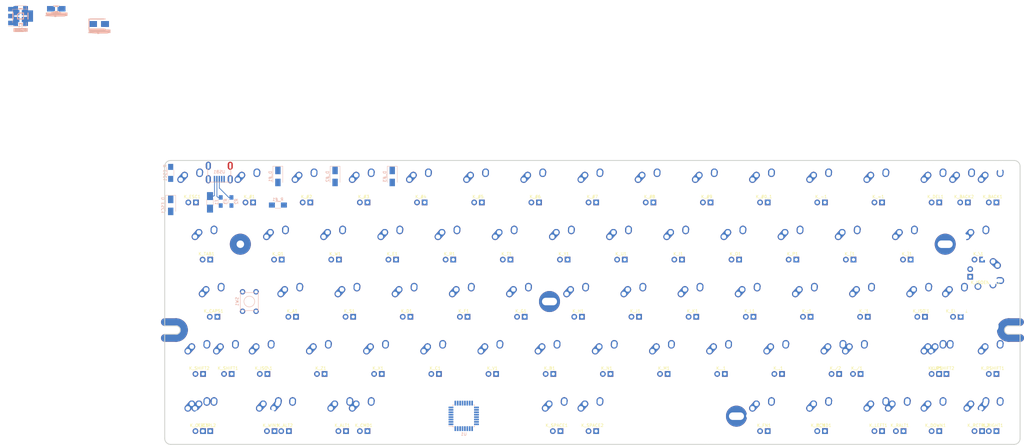
<source format=kicad_pcb>
(kicad_pcb (version 4) (host pcbnew 4.0.6)
  (layers (0 F.Cu signal) (31 B.Cu signal) (34 B.Paste user) (35 F.Paste user) (36 B.SilkS user) (37 F.SilkS user) (38 B.Mask user) (39 F.Mask user) (44 Edge.Cuts user))
  (net 0 "")
  (net 1 "Net-(C1-Pad1)")
  (net 2 GND)
  (net 3 "Net-(C2-Pad1)")
  (net 4 "Net-(C3-Pad1)")
  (net 5 +5V)
  (net 6 ROW0)
  (net 7 "Net-(D_#0_1-Pad2)")
  (net 8 ROW1)
  (net 9 "Net-(D_#1-Pad2)")
  (net 10 "Net-(D_#2-Pad2)")
  (net 11 "Net-(D_#3-Pad2)")
  (net 12 "Net-(D_#4-Pad2)")
  (net 13 "Net-(D_#5-Pad2)")
  (net 14 "Net-(D_#6-Pad2)")
  (net 15 "Net-(D_#7-Pad2)")
  (net 16 "Net-(D_#8-Pad2)")
  (net 17 "Net-(D_#9-Pad2)")
  (net 18 ROW4)
  (net 19 "Net-(D_'1-Pad2)")
  (net 20 ROW7)
  (net 21 "Net-(D_,1-Pad2)")
  (net 22 "Net-(D_-1-Pad2)")
  (net 23 ROW6)
  (net 24 "Net-(D_.1-Pad2)")
  (net 25 "Net-(D_/1-Pad2)")
  (net 26 ROW5)
  (net 27 "Net-(D_;1-Pad2)")
  (net 28 "Net-(D_=1-Pad2)")
  (net 29 "Net-(D_A1-Pad2)")
  (net 30 ROW8)
  (net 31 "Net-(D_ALT1-Pad2)")
  (net 32 "Net-(D_B1-Pad2)")
  (net 33 "Net-(D_BACK1-Pad2)")
  (net 34 "Net-(D_C1-Pad2)")
  (net 35 "Net-(D_CAPS1-Pad2)")
  (net 36 "Net-(D_CTRL1-Pad2)")
  (net 37 "Net-(D_D1-Pad2)")
  (net 38 "Net-(D_DEL1-Pad2)")
  (net 39 ROW9)
  (net 40 "Net-(D_DOWN1-Pad2)")
  (net 41 ROW2)
  (net 42 "Net-(D_E1-Pad2)")
  (net 43 "Net-(D_ENTER1-Pad2)")
  (net 44 "Net-(D_ESC1-Pad2)")
  (net 45 "Net-(D_F1-Pad2)")
  (net 46 "Net-(D_FN1-Pad2)")
  (net 47 "Net-(D_G1-Pad2)")
  (net 48 "Net-(D_H1-Pad2)")
  (net 49 ROW3)
  (net 50 "Net-(D_I1-Pad2)")
  (net 51 "Net-(D_ISO\\1-Pad2)")
  (net 52 "Net-(D_ISO`1-Pad2)")
  (net 53 "Net-(D_J1-Pad2)")
  (net 54 "Net-(D_K1-Pad2)")
  (net 55 "Net-(D_L1-Pad2)")
  (net 56 "Net-(D_LEFT1-Pad2)")
  (net 57 "Net-(D_M1-Pad2)")
  (net 58 "Net-(D_N1-Pad2)")
  (net 59 "Net-(D_O1-Pad2)")
  (net 60 "Net-(D_P1-Pad2)")
  (net 61 "Net-(D_Q1-Pad2)")
  (net 62 "Net-(D_R1-Pad2)")
  (net 63 "Net-(D_RIGHT1-Pad2)")
  (net 64 "Net-(D_RSHIFT1-Pad2)")
  (net 65 "Net-(D_S1-Pad2)")
  (net 66 "Net-(D_SHIFT1-Pad2)")
  (net 67 "Net-(D_SPACE1-Pad2)")
  (net 68 "Net-(D_T1-Pad2)")
  (net 69 "Net-(D_TAB1-Pad2)")
  (net 70 "Net-(D_U1-Pad2)")
  (net 71 "Net-(D_UP1-Pad2)")
  (net 72 "Net-(D_V1-Pad2)")
  (net 73 "Net-(D_W1-Pad2)")
  (net 74 "Net-(D_WIN1-Pad2)")
  (net 75 "Net-(D_X1-Pad2)")
  (net 76 "Net-(D_Y1-Pad2)")
  (net 77 "Net-(D_Z1-Pad2)")
  (net 78 "Net-(D_[1-Pad2)")
  (net 79 "Net-(D_\\1-Pad2)")
  (net 80 "Net-(D_]1-Pad2)")
  (net 81 "Net-(D_`1-Pad2)")
  (net 82 VCC)
  (net 83 COL5)
  (net 84 "Net-(K_#0_1-Pad4)")
  (net 85 COL0)
  (net 86 "Net-(K_#1-Pad4)")
  (net 87 COL1)
  (net 88 "Net-(K_#2-Pad4)")
  (net 89 "Net-(K_#3-Pad4)")
  (net 90 COL2)
  (net 91 "Net-(K_#4-Pad4)")
  (net 92 "Net-(K_#5-Pad4)")
  (net 93 COL3)
  (net 94 "Net-(K_#6-Pad4)")
  (net 95 "Net-(K_#7-Pad4)")
  (net 96 COL4)
  (net 97 "Net-(K_#8-Pad4)")
  (net 98 "Net-(K_#9-Pad4)")
  (net 99 COL6)
  (net 100 "Net-(K_'1-Pad4)")
  (net 101 "Net-(K_,1-Pad4)")
  (net 102 "Net-(K_-1-Pad4)")
  (net 103 "Net-(K_.1-Pad4)")
  (net 104 "Net-(K_/1-Pad4)")
  (net 105 "Net-(K_/2-Pad2)")
  (net 106 "Net-(K_/2-Pad1)")
  (net 107 "Net-(K_/2-Pad3)")
  (net 108 "Net-(K_/2-Pad4)")
  (net 109 "Net-(K_;1-Pad4)")
  (net 110 "Net-(K_=1-Pad4)")
  (net 111 "Net-(K_A1-Pad4)")
  (net 112 "Net-(K_ALT1-Pad4)")
  (net 113 "Net-(K_ALT2-Pad2)")
  (net 114 "Net-(K_ALT2-Pad1)")
  (net 115 "Net-(K_ALT2-Pad3)")
  (net 116 "Net-(K_ALT2-Pad4)")
  (net 117 "Net-(K_B1-Pad4)")
  (net 118 COL7)
  (net 119 "Net-(K_BACK1-Pad4)")
  (net 120 "Net-(K_BACK2-Pad2)")
  (net 121 "Net-(K_BACK2-Pad1)")
  (net 122 "Net-(K_BACK2-Pad3)")
  (net 123 "Net-(K_BACK2-Pad4)")
  (net 124 "Net-(K_C1-Pad4)")
  (net 125 "Net-(K_CAPS1-Pad4)")
  (net 126 "Net-(K_CMD1-Pad2)")
  (net 127 "Net-(K_CMD1-Pad1)")
  (net 128 "Net-(K_CMD1-Pad3)")
  (net 129 "Net-(K_CMD1-Pad4)")
  (net 130 "Net-(K_CTRL1-Pad4)")
  (net 131 "Net-(K_CTRL2-Pad2)")
  (net 132 "Net-(K_CTRL2-Pad1)")
  (net 133 "Net-(K_CTRL2-Pad3)")
  (net 134 "Net-(K_CTRL2-Pad4)")
  (net 135 "Net-(K_D1-Pad4)")
  (net 136 "Net-(K_DEL1-Pad4)")
  (net 137 "Net-(K_DOWN1-Pad4)")
  (net 138 "Net-(K_E1-Pad4)")
  (net 139 "Net-(K_ENTER1-Pad4)")
  (net 140 "Net-(K_ESC1-Pad4)")
  (net 141 "Net-(K_F1-Pad4)")
  (net 142 "Net-(K_FN1-Pad4)")
  (net 143 "Net-(K_G1-Pad4)")
  (net 144 "Net-(K_H1-Pad4)")
  (net 145 "Net-(K_I1-Pad4)")
  (net 146 "Net-(K_ISOENTER1-Pad1)")
  (net 147 "Net-(K_ISOENTER1-Pad2)")
  (net 148 "Net-(K_ISOENTER1-Pad4)")
  (net 149 "Net-(K_ISOENTER1-Pad3)")
  (net 150 "Net-(K_ISO\\1-Pad4)")
  (net 151 "Net-(K_ISO`1-Pad4)")
  (net 152 "Net-(K_J1-Pad4)")
  (net 153 "Net-(K_K1-Pad4)")
  (net 154 "Net-(K_L1-Pad4)")
  (net 155 "Net-(K_LEFT1-Pad4)")
  (net 156 "Net-(K_M1-Pad4)")
  (net 157 "Net-(K_N1-Pad4)")
  (net 158 "Net-(K_O1-Pad4)")
  (net 159 "Net-(K_P1-Pad4)")
  (net 160 "Net-(K_Q1-Pad4)")
  (net 161 "Net-(K_R1-Pad4)")
  (net 162 "Net-(K_RALT1-Pad2)")
  (net 163 "Net-(K_RALT1-Pad1)")
  (net 164 "Net-(K_RALT1-Pad3)")
  (net 165 "Net-(K_RALT1-Pad4)")
  (net 166 "Net-(K_RCMD1-Pad2)")
  (net 167 "Net-(K_RCMD1-Pad1)")
  (net 168 "Net-(K_RCMD1-Pad3)")
  (net 169 "Net-(K_RCMD1-Pad4)")
  (net 170 "Net-(K_RCTRL2-Pad2)")
  (net 171 "Net-(K_RCTRL2-Pad1)")
  (net 172 "Net-(K_RCTRL2-Pad3)")
  (net 173 "Net-(K_RCTRL2-Pad4)")
  (net 174 "Net-(K_RIGHT1-Pad4)")
  (net 175 "Net-(K_RSHIFT1-Pad4)")
  (net 176 "Net-(K_RSHIFT2-Pad2)")
  (net 177 "Net-(K_RSHIFT2-Pad1)")
  (net 178 "Net-(K_RSHIFT2-Pad3)")
  (net 179 "Net-(K_RSHIFT2-Pad4)")
  (net 180 "Net-(K_S1-Pad4)")
  (net 181 "Net-(K_SHIFT1-Pad4)")
  (net 182 "Net-(K_SPACE1-Pad4)")
  (net 183 "Net-(K_SPACE2-Pad2)")
  (net 184 "Net-(K_SPACE2-Pad1)")
  (net 185 "Net-(K_SPACE2-Pad3)")
  (net 186 "Net-(K_SPACE2-Pad4)")
  (net 187 "Net-(K_T1-Pad4)")
  (net 188 "Net-(K_TAB1-Pad4)")
  (net 189 "Net-(K_U1-Pad4)")
  (net 190 "Net-(K_UP1-Pad4)")
  (net 191 "Net-(K_V1-Pad4)")
  (net 192 "Net-(K_W1-Pad4)")
  (net 193 "Net-(K_WIN1-Pad4)")
  (net 194 "Net-(K_X1-Pad4)")
  (net 195 "Net-(K_Y1-Pad4)")
  (net 196 "Net-(K_Z1-Pad4)")
  (net 197 "Net-(K_[1-Pad4)")
  (net 198 "Net-(K_\\1-Pad4)")
  (net 199 "Net-(K_]1-Pad4)")
  (net 200 "Net-(K_`1-Pad4)")
  (net 201 LEDGND)
  (net 202 "Net-(Q1-Pad1)")
  (net 203 "Net-(R1-Pad2)")
  (net 204 "Net-(R2-Pad1)")
  (net 205 DP)
  (net 206 "Net-(R3-Pad1)")
  (net 207 DM)
  (net 208 "Net-(R4-Pad2)")
  (net 209 "Net-(R5-Pad2)")
  (net 210 "Net-(RGB1-Pad2)")
  (net 211 RGBLED)
  (net 212 "Net-(RGB2-Pad2)")
  (net 213 "Net-(RGB3-Pad2)")
  (net 214 "Net-(RGB4-Pad2)")
  (net 215 "Net-(RGB5-Pad2)")
  (net 216 "Net-(RGB6-Pad2)")
  (net 217 "Net-(RGB7-Pad2)")
  (net 218 "Net-(RGB8-Pad2)")
  (net 219 "Net-(RGB10-Pad4)")
  (net 220 "Net-(RGB10-Pad2)")
  (net 221 "Net-(RGB11-Pad2)")
  (net 222 "Net-(RGB12-Pad2)")
  (net 223 "Net-(RGB13-Pad2)")
  (net 224 "Net-(RGB14-Pad2)")
  (net 225 "Net-(U1-Pad5)")
  (net 226 "Net-(U1-Pad6)")
  (net 227 "Net-(U1-Pad7)")
  (net 228 "Net-(U1-Pad8)")
  (net 229 "Net-(U1-Pad9)")
  (net 230 "Net-(U1-Pad10)")
  (net 231 "Net-(U1-Pad11)")
  (net 232 "Net-(U1-Pad12)")
  (net 233 "Net-(U1-Pad14)")
  (net 234 "Net-(U1-Pad15)")
  (net 235 "Net-(U1-Pad16)")
  (net 236 "Net-(U1-Pad17)")
  (net 237 "Net-(U1-Pad18)")
  (net 238 "Net-(U1-Pad19)")
  (net 239 "Net-(U1-Pad20)")
  (net 240 "Net-(U1-Pad22)")
  (net 241 "Net-(U1-Pad23)")
  (net 242 "Net-(U1-Pad25)")
  (net 243 "Net-(U1-Pad26)")
  (net 244 "Net-(USB1-Pad2)")
  (net 245 "Net-(K_SHIFT2-Pad2)")
  (net 246 "Net-(K_SHIFT2-Pad1)")
  (net 247 "Net-(K_SHIFT2-Pad3)")
  (net 248 "Net-(K_SHIFT2-Pad4)")
  (module local_lib:60_Outline (layer F.Cu) (at 190.5125 95.55)
    (fp_text reference REF** hide)
    (fp_text value 60_Outline hide)
    (fp_line (start 138.7 11.85095) (end 142.55 11.85095) (layer B.Cu) (width 2.5019))
    (fp_line (start 138.7 6.54905) (end 142.5 6.54905) (layer F.Cu) (width 2.5019))
    (fp_arc (start 138.7 9.2) (end 136.04905 9.2) (angle -90) (layer F.Cu) (width 2.5019))
    (fp_arc (start 138.7 9.2) (end 138.7 6.54905) (angle -90) (layer F.Cu) (width 2.5019))
    (fp_line (start 138.7 6.54905) (end 142.5 6.54905) (layer B.Cu) (width 2.5019))
    (fp_line (start 138.7 11.85095) (end 142.55 11.85095) (layer F.Cu) (width 2.5019))
    (fp_arc (start 138.7 9.2) (end 136.04905 9.2) (angle -90) (layer B.Cu) (width 2.5019))
    (fp_arc (start 138.7 9.2) (end 138.7 6.54905) (angle -90) (layer B.Cu) (width 2.5019))
    (fp_arc (start -138.7 9.2) (end -138.7 6.54905) (angle 90) (layer B.Cu) (width 2.5019))
    (fp_arc (start -138.7 9.2) (end -136.04905 9.2) (angle 90) (layer B.Cu) (width 2.5019))
    (fp_line (start -142.5 11.85095) (end -138.7 11.85095) (layer F.Cu) (width 2.5019))
    (fp_line (start -142.5 11.85095) (end -138.7 11.85095) (layer B.Cu) (width 2.5019))
    (fp_arc (start -138.7 9.2) (end -138.7 6.54905) (angle 90) (layer F.Cu) (width 2.5019))
    (fp_arc (start -138.7 9.2) (end -136.04905 9.2) (angle 90) (layer F.Cu) (width 2.5019))
    (fp_arc (start -138.7 9.2) (end -137.3 9.2) (angle 90) (layer Edge.Cuts) (width 0.3))
    (fp_line (start -142.5 6.54905) (end -138.7 6.54905) (layer B.Cu) (width 2.5019))
    (fp_line (start -142.5 6.54905) (end -138.7 6.54905) (layer F.Cu) (width 2.5019))
    (fp_line (start 138.7 7.8) (end 142.5 7.8) (layer Edge.Cuts) (width 0.3))
    (fp_line (start 138.7 10.6) (end 142.5 10.6) (layer Edge.Cuts) (width 0.3))
    (fp_line (start 142.5 7.8) (end 142.5 -45.3) (layer Edge.Cuts) (width 0.3))
    (fp_line (start 142.5 10.6) (end 142.5 45.3) (layer Edge.Cuts) (width 0.3))
    (fp_arc (start 138.7 9.2) (end 137.3 9.2) (angle -90) (layer Edge.Cuts) (width 0.3))
    (fp_arc (start 138.7 9.2) (end 138.7 7.8) (angle -90) (layer Edge.Cuts) (width 0.3))
    (fp_line (start -142.5 7.8) (end -142.5 -45.3) (layer Edge.Cuts) (width 0.3))
    (fp_line (start -138.7 7.8) (end -142.5 7.8) (layer Edge.Cuts) (width 0.3))
    (fp_arc (start -138.7 9.2) (end -138.7 7.8) (angle 90) (layer Edge.Cuts) (width 0.3))
    (fp_line (start -142.5 10.6) (end -138.7 10.6) (layer Edge.Cuts) (width 0.3))
    (fp_line (start -142.5 45.3) (end -142.5 10.6) (layer Edge.Cuts) (width 0.3))
    (fp_arc (start 140.5 -45.3) (end 140.5 -47.3) (angle 90) (layer Edge.Cuts) (width 0.3))
    (fp_arc (start 140.5 45.3) (end 142.5 45.3) (angle 90) (layer Edge.Cuts) (width 0.3))
    (fp_arc (start -140.5 45.3) (end -140.5 47.3) (angle 90) (layer Edge.Cuts) (width 0.3))
    (fp_arc (start -140.5 -45.3) (end -142.5 -45.3) (angle 90) (layer Edge.Cuts) (width 0.3))
    (fp_line (start 140.5 -47.3) (end -140.5 -47.3) (layer Edge.Cuts) (width 0.3))
    (fp_line (start -140.5 47.3) (end 140.5 47.3) (layer Edge.Cuts) (width 0.3))
    (pad 1 thru_hole circle (at -117.3 -19.4) (size 7.0013 7.0013) (drill 2.4994) (layers *.Cu *.Mask))
    (pad 1 thru_hole circle (at -14.3 -0.3) (size 7.00024 7.00024) (drill oval 5.00126 2.49936) (layers *.Cu *.Mask))
    (pad 1 thru_hole circle (at 48 37.9) (size 7.00024 7.00024) (drill oval 5.00126 2.49936) (layers *.Cu *.Mask))
    (pad 1 thru_hole circle (at 117.55 -19.4) (size 7.00024 7.00024) (drill oval 5.00126 2.49936) (layers *.Cu *.Mask))
  )
  (module Capacitors_SMD:C_0805_HandSoldering (layer B.Cu) (at 11.90625 -2.246436)
    (fp_text reference C1 (at 0 1.75) (layer B.SilkS) (effects (justify mirror)))
    (fp_text value 22p)
    (pad 1 smd rect (at -1.25 0) (size 1.5 1.25) (layers B.Cu B.Paste B.Mask) (net 1 "Net-(C1-Pad1)"))
    (pad 2 smd rect (at 1.25 0) (size 1.5 1.25) (layers B.Cu B.Paste B.Mask) (net 2 GND))
  )
  (module Capacitors_SMD:C_0805_HandSoldering (layer B.Cu) (at 11.90625 -2.246436)
    (fp_text reference C2 (at 0 1.75) (layer B.SilkS) (effects (justify mirror)))
    (fp_text value 22p)
    (pad 1 smd rect (at -1.25 0) (size 1.5 1.25) (layers B.Cu B.Paste B.Mask) (net 3 "Net-(C2-Pad1)"))
    (pad 2 smd rect (at 1.25 0) (size 1.5 1.25) (layers B.Cu B.Paste B.Mask) (net 2 GND))
  )
  (module Capacitors_SMD:C_0805_HandSoldering (layer B.Cu) (at 11.90625 -2.246436)
    (fp_text reference C3 (at 0 1.75) (layer B.SilkS) (effects (justify mirror)))
    (fp_text value 1uF)
    (pad 1 smd rect (at -1.25 0) (size 1.5 1.25) (layers B.Cu B.Paste B.Mask) (net 4 "Net-(C3-Pad1)"))
    (pad 2 smd rect (at 1.25 0) (size 1.5 1.25) (layers B.Cu B.Paste B.Mask) (net 2 GND))
  )
  (module Capacitors_SMD:C_0805_HandSoldering (layer B.Cu) (at 11.90625 -2.246436)
    (fp_text reference C4 (at 0 1.75) (layer B.SilkS) (effects (justify mirror)))
    (fp_text value 0.1u)
    (pad 1 smd rect (at -1.25 0) (size 1.5 1.25) (layers B.Cu B.Paste B.Mask) (net 5 +5V))
    (pad 2 smd rect (at 1.25 0) (size 1.5 1.25) (layers B.Cu B.Paste B.Mask) (net 2 GND))
  )
  (module Capacitors_SMD:C_0805_HandSoldering (layer B.Cu) (at 11.90625 -2.246436)
    (fp_text reference C5 (at 0 1.75) (layer B.SilkS) (effects (justify mirror)))
    (fp_text value 0.1u)
    (pad 1 smd rect (at -1.25 0) (size 1.5 1.25) (layers B.Cu B.Paste B.Mask) (net 5 +5V))
    (pad 2 smd rect (at 1.25 0) (size 1.5 1.25) (layers B.Cu B.Paste B.Mask) (net 2 GND))
  )
  (module Capacitors_SMD:C_0805_HandSoldering (layer B.Cu) (at 11.90625 -2.246436)
    (fp_text reference C6 (at 0 1.75) (layer B.SilkS) (effects (justify mirror)))
    (fp_text value 4.7u)
    (pad 1 smd rect (at -1.25 0) (size 1.5 1.25) (layers B.Cu B.Paste B.Mask) (net 5 +5V))
    (pad 2 smd rect (at 1.25 0) (size 1.5 1.25) (layers B.Cu B.Paste B.Mask) (net 2 GND))
  )
  (module Capacitors_SMD:C_0805_HandSoldering (layer B.Cu) (at 11.90625 -2.246436)
    (fp_text reference CR1 (at 0 1.75) (layer B.SilkS) (effects (justify mirror)))
    (fp_text value 0.1u)
    (pad 1 smd rect (at -1.25 0) (size 1.5 1.25) (layers B.Cu B.Paste B.Mask) (net 5 +5V))
    (pad 2 smd rect (at 1.25 0) (size 1.5 1.25) (layers B.Cu B.Paste B.Mask) (net 2 GND))
  )
  (module Capacitors_SMD:C_0805_HandSoldering (layer B.Cu) (at 11.90625 -2.246436)
    (fp_text reference CR2 (at 0 1.75) (layer B.SilkS) (effects (justify mirror)))
    (fp_text value 0.1u)
    (pad 1 smd rect (at -1.25 0) (size 1.5 1.25) (layers B.Cu B.Paste B.Mask) (net 5 +5V))
    (pad 2 smd rect (at 1.25 0) (size 1.5 1.25) (layers B.Cu B.Paste B.Mask) (net 2 GND))
  )
  (module Capacitors_SMD:C_0805_HandSoldering (layer B.Cu) (at 11.90625 -2.246436)
    (fp_text reference CR3 (at 0 1.75) (layer B.SilkS) (effects (justify mirror)))
    (fp_text value 0.1u)
    (pad 1 smd rect (at -1.25 0) (size 1.5 1.25) (layers B.Cu B.Paste B.Mask) (net 5 +5V))
    (pad 2 smd rect (at 1.25 0) (size 1.5 1.25) (layers B.Cu B.Paste B.Mask) (net 2 GND))
  )
  (module Capacitors_SMD:C_0805_HandSoldering (layer B.Cu) (at 11.90625 -2.246436)
    (fp_text reference CR4 (at 0 1.75) (layer B.SilkS) (effects (justify mirror)))
    (fp_text value 0.1u)
    (pad 1 smd rect (at -1.25 0) (size 1.5 1.25) (layers B.Cu B.Paste B.Mask) (net 5 +5V))
    (pad 2 smd rect (at 1.25 0) (size 1.5 1.25) (layers B.Cu B.Paste B.Mask) (net 2 GND))
  )
  (module Capacitors_SMD:C_0805_HandSoldering (layer B.Cu) (at 11.90625 -2.246436)
    (fp_text reference CR5 (at 0 1.75) (layer B.SilkS) (effects (justify mirror)))
    (fp_text value 0.1u)
    (pad 1 smd rect (at -1.25 0) (size 1.5 1.25) (layers B.Cu B.Paste B.Mask) (net 5 +5V))
    (pad 2 smd rect (at 1.25 0) (size 1.5 1.25) (layers B.Cu B.Paste B.Mask) (net 2 GND))
  )
  (module Capacitors_SMD:C_0805_HandSoldering (layer B.Cu) (at 11.90625 -2.246436)
    (fp_text reference CR6 (at 0 1.75) (layer B.SilkS) (effects (justify mirror)))
    (fp_text value 0.1u)
    (pad 1 smd rect (at -1.25 0) (size 1.5 1.25) (layers B.Cu B.Paste B.Mask) (net 5 +5V))
    (pad 2 smd rect (at 1.25 0) (size 1.5 1.25) (layers B.Cu B.Paste B.Mask) (net 2 GND))
  )
  (module Capacitors_SMD:C_0805_HandSoldering (layer B.Cu) (at 11.90625 -2.246436)
    (fp_text reference CR7 (at 0 1.75) (layer B.SilkS) (effects (justify mirror)))
    (fp_text value 0.1u)
    (pad 1 smd rect (at -1.25 0) (size 1.5 1.25) (layers B.Cu B.Paste B.Mask) (net 5 +5V))
    (pad 2 smd rect (at 1.25 0) (size 1.5 1.25) (layers B.Cu B.Paste B.Mask) (net 2 GND))
  )
  (module Capacitors_SMD:C_0805_HandSoldering (layer B.Cu) (at 11.90625 -2.246436)
    (fp_text reference CR8 (at 0 1.75) (layer B.SilkS) (effects (justify mirror)))
    (fp_text value 0.1u)
    (pad 1 smd rect (at -1.25 0) (size 1.5 1.25) (layers B.Cu B.Paste B.Mask) (net 5 +5V))
    (pad 2 smd rect (at 1.25 0) (size 1.5 1.25) (layers B.Cu B.Paste B.Mask) (net 2 GND))
  )
  (module Capacitors_SMD:C_0805_HandSoldering (layer B.Cu) (at 11.90625 -2.246436)
    (fp_text reference CR9 (at 0 1.75) (layer B.SilkS) (effects (justify mirror)))
    (fp_text value 0.1u)
    (pad 1 smd rect (at -1.25 0) (size 1.5 1.25) (layers B.Cu B.Paste B.Mask) (net 5 +5V))
    (pad 2 smd rect (at 1.25 0) (size 1.5 1.25) (layers B.Cu B.Paste B.Mask) (net 2 GND))
  )
  (module Capacitors_SMD:C_0805_HandSoldering (layer B.Cu) (at 11.90625 -2.246436)
    (fp_text reference CR10 (at 0 1.75) (layer B.SilkS) (effects (justify mirror)))
    (fp_text value 0.1u)
    (pad 1 smd rect (at -1.25 0) (size 1.5 1.25) (layers B.Cu B.Paste B.Mask) (net 5 +5V))
    (pad 2 smd rect (at 1.25 0) (size 1.5 1.25) (layers B.Cu B.Paste B.Mask) (net 2 GND))
  )
  (module Capacitors_SMD:C_0805_HandSoldering (layer B.Cu) (at 11.90625 -2.246436)
    (fp_text reference CR11 (at 0 1.75) (layer B.SilkS) (effects (justify mirror)))
    (fp_text value 0.1u)
    (pad 1 smd rect (at -1.25 0) (size 1.5 1.25) (layers B.Cu B.Paste B.Mask) (net 5 +5V))
    (pad 2 smd rect (at 1.25 0) (size 1.5 1.25) (layers B.Cu B.Paste B.Mask) (net 2 GND))
  )
  (module Capacitors_SMD:C_0805_HandSoldering (layer B.Cu) (at 11.90625 -2.246436)
    (fp_text reference CR12 (at 0 1.75) (layer B.SilkS) (effects (justify mirror)))
    (fp_text value 0.1u)
    (pad 1 smd rect (at -1.25 0) (size 1.5 1.25) (layers B.Cu B.Paste B.Mask) (net 5 +5V))
    (pad 2 smd rect (at 1.25 0) (size 1.5 1.25) (layers B.Cu B.Paste B.Mask) (net 2 GND))
  )
  (module Capacitors_SMD:C_0805_HandSoldering (layer B.Cu) (at 11.90625 -2.246436)
    (fp_text reference CR13 (at 0 1.75) (layer B.SilkS) (effects (justify mirror)))
    (fp_text value 0.1u)
    (pad 1 smd rect (at -1.25 0) (size 1.5 1.25) (layers B.Cu B.Paste B.Mask) (net 5 +5V))
    (pad 2 smd rect (at 1.25 0) (size 1.5 1.25) (layers B.Cu B.Paste B.Mask) (net 2 GND))
  )
  (module Capacitors_SMD:C_0805_HandSoldering (layer B.Cu) (at 11.90625 -2.246436)
    (fp_text reference CR14 (at 0 1.75) (layer B.SilkS) (effects (justify mirror)))
    (fp_text value 0.1u)
    (pad 1 smd rect (at -1.25 0) (size 1.5 1.25) (layers B.Cu B.Paste B.Mask) (net 5 +5V))
    (pad 2 smd rect (at 1.25 0) (size 1.5 1.25) (layers B.Cu B.Paste B.Mask) (net 2 GND))
  )
  (module Fuse_Holders_and_Fuses:Fuse_SMD1206_HandSoldering (layer B.Cu) (at 63.103125 62.20375 90)
    (fp_text reference F1 (at -0.05 2.2 90) (layer B.SilkS) (effects (justify mirror)))
    (fp_text value 500mA)
    (pad 1 smd rect (at -2.09 0) (size 2.03 2.65) (layers B.Cu B.Paste B.Mask) (net 5 +5V))
    (pad 2 smd rect (at 2.09 0) (size 2.03 2.65) (layers B.Cu B.Paste B.Mask) (net 82 VCC))
  )
  (module MX_Alps_Hybrid:MX-1U (layer F.Cu) (at 247.65 57.15)
    (fp_text reference K_#0_1 (at 0 3.175) (layer F.SilkS))
    (fp_text value MX-1U)
    (pad 2 thru_hole oval (at 2.5 -4.5 86.0548) (size 2.831378 2.25) (drill 1.47 (offset 0.290689 0)) (layers *.Cu *.Mask) (net 7 "Net-(D_#0_1-Pad2)"))
    (pad 2 thru_hole circle (at 2.54 -5.08) (size 2.25 2.25) (drill 1.47) (layers *.Cu *.Mask) (net 7 "Net-(D_#0_1-Pad2)"))
    (pad 1 thru_hole oval (at -3.81 -2.54 48.09963212) (size 4.211556 2.25) (drill 1.47 (offset 0.980778 0)) (layers *.Cu *.Mask) (net 83 COL5))
    (pad "" np_thru_hole circle (at 0 0) (size 3.9878 3.9878) (drill 3.9878) (layers *.Cu *.Mask))
    (pad 1 thru_hole circle (at -2.5 -4) (size 2.25 2.25) (drill 1.47) (layers *.Cu *.Mask) (net 83 COL5))
    (pad 3 thru_hole circle (at -1.27 5.08) (size 1.905 1.905) (drill 1.04) (layers *.Cu *.Mask) (net 5 +5V))
    (pad 4 thru_hole rect (at 1.27 5.08) (size 1.905 1.905) (drill 1.04) (layers *.Cu *.Mask) (net 84 "Net-(K_#0_1-Pad4)"))
    (pad "" np_thru_hole circle (at -5.08 0 48.0996) (size 1.7018 1.7018) (drill 1.7018) (layers *.Cu *.Mask))
    (pad "" np_thru_hole circle (at 5.08 0 48.0996) (size 1.7018 1.7018) (drill 1.7018) (layers *.Cu *.Mask))
  )
  (module MX_Alps_Hybrid:MX-1U (layer F.Cu) (at 76.2 57.15)
    (fp_text reference K_#1 (at 0 3.175) (layer F.SilkS))
    (fp_text value MX-1U)
    (pad 2 thru_hole oval (at 2.5 -4.5 86.0548) (size 2.831378 2.25) (drill 1.47 (offset 0.290689 0)) (layers *.Cu *.Mask) (net 9 "Net-(D_#1-Pad2)"))
    (pad 2 thru_hole circle (at 2.54 -5.08) (size 2.25 2.25) (drill 1.47) (layers *.Cu *.Mask) (net 9 "Net-(D_#1-Pad2)"))
    (pad 1 thru_hole oval (at -3.81 -2.54 48.09963212) (size 4.211556 2.25) (drill 1.47 (offset 0.980778 0)) (layers *.Cu *.Mask) (net 85 COL0))
    (pad "" np_thru_hole circle (at 0 0) (size 3.9878 3.9878) (drill 3.9878) (layers *.Cu *.Mask))
    (pad 1 thru_hole circle (at -2.5 -4) (size 2.25 2.25) (drill 1.47) (layers *.Cu *.Mask) (net 85 COL0))
    (pad 3 thru_hole circle (at -1.27 5.08) (size 1.905 1.905) (drill 1.04) (layers *.Cu *.Mask) (net 5 +5V))
    (pad 4 thru_hole rect (at 1.27 5.08) (size 1.905 1.905) (drill 1.04) (layers *.Cu *.Mask) (net 86 "Net-(K_#1-Pad4)"))
    (pad "" np_thru_hole circle (at -5.08 0 48.0996) (size 1.7018 1.7018) (drill 1.7018) (layers *.Cu *.Mask))
    (pad "" np_thru_hole circle (at 5.08 0 48.0996) (size 1.7018 1.7018) (drill 1.7018) (layers *.Cu *.Mask))
  )
  (module MX_Alps_Hybrid:MX-1U (layer F.Cu) (at 95.25 57.15)
    (fp_text reference K_#2 (at 0 3.175) (layer F.SilkS))
    (fp_text value MX-1U)
    (pad 2 thru_hole oval (at 2.5 -4.5 86.0548) (size 2.831378 2.25) (drill 1.47 (offset 0.290689 0)) (layers *.Cu *.Mask) (net 10 "Net-(D_#2-Pad2)"))
    (pad 2 thru_hole circle (at 2.54 -5.08) (size 2.25 2.25) (drill 1.47) (layers *.Cu *.Mask) (net 10 "Net-(D_#2-Pad2)"))
    (pad 1 thru_hole oval (at -3.81 -2.54 48.09963212) (size 4.211556 2.25) (drill 1.47 (offset 0.980778 0)) (layers *.Cu *.Mask) (net 87 COL1))
    (pad "" np_thru_hole circle (at 0 0) (size 3.9878 3.9878) (drill 3.9878) (layers *.Cu *.Mask))
    (pad 1 thru_hole circle (at -2.5 -4) (size 2.25 2.25) (drill 1.47) (layers *.Cu *.Mask) (net 87 COL1))
    (pad 3 thru_hole circle (at -1.27 5.08) (size 1.905 1.905) (drill 1.04) (layers *.Cu *.Mask) (net 5 +5V))
    (pad 4 thru_hole rect (at 1.27 5.08) (size 1.905 1.905) (drill 1.04) (layers *.Cu *.Mask) (net 88 "Net-(K_#2-Pad4)"))
    (pad "" np_thru_hole circle (at -5.08 0 48.0996) (size 1.7018 1.7018) (drill 1.7018) (layers *.Cu *.Mask))
    (pad "" np_thru_hole circle (at 5.08 0 48.0996) (size 1.7018 1.7018) (drill 1.7018) (layers *.Cu *.Mask))
  )
  (module MX_Alps_Hybrid:MX-1U (layer F.Cu) (at 114.3 57.15)
    (fp_text reference K_#3 (at 0 3.175) (layer F.SilkS))
    (fp_text value MX-1U)
    (pad 2 thru_hole oval (at 2.5 -4.5 86.0548) (size 2.831378 2.25) (drill 1.47 (offset 0.290689 0)) (layers *.Cu *.Mask) (net 11 "Net-(D_#3-Pad2)"))
    (pad 2 thru_hole circle (at 2.54 -5.08) (size 2.25 2.25) (drill 1.47) (layers *.Cu *.Mask) (net 11 "Net-(D_#3-Pad2)"))
    (pad 1 thru_hole oval (at -3.81 -2.54 48.09963212) (size 4.211556 2.25) (drill 1.47 (offset 0.980778 0)) (layers *.Cu *.Mask) (net 87 COL1))
    (pad "" np_thru_hole circle (at 0 0) (size 3.9878 3.9878) (drill 3.9878) (layers *.Cu *.Mask))
    (pad 1 thru_hole circle (at -2.5 -4) (size 2.25 2.25) (drill 1.47) (layers *.Cu *.Mask) (net 87 COL1))
    (pad 3 thru_hole circle (at -1.27 5.08) (size 1.905 1.905) (drill 1.04) (layers *.Cu *.Mask) (net 5 +5V))
    (pad 4 thru_hole rect (at 1.27 5.08) (size 1.905 1.905) (drill 1.04) (layers *.Cu *.Mask) (net 89 "Net-(K_#3-Pad4)"))
    (pad "" np_thru_hole circle (at -5.08 0 48.0996) (size 1.7018 1.7018) (drill 1.7018) (layers *.Cu *.Mask))
    (pad "" np_thru_hole circle (at 5.08 0 48.0996) (size 1.7018 1.7018) (drill 1.7018) (layers *.Cu *.Mask))
  )
  (module MX_Alps_Hybrid:MX-1U (layer F.Cu) (at 133.35 57.15)
    (fp_text reference K_#4 (at 0 3.175) (layer F.SilkS))
    (fp_text value MX-1U)
    (pad 2 thru_hole oval (at 2.5 -4.5 86.0548) (size 2.831378 2.25) (drill 1.47 (offset 0.290689 0)) (layers *.Cu *.Mask) (net 12 "Net-(D_#4-Pad2)"))
    (pad 2 thru_hole circle (at 2.54 -5.08) (size 2.25 2.25) (drill 1.47) (layers *.Cu *.Mask) (net 12 "Net-(D_#4-Pad2)"))
    (pad 1 thru_hole oval (at -3.81 -2.54 48.09963212) (size 4.211556 2.25) (drill 1.47 (offset 0.980778 0)) (layers *.Cu *.Mask) (net 90 COL2))
    (pad "" np_thru_hole circle (at 0 0) (size 3.9878 3.9878) (drill 3.9878) (layers *.Cu *.Mask))
    (pad 1 thru_hole circle (at -2.5 -4) (size 2.25 2.25) (drill 1.47) (layers *.Cu *.Mask) (net 90 COL2))
    (pad 3 thru_hole circle (at -1.27 5.08) (size 1.905 1.905) (drill 1.04) (layers *.Cu *.Mask) (net 5 +5V))
    (pad 4 thru_hole rect (at 1.27 5.08) (size 1.905 1.905) (drill 1.04) (layers *.Cu *.Mask) (net 91 "Net-(K_#4-Pad4)"))
    (pad "" np_thru_hole circle (at -5.08 0 48.0996) (size 1.7018 1.7018) (drill 1.7018) (layers *.Cu *.Mask))
    (pad "" np_thru_hole circle (at 5.08 0 48.0996) (size 1.7018 1.7018) (drill 1.7018) (layers *.Cu *.Mask))
  )
  (module MX_Alps_Hybrid:MX-1U (layer F.Cu) (at 152.4 57.15)
    (fp_text reference K_#5 (at 0 3.175) (layer F.SilkS))
    (fp_text value MX-1U)
    (pad 2 thru_hole oval (at 2.5 -4.5 86.0548) (size 2.831378 2.25) (drill 1.47 (offset 0.290689 0)) (layers *.Cu *.Mask) (net 13 "Net-(D_#5-Pad2)"))
    (pad 2 thru_hole circle (at 2.54 -5.08) (size 2.25 2.25) (drill 1.47) (layers *.Cu *.Mask) (net 13 "Net-(D_#5-Pad2)"))
    (pad 1 thru_hole oval (at -3.81 -2.54 48.09963212) (size 4.211556 2.25) (drill 1.47 (offset 0.980778 0)) (layers *.Cu *.Mask) (net 90 COL2))
    (pad "" np_thru_hole circle (at 0 0) (size 3.9878 3.9878) (drill 3.9878) (layers *.Cu *.Mask))
    (pad 1 thru_hole circle (at -2.5 -4) (size 2.25 2.25) (drill 1.47) (layers *.Cu *.Mask) (net 90 COL2))
    (pad 3 thru_hole circle (at -1.27 5.08) (size 1.905 1.905) (drill 1.04) (layers *.Cu *.Mask) (net 5 +5V))
    (pad 4 thru_hole rect (at 1.27 5.08) (size 1.905 1.905) (drill 1.04) (layers *.Cu *.Mask) (net 92 "Net-(K_#5-Pad4)"))
    (pad "" np_thru_hole circle (at -5.08 0 48.0996) (size 1.7018 1.7018) (drill 1.7018) (layers *.Cu *.Mask))
    (pad "" np_thru_hole circle (at 5.08 0 48.0996) (size 1.7018 1.7018) (drill 1.7018) (layers *.Cu *.Mask))
  )
  (module MX_Alps_Hybrid:MX-1U (layer F.Cu) (at 171.45 57.15)
    (fp_text reference K_#6 (at 0 3.175) (layer F.SilkS))
    (fp_text value MX-1U)
    (pad 2 thru_hole oval (at 2.5 -4.5 86.0548) (size 2.831378 2.25) (drill 1.47 (offset 0.290689 0)) (layers *.Cu *.Mask) (net 14 "Net-(D_#6-Pad2)"))
    (pad 2 thru_hole circle (at 2.54 -5.08) (size 2.25 2.25) (drill 1.47) (layers *.Cu *.Mask) (net 14 "Net-(D_#6-Pad2)"))
    (pad 1 thru_hole oval (at -3.81 -2.54 48.09963212) (size 4.211556 2.25) (drill 1.47 (offset 0.980778 0)) (layers *.Cu *.Mask) (net 93 COL3))
    (pad "" np_thru_hole circle (at 0 0) (size 3.9878 3.9878) (drill 3.9878) (layers *.Cu *.Mask))
    (pad 1 thru_hole circle (at -2.5 -4) (size 2.25 2.25) (drill 1.47) (layers *.Cu *.Mask) (net 93 COL3))
    (pad 3 thru_hole circle (at -1.27 5.08) (size 1.905 1.905) (drill 1.04) (layers *.Cu *.Mask) (net 5 +5V))
    (pad 4 thru_hole rect (at 1.27 5.08) (size 1.905 1.905) (drill 1.04) (layers *.Cu *.Mask) (net 94 "Net-(K_#6-Pad4)"))
    (pad "" np_thru_hole circle (at -5.08 0 48.0996) (size 1.7018 1.7018) (drill 1.7018) (layers *.Cu *.Mask))
    (pad "" np_thru_hole circle (at 5.08 0 48.0996) (size 1.7018 1.7018) (drill 1.7018) (layers *.Cu *.Mask))
  )
  (module MX_Alps_Hybrid:MX-1U (layer F.Cu) (at 190.5 57.15)
    (fp_text reference K_#7 (at 0 3.175) (layer F.SilkS))
    (fp_text value MX-1U)
    (pad 2 thru_hole oval (at 2.5 -4.5 86.0548) (size 2.831378 2.25) (drill 1.47 (offset 0.290689 0)) (layers *.Cu *.Mask) (net 15 "Net-(D_#7-Pad2)"))
    (pad 2 thru_hole circle (at 2.54 -5.08) (size 2.25 2.25) (drill 1.47) (layers *.Cu *.Mask) (net 15 "Net-(D_#7-Pad2)"))
    (pad 1 thru_hole oval (at -3.81 -2.54 48.09963212) (size 4.211556 2.25) (drill 1.47 (offset 0.980778 0)) (layers *.Cu *.Mask) (net 93 COL3))
    (pad "" np_thru_hole circle (at 0 0) (size 3.9878 3.9878) (drill 3.9878) (layers *.Cu *.Mask))
    (pad 1 thru_hole circle (at -2.5 -4) (size 2.25 2.25) (drill 1.47) (layers *.Cu *.Mask) (net 93 COL3))
    (pad 3 thru_hole circle (at -1.27 5.08) (size 1.905 1.905) (drill 1.04) (layers *.Cu *.Mask) (net 5 +5V))
    (pad 4 thru_hole rect (at 1.27 5.08) (size 1.905 1.905) (drill 1.04) (layers *.Cu *.Mask) (net 95 "Net-(K_#7-Pad4)"))
    (pad "" np_thru_hole circle (at -5.08 0 48.0996) (size 1.7018 1.7018) (drill 1.7018) (layers *.Cu *.Mask))
    (pad "" np_thru_hole circle (at 5.08 0 48.0996) (size 1.7018 1.7018) (drill 1.7018) (layers *.Cu *.Mask))
  )
  (module MX_Alps_Hybrid:MX-1U (layer F.Cu) (at 209.55 57.15)
    (fp_text reference K_#8 (at 0 3.175) (layer F.SilkS))
    (fp_text value MX-1U)
    (pad 2 thru_hole oval (at 2.5 -4.5 86.0548) (size 2.831378 2.25) (drill 1.47 (offset 0.290689 0)) (layers *.Cu *.Mask) (net 16 "Net-(D_#8-Pad2)"))
    (pad 2 thru_hole circle (at 2.54 -5.08) (size 2.25 2.25) (drill 1.47) (layers *.Cu *.Mask) (net 16 "Net-(D_#8-Pad2)"))
    (pad 1 thru_hole oval (at -3.81 -2.54 48.09963212) (size 4.211556 2.25) (drill 1.47 (offset 0.980778 0)) (layers *.Cu *.Mask) (net 96 COL4))
    (pad "" np_thru_hole circle (at 0 0) (size 3.9878 3.9878) (drill 3.9878) (layers *.Cu *.Mask))
    (pad 1 thru_hole circle (at -2.5 -4) (size 2.25 2.25) (drill 1.47) (layers *.Cu *.Mask) (net 96 COL4))
    (pad 3 thru_hole circle (at -1.27 5.08) (size 1.905 1.905) (drill 1.04) (layers *.Cu *.Mask) (net 5 +5V))
    (pad 4 thru_hole rect (at 1.27 5.08) (size 1.905 1.905) (drill 1.04) (layers *.Cu *.Mask) (net 97 "Net-(K_#8-Pad4)"))
    (pad "" np_thru_hole circle (at -5.08 0 48.0996) (size 1.7018 1.7018) (drill 1.7018) (layers *.Cu *.Mask))
    (pad "" np_thru_hole circle (at 5.08 0 48.0996) (size 1.7018 1.7018) (drill 1.7018) (layers *.Cu *.Mask))
  )
  (module MX_Alps_Hybrid:MX-1U (layer F.Cu) (at 228.6 57.15)
    (fp_text reference K_#9 (at 0 3.175) (layer F.SilkS))
    (fp_text value MX-1U)
    (pad 2 thru_hole oval (at 2.5 -4.5 86.0548) (size 2.831378 2.25) (drill 1.47 (offset 0.290689 0)) (layers *.Cu *.Mask) (net 17 "Net-(D_#9-Pad2)"))
    (pad 2 thru_hole circle (at 2.54 -5.08) (size 2.25 2.25) (drill 1.47) (layers *.Cu *.Mask) (net 17 "Net-(D_#9-Pad2)"))
    (pad 1 thru_hole oval (at -3.81 -2.54 48.09963212) (size 4.211556 2.25) (drill 1.47 (offset 0.980778 0)) (layers *.Cu *.Mask) (net 96 COL4))
    (pad "" np_thru_hole circle (at 0 0) (size 3.9878 3.9878) (drill 3.9878) (layers *.Cu *.Mask))
    (pad 1 thru_hole circle (at -2.5 -4) (size 2.25 2.25) (drill 1.47) (layers *.Cu *.Mask) (net 96 COL4))
    (pad 3 thru_hole circle (at -1.27 5.08) (size 1.905 1.905) (drill 1.04) (layers *.Cu *.Mask) (net 5 +5V))
    (pad 4 thru_hole rect (at 1.27 5.08) (size 1.905 1.905) (drill 1.04) (layers *.Cu *.Mask) (net 98 "Net-(K_#9-Pad4)"))
    (pad "" np_thru_hole circle (at -5.08 0 48.0996) (size 1.7018 1.7018) (drill 1.7018) (layers *.Cu *.Mask))
    (pad "" np_thru_hole circle (at 5.08 0 48.0996) (size 1.7018 1.7018) (drill 1.7018) (layers *.Cu *.Mask))
  )
  (module MX_Alps_Hybrid:MX-1U (layer F.Cu) (at 280.9875 95.25)
    (fp_text reference K_'1 (at 0 3.175) (layer F.SilkS))
    (fp_text value MX-1U)
    (pad 2 thru_hole oval (at 2.5 -4.5 86.0548) (size 2.831378 2.25) (drill 1.47 (offset 0.290689 0)) (layers *.Cu *.Mask) (net 19 "Net-(D_'1-Pad2)"))
    (pad 2 thru_hole circle (at 2.54 -5.08) (size 2.25 2.25) (drill 1.47) (layers *.Cu *.Mask) (net 19 "Net-(D_'1-Pad2)"))
    (pad 1 thru_hole oval (at -3.81 -2.54 48.09963212) (size 4.211556 2.25) (drill 1.47 (offset 0.980778 0)) (layers *.Cu *.Mask) (net 99 COL6))
    (pad "" np_thru_hole circle (at 0 0) (size 3.9878 3.9878) (drill 3.9878) (layers *.Cu *.Mask))
    (pad 1 thru_hole circle (at -2.5 -4) (size 2.25 2.25) (drill 1.47) (layers *.Cu *.Mask) (net 99 COL6))
    (pad 3 thru_hole circle (at -1.27 5.08) (size 1.905 1.905) (drill 1.04) (layers *.Cu *.Mask) (net 5 +5V))
    (pad 4 thru_hole rect (at 1.27 5.08) (size 1.905 1.905) (drill 1.04) (layers *.Cu *.Mask) (net 100 "Net-(K_'1-Pad4)"))
    (pad "" np_thru_hole circle (at -5.08 0 48.0996) (size 1.7018 1.7018) (drill 1.7018) (layers *.Cu *.Mask))
    (pad "" np_thru_hole circle (at 5.08 0 48.0996) (size 1.7018 1.7018) (drill 1.7018) (layers *.Cu *.Mask))
  )
  (module MX_Alps_Hybrid:MX-1U (layer F.Cu) (at 233.3625 114.3)
    (fp_text reference K_,1 (at 0 3.175) (layer F.SilkS))
    (fp_text value MX-1U)
    (pad 2 thru_hole oval (at 2.5 -4.5 86.0548) (size 2.831378 2.25) (drill 1.47 (offset 0.290689 0)) (layers *.Cu *.Mask) (net 21 "Net-(D_,1-Pad2)"))
    (pad 2 thru_hole circle (at 2.54 -5.08) (size 2.25 2.25) (drill 1.47) (layers *.Cu *.Mask) (net 21 "Net-(D_,1-Pad2)"))
    (pad 1 thru_hole oval (at -3.81 -2.54 48.09963212) (size 4.211556 2.25) (drill 1.47 (offset 0.980778 0)) (layers *.Cu *.Mask) (net 96 COL4))
    (pad "" np_thru_hole circle (at 0 0) (size 3.9878 3.9878) (drill 3.9878) (layers *.Cu *.Mask))
    (pad 1 thru_hole circle (at -2.5 -4) (size 2.25 2.25) (drill 1.47) (layers *.Cu *.Mask) (net 96 COL4))
    (pad 3 thru_hole circle (at -1.27 5.08) (size 1.905 1.905) (drill 1.04) (layers *.Cu *.Mask) (net 5 +5V))
    (pad 4 thru_hole rect (at 1.27 5.08) (size 1.905 1.905) (drill 1.04) (layers *.Cu *.Mask) (net 101 "Net-(K_,1-Pad4)"))
    (pad "" np_thru_hole circle (at -5.08 0 48.0996) (size 1.7018 1.7018) (drill 1.7018) (layers *.Cu *.Mask))
    (pad "" np_thru_hole circle (at 5.08 0 48.0996) (size 1.7018 1.7018) (drill 1.7018) (layers *.Cu *.Mask))
  )
  (module MX_Alps_Hybrid:MX-1U (layer F.Cu) (at 266.7 57.15)
    (fp_text reference K_-1 (at 0 3.175) (layer F.SilkS))
    (fp_text value MX-1U)
    (pad 2 thru_hole oval (at 2.5 -4.5 86.0548) (size 2.831378 2.25) (drill 1.47 (offset 0.290689 0)) (layers *.Cu *.Mask) (net 22 "Net-(D_-1-Pad2)"))
    (pad 2 thru_hole circle (at 2.54 -5.08) (size 2.25 2.25) (drill 1.47) (layers *.Cu *.Mask) (net 22 "Net-(D_-1-Pad2)"))
    (pad 1 thru_hole oval (at -3.81 -2.54 48.09963212) (size 4.211556 2.25) (drill 1.47 (offset 0.980778 0)) (layers *.Cu *.Mask) (net 83 COL5))
    (pad "" np_thru_hole circle (at 0 0) (size 3.9878 3.9878) (drill 3.9878) (layers *.Cu *.Mask))
    (pad 1 thru_hole circle (at -2.5 -4) (size 2.25 2.25) (drill 1.47) (layers *.Cu *.Mask) (net 83 COL5))
    (pad 3 thru_hole circle (at -1.27 5.08) (size 1.905 1.905) (drill 1.04) (layers *.Cu *.Mask) (net 5 +5V))
    (pad 4 thru_hole rect (at 1.27 5.08) (size 1.905 1.905) (drill 1.04) (layers *.Cu *.Mask) (net 102 "Net-(K_-1-Pad4)"))
    (pad "" np_thru_hole circle (at -5.08 0 48.0996) (size 1.7018 1.7018) (drill 1.7018) (layers *.Cu *.Mask))
    (pad "" np_thru_hole circle (at 5.08 0 48.0996) (size 1.7018 1.7018) (drill 1.7018) (layers *.Cu *.Mask))
  )
  (module MX_Alps_Hybrid:MX-1U (layer F.Cu) (at 252.4125 114.3)
    (fp_text reference K_.1 (at 0 3.175) (layer F.SilkS))
    (fp_text value MX-1U)
    (pad 2 thru_hole oval (at 2.5 -4.5 86.0548) (size 2.831378 2.25) (drill 1.47 (offset 0.290689 0)) (layers *.Cu *.Mask) (net 24 "Net-(D_.1-Pad2)"))
    (pad 2 thru_hole circle (at 2.54 -5.08) (size 2.25 2.25) (drill 1.47) (layers *.Cu *.Mask) (net 24 "Net-(D_.1-Pad2)"))
    (pad 1 thru_hole oval (at -3.81 -2.54 48.09963212) (size 4.211556 2.25) (drill 1.47 (offset 0.980778 0)) (layers *.Cu *.Mask) (net 83 COL5))
    (pad "" np_thru_hole circle (at 0 0) (size 3.9878 3.9878) (drill 3.9878) (layers *.Cu *.Mask))
    (pad 1 thru_hole circle (at -2.5 -4) (size 2.25 2.25) (drill 1.47) (layers *.Cu *.Mask) (net 83 COL5))
    (pad 3 thru_hole circle (at -1.27 5.08) (size 1.905 1.905) (drill 1.04) (layers *.Cu *.Mask) (net 5 +5V))
    (pad 4 thru_hole rect (at 1.27 5.08) (size 1.905 1.905) (drill 1.04) (layers *.Cu *.Mask) (net 103 "Net-(K_.1-Pad4)"))
    (pad "" np_thru_hole circle (at -5.08 0 48.0996) (size 1.7018 1.7018) (drill 1.7018) (layers *.Cu *.Mask))
    (pad "" np_thru_hole circle (at 5.08 0 48.0996) (size 1.7018 1.7018) (drill 1.7018) (layers *.Cu *.Mask))
  )
  (module MX_Alps_Hybrid:MX-1.75U (layer F.Cu) (at 278.60625 114.3)
    (fp_text reference K_/1 (at 0 3.175) (layer F.SilkS))
    (fp_text value MX-1.75U)
    (pad 2 thru_hole oval (at 2.5 -4.5 86.0548) (size 2.831378 2.25) (drill 1.47 (offset 0.290689 0)) (layers *.Cu *.Mask) (net 25 "Net-(D_/1-Pad2)"))
    (pad 2 thru_hole circle (at 2.54 -5.08) (size 2.25 2.25) (drill 1.47) (layers *.Cu *.Mask) (net 25 "Net-(D_/1-Pad2)"))
    (pad 1 thru_hole oval (at -3.81 -2.54 48.09963212) (size 4.211556 2.25) (drill 1.47 (offset 0.980778 0)) (layers *.Cu *.Mask) (net 83 COL5))
    (pad "" np_thru_hole circle (at 0 0) (size 3.9878 3.9878) (drill 3.9878) (layers *.Cu *.Mask))
    (pad 1 thru_hole circle (at -2.5 -4) (size 2.25 2.25) (drill 1.47) (layers *.Cu *.Mask) (net 83 COL5))
    (pad 3 thru_hole circle (at -1.27 5.08) (size 1.905 1.905) (drill 1.04) (layers *.Cu *.Mask) (net 5 +5V))
    (pad 4 thru_hole rect (at 1.27 5.08) (size 1.905 1.905) (drill 1.04) (layers *.Cu *.Mask) (net 104 "Net-(K_/1-Pad4)"))
    (pad "" np_thru_hole circle (at -5.08 0 48.0996) (size 1.7018 1.7018) (drill 1.7018) (layers *.Cu *.Mask))
    (pad "" np_thru_hole circle (at 5.08 0 48.0996) (size 1.7018 1.7018) (drill 1.7018) (layers *.Cu *.Mask))
  )
  (module MX_Alps_Hybrid:MX-1U (layer F.Cu) (at 271.4625 114.3)
    (fp_text reference K_/2 (at 0 3.175) (layer F.SilkS))
    (fp_text value MX-1U)
    (pad 2 thru_hole oval (at 2.5 -4.5 86.0548) (size 2.831378 2.25) (drill 1.47 (offset 0.290689 0)) (layers *.Cu *.Mask) (net 105 "Net-(K_/2-Pad2)"))
    (pad 2 thru_hole circle (at 2.54 -5.08) (size 2.25 2.25) (drill 1.47) (layers *.Cu *.Mask) (net 105 "Net-(K_/2-Pad2)"))
    (pad 1 thru_hole oval (at -3.81 -2.54 48.09963212) (size 4.211556 2.25) (drill 1.47 (offset 0.980778 0)) (layers *.Cu *.Mask) (net 106 "Net-(K_/2-Pad1)"))
    (pad "" np_thru_hole circle (at 0 0) (size 3.9878 3.9878) (drill 3.9878) (layers *.Cu *.Mask))
    (pad 1 thru_hole circle (at -2.5 -4) (size 2.25 2.25) (drill 1.47) (layers *.Cu *.Mask) (net 106 "Net-(K_/2-Pad1)"))
    (pad 3 thru_hole circle (at -1.27 5.08) (size 1.905 1.905) (drill 1.04) (layers *.Cu *.Mask) (net 107 "Net-(K_/2-Pad3)"))
    (pad 4 thru_hole rect (at 1.27 5.08) (size 1.905 1.905) (drill 1.04) (layers *.Cu *.Mask) (net 108 "Net-(K_/2-Pad4)"))
    (pad "" np_thru_hole circle (at -5.08 0 48.0996) (size 1.7018 1.7018) (drill 1.7018) (layers *.Cu *.Mask))
    (pad "" np_thru_hole circle (at 5.08 0 48.0996) (size 1.7018 1.7018) (drill 1.7018) (layers *.Cu *.Mask))
  )
  (module MX_Alps_Hybrid:MX-1U (layer F.Cu) (at 261.9375 95.25)
    (fp_text reference K_;1 (at 0 3.175) (layer F.SilkS))
    (fp_text value MX-1U)
    (pad 2 thru_hole oval (at 2.5 -4.5 86.0548) (size 2.831378 2.25) (drill 1.47 (offset 0.290689 0)) (layers *.Cu *.Mask) (net 27 "Net-(D_;1-Pad2)"))
    (pad 2 thru_hole circle (at 2.54 -5.08) (size 2.25 2.25) (drill 1.47) (layers *.Cu *.Mask) (net 27 "Net-(D_;1-Pad2)"))
    (pad 1 thru_hole oval (at -3.81 -2.54 48.09963212) (size 4.211556 2.25) (drill 1.47 (offset 0.980778 0)) (layers *.Cu *.Mask) (net 83 COL5))
    (pad "" np_thru_hole circle (at 0 0) (size 3.9878 3.9878) (drill 3.9878) (layers *.Cu *.Mask))
    (pad 1 thru_hole circle (at -2.5 -4) (size 2.25 2.25) (drill 1.47) (layers *.Cu *.Mask) (net 83 COL5))
    (pad 3 thru_hole circle (at -1.27 5.08) (size 1.905 1.905) (drill 1.04) (layers *.Cu *.Mask) (net 5 +5V))
    (pad 4 thru_hole rect (at 1.27 5.08) (size 1.905 1.905) (drill 1.04) (layers *.Cu *.Mask) (net 109 "Net-(K_;1-Pad4)"))
    (pad "" np_thru_hole circle (at -5.08 0 48.0996) (size 1.7018 1.7018) (drill 1.7018) (layers *.Cu *.Mask))
    (pad "" np_thru_hole circle (at 5.08 0 48.0996) (size 1.7018 1.7018) (drill 1.7018) (layers *.Cu *.Mask))
  )
  (module MX_Alps_Hybrid:MX-1U (layer F.Cu) (at 285.75 57.15)
    (fp_text reference K_=1 (at 0 3.175) (layer F.SilkS))
    (fp_text value MX-1U)
    (pad 2 thru_hole oval (at 2.5 -4.5 86.0548) (size 2.831378 2.25) (drill 1.47 (offset 0.290689 0)) (layers *.Cu *.Mask) (net 28 "Net-(D_=1-Pad2)"))
    (pad 2 thru_hole circle (at 2.54 -5.08) (size 2.25 2.25) (drill 1.47) (layers *.Cu *.Mask) (net 28 "Net-(D_=1-Pad2)"))
    (pad 1 thru_hole oval (at -3.81 -2.54 48.09963212) (size 4.211556 2.25) (drill 1.47 (offset 0.980778 0)) (layers *.Cu *.Mask) (net 99 COL6))
    (pad "" np_thru_hole circle (at 0 0) (size 3.9878 3.9878) (drill 3.9878) (layers *.Cu *.Mask))
    (pad 1 thru_hole circle (at -2.5 -4) (size 2.25 2.25) (drill 1.47) (layers *.Cu *.Mask) (net 99 COL6))
    (pad 3 thru_hole circle (at -1.27 5.08) (size 1.905 1.905) (drill 1.04) (layers *.Cu *.Mask) (net 5 +5V))
    (pad 4 thru_hole rect (at 1.27 5.08) (size 1.905 1.905) (drill 1.04) (layers *.Cu *.Mask) (net 110 "Net-(K_=1-Pad4)"))
    (pad "" np_thru_hole circle (at -5.08 0 48.0996) (size 1.7018 1.7018) (drill 1.7018) (layers *.Cu *.Mask))
    (pad "" np_thru_hole circle (at 5.08 0 48.0996) (size 1.7018 1.7018) (drill 1.7018) (layers *.Cu *.Mask))
  )
  (module MX_Alps_Hybrid:MX-1U (layer F.Cu) (at 90.4875 95.25)
    (fp_text reference K_A1 (at 0 3.175) (layer F.SilkS))
    (fp_text value MX-1U)
    (pad 2 thru_hole oval (at 2.5 -4.5 86.0548) (size 2.831378 2.25) (drill 1.47 (offset 0.290689 0)) (layers *.Cu *.Mask) (net 29 "Net-(D_A1-Pad2)"))
    (pad 2 thru_hole circle (at 2.54 -5.08) (size 2.25 2.25) (drill 1.47) (layers *.Cu *.Mask) (net 29 "Net-(D_A1-Pad2)"))
    (pad 1 thru_hole oval (at -3.81 -2.54 48.09963212) (size 4.211556 2.25) (drill 1.47 (offset 0.980778 0)) (layers *.Cu *.Mask) (net 87 COL1))
    (pad "" np_thru_hole circle (at 0 0) (size 3.9878 3.9878) (drill 3.9878) (layers *.Cu *.Mask))
    (pad 1 thru_hole circle (at -2.5 -4) (size 2.25 2.25) (drill 1.47) (layers *.Cu *.Mask) (net 87 COL1))
    (pad 3 thru_hole circle (at -1.27 5.08) (size 1.905 1.905) (drill 1.04) (layers *.Cu *.Mask) (net 5 +5V))
    (pad 4 thru_hole rect (at 1.27 5.08) (size 1.905 1.905) (drill 1.04) (layers *.Cu *.Mask) (net 111 "Net-(K_A1-Pad4)"))
    (pad "" np_thru_hole circle (at -5.08 0 48.0996) (size 1.7018 1.7018) (drill 1.7018) (layers *.Cu *.Mask))
    (pad "" np_thru_hole circle (at 5.08 0 48.0996) (size 1.7018 1.7018) (drill 1.7018) (layers *.Cu *.Mask))
  )
  (module MX_Alps_Hybrid:MX-1.25U (layer F.Cu) (at 107.15625 133.35)
    (fp_text reference K_ALT1 (at 0 3.175) (layer F.SilkS))
    (fp_text value MX-1.25U)
    (pad 2 thru_hole oval (at 2.5 -4.5 86.0548) (size 2.831378 2.25) (drill 1.47 (offset 0.290689 0)) (layers *.Cu *.Mask) (net 31 "Net-(D_ALT1-Pad2)"))
    (pad 2 thru_hole circle (at 2.54 -5.08) (size 2.25 2.25) (drill 1.47) (layers *.Cu *.Mask) (net 31 "Net-(D_ALT1-Pad2)"))
    (pad 1 thru_hole oval (at -3.81 -2.54 48.09963212) (size 4.211556 2.25) (drill 1.47 (offset 0.980778 0)) (layers *.Cu *.Mask) (net 87 COL1))
    (pad "" np_thru_hole circle (at 0 0) (size 3.9878 3.9878) (drill 3.9878) (layers *.Cu *.Mask))
    (pad 1 thru_hole circle (at -2.5 -4) (size 2.25 2.25) (drill 1.47) (layers *.Cu *.Mask) (net 87 COL1))
    (pad 3 thru_hole circle (at -1.27 5.08) (size 1.905 1.905) (drill 1.04) (layers *.Cu *.Mask) (net 5 +5V))
    (pad 4 thru_hole rect (at 1.27 5.08) (size 1.905 1.905) (drill 1.04) (layers *.Cu *.Mask) (net 112 "Net-(K_ALT1-Pad4)"))
    (pad "" np_thru_hole circle (at -5.08 0 48.0996) (size 1.7018 1.7018) (drill 1.7018) (layers *.Cu *.Mask))
    (pad "" np_thru_hole circle (at 5.08 0 48.0996) (size 1.7018 1.7018) (drill 1.7018) (layers *.Cu *.Mask))
  )
  (module MX_Alps_Hybrid:MX-1U (layer F.Cu) (at 176.2125 114.3)
    (fp_text reference K_B1 (at 0 3.175) (layer F.SilkS))
    (fp_text value MX-1U)
    (pad 2 thru_hole oval (at 2.5 -4.5 86.0548) (size 2.831378 2.25) (drill 1.47 (offset 0.290689 0)) (layers *.Cu *.Mask) (net 32 "Net-(D_B1-Pad2)"))
    (pad 2 thru_hole circle (at 2.54 -5.08) (size 2.25 2.25) (drill 1.47) (layers *.Cu *.Mask) (net 32 "Net-(D_B1-Pad2)"))
    (pad 1 thru_hole oval (at -3.81 -2.54 48.09963212) (size 4.211556 2.25) (drill 1.47 (offset 0.980778 0)) (layers *.Cu *.Mask) (net 93 COL3))
    (pad "" np_thru_hole circle (at 0 0) (size 3.9878 3.9878) (drill 3.9878) (layers *.Cu *.Mask))
    (pad 1 thru_hole circle (at -2.5 -4) (size 2.25 2.25) (drill 1.47) (layers *.Cu *.Mask) (net 93 COL3))
    (pad 3 thru_hole circle (at -1.27 5.08) (size 1.905 1.905) (drill 1.04) (layers *.Cu *.Mask) (net 5 +5V))
    (pad 4 thru_hole rect (at 1.27 5.08) (size 1.905 1.905) (drill 1.04) (layers *.Cu *.Mask) (net 117 "Net-(K_B1-Pad4)"))
    (pad "" np_thru_hole circle (at -5.08 0 48.0996) (size 1.7018 1.7018) (drill 1.7018) (layers *.Cu *.Mask))
    (pad "" np_thru_hole circle (at 5.08 0 48.0996) (size 1.7018 1.7018) (drill 1.7018) (layers *.Cu *.Mask))
  )
  (module MX_Alps_Hybrid:MX-1U (layer F.Cu) (at 323.85 57.15)
    (fp_text reference K_BACK1 (at 0 3.175) (layer F.SilkS))
    (fp_text value MX-1U)
    (pad 2 thru_hole oval (at 2.5 -4.5 86.0548) (size 2.831378 2.25) (drill 1.47 (offset 0.290689 0)) (layers *.Cu *.Mask) (net 33 "Net-(D_BACK1-Pad2)"))
    (pad 2 thru_hole circle (at 2.54 -5.08) (size 2.25 2.25) (drill 1.47) (layers *.Cu *.Mask) (net 33 "Net-(D_BACK1-Pad2)"))
    (pad 1 thru_hole oval (at -3.81 -2.54 48.09963212) (size 4.211556 2.25) (drill 1.47 (offset 0.980778 0)) (layers *.Cu *.Mask) (net 118 COL7))
    (pad "" np_thru_hole circle (at 0 0) (size 3.9878 3.9878) (drill 3.9878) (layers *.Cu *.Mask))
    (pad 1 thru_hole circle (at -2.5 -4) (size 2.25 2.25) (drill 1.47) (layers *.Cu *.Mask) (net 118 COL7))
    (pad 3 thru_hole circle (at -1.27 5.08) (size 1.905 1.905) (drill 1.04) (layers *.Cu *.Mask) (net 5 +5V))
    (pad 4 thru_hole rect (at 1.27 5.08) (size 1.905 1.905) (drill 1.04) (layers *.Cu *.Mask) (net 119 "Net-(K_BACK1-Pad4)"))
    (pad "" np_thru_hole circle (at -5.08 0 48.0996) (size 1.7018 1.7018) (drill 1.7018) (layers *.Cu *.Mask))
    (pad "" np_thru_hole circle (at 5.08 0 48.0996) (size 1.7018 1.7018) (drill 1.7018) (layers *.Cu *.Mask))
  )
  (module MX_Alps_Hybrid:MX-2U (layer F.Cu) (at 314.325 57.15)
    (fp_text reference K_BACK2 (at 0 3.175) (layer F.SilkS))
    (fp_text value MX-2U)
    (pad 2 thru_hole oval (at 2.5 -4.5 86.0548) (size 2.831378 2.25) (drill 1.47 (offset 0.290689 0)) (layers *.Cu *.Mask) (net 120 "Net-(K_BACK2-Pad2)"))
    (pad 2 thru_hole circle (at 2.54 -5.08) (size 2.25 2.25) (drill 1.47) (layers *.Cu *.Mask) (net 120 "Net-(K_BACK2-Pad2)"))
    (pad 1 thru_hole oval (at -3.81 -2.54 48.09963212) (size 4.211556 2.25) (drill 1.47 (offset 0.980778 0)) (layers *.Cu *.Mask) (net 121 "Net-(K_BACK2-Pad1)"))
    (pad "" np_thru_hole circle (at 0 0) (size 3.9878 3.9878) (drill 3.9878) (layers *.Cu *.Mask))
    (pad 1 thru_hole circle (at -2.5 -4) (size 2.25 2.25) (drill 1.47) (layers *.Cu *.Mask) (net 121 "Net-(K_BACK2-Pad1)"))
    (pad 3 thru_hole circle (at -1.27 5.08) (size 1.905 1.905) (drill 1.04) (layers *.Cu *.Mask) (net 122 "Net-(K_BACK2-Pad3)"))
    (pad 4 thru_hole rect (at 1.27 5.08) (size 1.905 1.905) (drill 1.04) (layers *.Cu *.Mask) (net 123 "Net-(K_BACK2-Pad4)"))
    (pad "" np_thru_hole circle (at -5.08 0 48.0996) (size 1.7018 1.7018) (drill 1.7018) (layers *.Cu *.Mask))
    (pad "" np_thru_hole circle (at 5.08 0 48.0996) (size 1.7018 1.7018) (drill 1.7018) (layers *.Cu *.Mask))
    (pad "" np_thru_hole circle (at -11.90625 -6.985) (size 3.048 3.048) (drill 3.048) (layers *.Cu *.Mask))
    (pad "" np_thru_hole circle (at 11.90625 -6.985) (size 3.048 3.048) (drill 3.048) (layers *.Cu *.Mask))
    (pad "" np_thru_hole circle (at -11.90625 8.255) (size 3.9878 3.9878) (drill 3.9878) (layers *.Cu *.Mask))
    (pad "" np_thru_hole circle (at 11.90625 8.255) (size 3.9878 3.9878) (drill 3.9878) (layers *.Cu *.Mask))
  )
  (module MX_Alps_Hybrid:MX-1U (layer F.Cu) (at 138.1125 114.3)
    (fp_text reference K_C1 (at 0 3.175) (layer F.SilkS))
    (fp_text value MX-1U)
    (pad 2 thru_hole oval (at 2.5 -4.5 86.0548) (size 2.831378 2.25) (drill 1.47 (offset 0.290689 0)) (layers *.Cu *.Mask) (net 34 "Net-(D_C1-Pad2)"))
    (pad 2 thru_hole circle (at 2.54 -5.08) (size 2.25 2.25) (drill 1.47) (layers *.Cu *.Mask) (net 34 "Net-(D_C1-Pad2)"))
    (pad 1 thru_hole oval (at -3.81 -2.54 48.09963212) (size 4.211556 2.25) (drill 1.47 (offset 0.980778 0)) (layers *.Cu *.Mask) (net 90 COL2))
    (pad "" np_thru_hole circle (at 0 0) (size 3.9878 3.9878) (drill 3.9878) (layers *.Cu *.Mask))
    (pad 1 thru_hole circle (at -2.5 -4) (size 2.25 2.25) (drill 1.47) (layers *.Cu *.Mask) (net 90 COL2))
    (pad 3 thru_hole circle (at -1.27 5.08) (size 1.905 1.905) (drill 1.04) (layers *.Cu *.Mask) (net 5 +5V))
    (pad 4 thru_hole rect (at 1.27 5.08) (size 1.905 1.905) (drill 1.04) (layers *.Cu *.Mask) (net 124 "Net-(K_C1-Pad4)"))
    (pad "" np_thru_hole circle (at -5.08 0 48.0996) (size 1.7018 1.7018) (drill 1.7018) (layers *.Cu *.Mask))
    (pad "" np_thru_hole circle (at 5.08 0 48.0996) (size 1.7018 1.7018) (drill 1.7018) (layers *.Cu *.Mask))
  )
  (module MX_Alps_Hybrid:MX-1.75U (layer F.Cu) (at 64.29375 95.25)
    (fp_text reference K_CAPS1 (at 0 3.175) (layer F.SilkS))
    (fp_text value MX-1.75U)
    (pad 2 thru_hole oval (at 2.5 -4.5 86.0548) (size 2.831378 2.25) (drill 1.47 (offset 0.290689 0)) (layers *.Cu *.Mask) (net 35 "Net-(D_CAPS1-Pad2)"))
    (pad 2 thru_hole circle (at 2.54 -5.08) (size 2.25 2.25) (drill 1.47) (layers *.Cu *.Mask) (net 35 "Net-(D_CAPS1-Pad2)"))
    (pad 1 thru_hole oval (at -3.81 -2.54 48.09963212) (size 4.211556 2.25) (drill 1.47 (offset 0.980778 0)) (layers *.Cu *.Mask) (net 85 COL0))
    (pad "" np_thru_hole circle (at 0 0) (size 3.9878 3.9878) (drill 3.9878) (layers *.Cu *.Mask))
    (pad 1 thru_hole circle (at -2.5 -4) (size 2.25 2.25) (drill 1.47) (layers *.Cu *.Mask) (net 85 COL0))
    (pad 3 thru_hole circle (at -1.27 5.08) (size 1.905 1.905) (drill 1.04) (layers *.Cu *.Mask) (net 5 +5V))
    (pad 4 thru_hole rect (at 1.27 5.08) (size 1.905 1.905) (drill 1.04) (layers *.Cu *.Mask) (net 125 "Net-(K_CAPS1-Pad4)"))
    (pad "" np_thru_hole circle (at -5.08 0 48.0996) (size 1.7018 1.7018) (drill 1.7018) (layers *.Cu *.Mask))
    (pad "" np_thru_hole circle (at 5.08 0 48.0996) (size 1.7018 1.7018) (drill 1.7018) (layers *.Cu *.Mask))
  )
  (module MX_Alps_Hybrid:MX-1.25U (layer F.Cu) (at 59.53125 133.35)
    (fp_text reference K_CTRL1 (at 0 3.175) (layer F.SilkS))
    (fp_text value MX-1.25U)
    (pad 2 thru_hole oval (at 2.5 -4.5 86.0548) (size 2.831378 2.25) (drill 1.47 (offset 0.290689 0)) (layers *.Cu *.Mask) (net 36 "Net-(D_CTRL1-Pad2)"))
    (pad 2 thru_hole circle (at 2.54 -5.08) (size 2.25 2.25) (drill 1.47) (layers *.Cu *.Mask) (net 36 "Net-(D_CTRL1-Pad2)"))
    (pad 1 thru_hole oval (at -3.81 -2.54 48.09963212) (size 4.211556 2.25) (drill 1.47 (offset 0.980778 0)) (layers *.Cu *.Mask) (net 85 COL0))
    (pad "" np_thru_hole circle (at 0 0) (size 3.9878 3.9878) (drill 3.9878) (layers *.Cu *.Mask))
    (pad 1 thru_hole circle (at -2.5 -4) (size 2.25 2.25) (drill 1.47) (layers *.Cu *.Mask) (net 85 COL0))
    (pad 3 thru_hole circle (at -1.27 5.08) (size 1.905 1.905) (drill 1.04) (layers *.Cu *.Mask) (net 5 +5V))
    (pad 4 thru_hole rect (at 1.27 5.08) (size 1.905 1.905) (drill 1.04) (layers *.Cu *.Mask) (net 130 "Net-(K_CTRL1-Pad4)"))
    (pad "" np_thru_hole circle (at -5.08 0 48.0996) (size 1.7018 1.7018) (drill 1.7018) (layers *.Cu *.Mask))
    (pad "" np_thru_hole circle (at 5.08 0 48.0996) (size 1.7018 1.7018) (drill 1.7018) (layers *.Cu *.Mask))
  )
  (module MX_Alps_Hybrid:MX-1U (layer F.Cu) (at 128.5875 95.25)
    (fp_text reference K_D1 (at 0 3.175) (layer F.SilkS))
    (fp_text value MX-1U)
    (pad 2 thru_hole oval (at 2.5 -4.5 86.0548) (size 2.831378 2.25) (drill 1.47 (offset 0.290689 0)) (layers *.Cu *.Mask) (net 37 "Net-(D_D1-Pad2)"))
    (pad 2 thru_hole circle (at 2.54 -5.08) (size 2.25 2.25) (drill 1.47) (layers *.Cu *.Mask) (net 37 "Net-(D_D1-Pad2)"))
    (pad 1 thru_hole oval (at -3.81 -2.54 48.09963212) (size 4.211556 2.25) (drill 1.47 (offset 0.980778 0)) (layers *.Cu *.Mask) (net 90 COL2))
    (pad "" np_thru_hole circle (at 0 0) (size 3.9878 3.9878) (drill 3.9878) (layers *.Cu *.Mask))
    (pad 1 thru_hole circle (at -2.5 -4) (size 2.25 2.25) (drill 1.47) (layers *.Cu *.Mask) (net 90 COL2))
    (pad 3 thru_hole circle (at -1.27 5.08) (size 1.905 1.905) (drill 1.04) (layers *.Cu *.Mask) (net 5 +5V))
    (pad 4 thru_hole rect (at 1.27 5.08) (size 1.905 1.905) (drill 1.04) (layers *.Cu *.Mask) (net 135 "Net-(K_D1-Pad4)"))
    (pad "" np_thru_hole circle (at -5.08 0 48.0996) (size 1.7018 1.7018) (drill 1.7018) (layers *.Cu *.Mask))
    (pad "" np_thru_hole circle (at 5.08 0 48.0996) (size 1.7018 1.7018) (drill 1.7018) (layers *.Cu *.Mask))
  )
  (module MX_Alps_Hybrid:MX-1U (layer F.Cu) (at 304.8 57.15)
    (fp_text reference K_DEL1 (at 0 3.175) (layer F.SilkS))
    (fp_text value MX-1U)
    (pad 2 thru_hole oval (at 2.5 -4.5 86.0548) (size 2.831378 2.25) (drill 1.47 (offset 0.290689 0)) (layers *.Cu *.Mask) (net 38 "Net-(D_DEL1-Pad2)"))
    (pad 2 thru_hole circle (at 2.54 -5.08) (size 2.25 2.25) (drill 1.47) (layers *.Cu *.Mask) (net 38 "Net-(D_DEL1-Pad2)"))
    (pad 1 thru_hole oval (at -3.81 -2.54 48.09963212) (size 4.211556 2.25) (drill 1.47 (offset 0.980778 0)) (layers *.Cu *.Mask) (net 99 COL6))
    (pad "" np_thru_hole circle (at 0 0) (size 3.9878 3.9878) (drill 3.9878) (layers *.Cu *.Mask))
    (pad 1 thru_hole circle (at -2.5 -4) (size 2.25 2.25) (drill 1.47) (layers *.Cu *.Mask) (net 99 COL6))
    (pad 3 thru_hole circle (at -1.27 5.08) (size 1.905 1.905) (drill 1.04) (layers *.Cu *.Mask) (net 5 +5V))
    (pad 4 thru_hole rect (at 1.27 5.08) (size 1.905 1.905) (drill 1.04) (layers *.Cu *.Mask) (net 136 "Net-(K_DEL1-Pad4)"))
    (pad "" np_thru_hole circle (at -5.08 0 48.0996) (size 1.7018 1.7018) (drill 1.7018) (layers *.Cu *.Mask))
    (pad "" np_thru_hole circle (at 5.08 0 48.0996) (size 1.7018 1.7018) (drill 1.7018) (layers *.Cu *.Mask))
  )
  (module MX_Alps_Hybrid:MX-1U (layer F.Cu) (at 304.8 133.35)
    (fp_text reference K_DOWN1 (at 0 3.175) (layer F.SilkS))
    (fp_text value MX-1U)
    (pad 2 thru_hole oval (at 2.5 -4.5 86.0548) (size 2.831378 2.25) (drill 1.47 (offset 0.290689 0)) (layers *.Cu *.Mask) (net 40 "Net-(D_DOWN1-Pad2)"))
    (pad 2 thru_hole circle (at 2.54 -5.08) (size 2.25 2.25) (drill 1.47) (layers *.Cu *.Mask) (net 40 "Net-(D_DOWN1-Pad2)"))
    (pad 1 thru_hole oval (at -3.81 -2.54 48.09963212) (size 4.211556 2.25) (drill 1.47 (offset 0.980778 0)) (layers *.Cu *.Mask) (net 99 COL6))
    (pad "" np_thru_hole circle (at 0 0) (size 3.9878 3.9878) (drill 3.9878) (layers *.Cu *.Mask))
    (pad 1 thru_hole circle (at -2.5 -4) (size 2.25 2.25) (drill 1.47) (layers *.Cu *.Mask) (net 99 COL6))
    (pad 3 thru_hole circle (at -1.27 5.08) (size 1.905 1.905) (drill 1.04) (layers *.Cu *.Mask) (net 5 +5V))
    (pad 4 thru_hole rect (at 1.27 5.08) (size 1.905 1.905) (drill 1.04) (layers *.Cu *.Mask) (net 137 "Net-(K_DOWN1-Pad4)"))
    (pad "" np_thru_hole circle (at -5.08 0 48.0996) (size 1.7018 1.7018) (drill 1.7018) (layers *.Cu *.Mask))
    (pad "" np_thru_hole circle (at 5.08 0 48.0996) (size 1.7018 1.7018) (drill 1.7018) (layers *.Cu *.Mask))
  )
  (module MX_Alps_Hybrid:MX-1U (layer F.Cu) (at 123.825 76.2)
    (fp_text reference K_E1 (at 0 3.175) (layer F.SilkS))
    (fp_text value MX-1U)
    (pad 2 thru_hole oval (at 2.5 -4.5 86.0548) (size 2.831378 2.25) (drill 1.47 (offset 0.290689 0)) (layers *.Cu *.Mask) (net 42 "Net-(D_E1-Pad2)"))
    (pad 2 thru_hole circle (at 2.54 -5.08) (size 2.25 2.25) (drill 1.47) (layers *.Cu *.Mask) (net 42 "Net-(D_E1-Pad2)"))
    (pad 1 thru_hole oval (at -3.81 -2.54 48.09963212) (size 4.211556 2.25) (drill 1.47 (offset 0.980778 0)) (layers *.Cu *.Mask) (net 90 COL2))
    (pad "" np_thru_hole circle (at 0 0) (size 3.9878 3.9878) (drill 3.9878) (layers *.Cu *.Mask))
    (pad 1 thru_hole circle (at -2.5 -4) (size 2.25 2.25) (drill 1.47) (layers *.Cu *.Mask) (net 90 COL2))
    (pad 3 thru_hole circle (at -1.27 5.08) (size 1.905 1.905) (drill 1.04) (layers *.Cu *.Mask) (net 5 +5V))
    (pad 4 thru_hole rect (at 1.27 5.08) (size 1.905 1.905) (drill 1.04) (layers *.Cu *.Mask) (net 138 "Net-(K_E1-Pad4)"))
    (pad "" np_thru_hole circle (at -5.08 0 48.0996) (size 1.7018 1.7018) (drill 1.7018) (layers *.Cu *.Mask))
    (pad "" np_thru_hole circle (at 5.08 0 48.0996) (size 1.7018 1.7018) (drill 1.7018) (layers *.Cu *.Mask))
  )
  (module MX_Alps_Hybrid:MX-2.25U (layer F.Cu) (at 311.94375 95.25)
    (fp_text reference K_ENTER1 (at 0 3.175) (layer F.SilkS))
    (fp_text value MX-2.25U)
    (pad 2 thru_hole oval (at 2.5 -4.5 86.0548) (size 2.831378 2.25) (drill 1.47 (offset 0.290689 0)) (layers *.Cu *.Mask) (net 43 "Net-(D_ENTER1-Pad2)"))
    (pad 2 thru_hole circle (at 2.54 -5.08) (size 2.25 2.25) (drill 1.47) (layers *.Cu *.Mask) (net 43 "Net-(D_ENTER1-Pad2)"))
    (pad 1 thru_hole oval (at -3.81 -2.54 48.09963212) (size 4.211556 2.25) (drill 1.47 (offset 0.980778 0)) (layers *.Cu *.Mask) (net 118 COL7))
    (pad "" np_thru_hole circle (at 0 0) (size 3.9878 3.9878) (drill 3.9878) (layers *.Cu *.Mask))
    (pad 1 thru_hole circle (at -2.5 -4) (size 2.25 2.25) (drill 1.47) (layers *.Cu *.Mask) (net 118 COL7))
    (pad 3 thru_hole circle (at -1.27 5.08) (size 1.905 1.905) (drill 1.04) (layers *.Cu *.Mask) (net 5 +5V))
    (pad 4 thru_hole rect (at 1.27 5.08) (size 1.905 1.905) (drill 1.04) (layers *.Cu *.Mask) (net 139 "Net-(K_ENTER1-Pad4)"))
    (pad "" np_thru_hole circle (at -5.08 0 48.0996) (size 1.7018 1.7018) (drill 1.7018) (layers *.Cu *.Mask))
    (pad "" np_thru_hole circle (at 5.08 0 48.0996) (size 1.7018 1.7018) (drill 1.7018) (layers *.Cu *.Mask))
    (pad "" np_thru_hole circle (at -11.90625 -6.985) (size 3.048 3.048) (drill 3.048) (layers *.Cu *.Mask))
    (pad "" np_thru_hole circle (at 11.90625 -6.985) (size 3.048 3.048) (drill 3.048) (layers *.Cu *.Mask))
    (pad "" np_thru_hole circle (at -11.90625 8.255) (size 3.9878 3.9878) (drill 3.9878) (layers *.Cu *.Mask))
    (pad "" np_thru_hole circle (at 11.90625 8.255) (size 3.9878 3.9878) (drill 3.9878) (layers *.Cu *.Mask))
  )
  (module MX_Alps_Hybrid:MX-1U (layer F.Cu) (at 57.15 57.15)
    (fp_text reference K_ESC1 (at 0 3.175) (layer F.SilkS))
    (fp_text value MX-1U)
    (pad 2 thru_hole oval (at 2.5 -4.5 86.0548) (size 2.831378 2.25) (drill 1.47 (offset 0.290689 0)) (layers *.Cu *.Mask) (net 44 "Net-(D_ESC1-Pad2)"))
    (pad 2 thru_hole circle (at 2.54 -5.08) (size 2.25 2.25) (drill 1.47) (layers *.Cu *.Mask) (net 44 "Net-(D_ESC1-Pad2)"))
    (pad 1 thru_hole oval (at -3.81 -2.54 48.09963212) (size 4.211556 2.25) (drill 1.47 (offset 0.980778 0)) (layers *.Cu *.Mask) (net 85 COL0))
    (pad "" np_thru_hole circle (at 0 0) (size 3.9878 3.9878) (drill 3.9878) (layers *.Cu *.Mask))
    (pad 1 thru_hole circle (at -2.5 -4) (size 2.25 2.25) (drill 1.47) (layers *.Cu *.Mask) (net 85 COL0))
    (pad 3 thru_hole circle (at -1.27 5.08) (size 1.905 1.905) (drill 1.04) (layers *.Cu *.Mask) (net 5 +5V))
    (pad 4 thru_hole rect (at 1.27 5.08) (size 1.905 1.905) (drill 1.04) (layers *.Cu *.Mask) (net 140 "Net-(K_ESC1-Pad4)"))
    (pad "" np_thru_hole circle (at -5.08 0 48.0996) (size 1.7018 1.7018) (drill 1.7018) (layers *.Cu *.Mask))
    (pad "" np_thru_hole circle (at 5.08 0 48.0996) (size 1.7018 1.7018) (drill 1.7018) (layers *.Cu *.Mask))
  )
  (module MX_Alps_Hybrid:MX-1U (layer F.Cu) (at 147.6375 95.25)
    (fp_text reference K_F1 (at 0 3.175) (layer F.SilkS))
    (fp_text value MX-1U)
    (pad 2 thru_hole oval (at 2.5 -4.5 86.0548) (size 2.831378 2.25) (drill 1.47 (offset 0.290689 0)) (layers *.Cu *.Mask) (net 45 "Net-(D_F1-Pad2)"))
    (pad 2 thru_hole circle (at 2.54 -5.08) (size 2.25 2.25) (drill 1.47) (layers *.Cu *.Mask) (net 45 "Net-(D_F1-Pad2)"))
    (pad 1 thru_hole oval (at -3.81 -2.54 48.09963212) (size 4.211556 2.25) (drill 1.47 (offset 0.980778 0)) (layers *.Cu *.Mask) (net 90 COL2))
    (pad "" np_thru_hole circle (at 0 0) (size 3.9878 3.9878) (drill 3.9878) (layers *.Cu *.Mask))
    (pad 1 thru_hole circle (at -2.5 -4) (size 2.25 2.25) (drill 1.47) (layers *.Cu *.Mask) (net 90 COL2))
    (pad 3 thru_hole circle (at -1.27 5.08) (size 1.905 1.905) (drill 1.04) (layers *.Cu *.Mask) (net 5 +5V))
    (pad 4 thru_hole rect (at 1.27 5.08) (size 1.905 1.905) (drill 1.04) (layers *.Cu *.Mask) (net 141 "Net-(K_F1-Pad4)"))
    (pad "" np_thru_hole circle (at -5.08 0 48.0996) (size 1.7018 1.7018) (drill 1.7018) (layers *.Cu *.Mask))
    (pad "" np_thru_hole circle (at 5.08 0 48.0996) (size 1.7018 1.7018) (drill 1.7018) (layers *.Cu *.Mask))
  )
  (module MX_Alps_Hybrid:MX-1U (layer F.Cu) (at 247.65 133.35)
    (fp_text reference K_FN1 (at 0 3.175) (layer F.SilkS))
    (fp_text value MX-1U)
    (pad 2 thru_hole oval (at 2.5 -4.5 86.0548) (size 2.831378 2.25) (drill 1.47 (offset 0.290689 0)) (layers *.Cu *.Mask) (net 46 "Net-(D_FN1-Pad2)"))
    (pad 2 thru_hole circle (at 2.54 -5.08) (size 2.25 2.25) (drill 1.47) (layers *.Cu *.Mask) (net 46 "Net-(D_FN1-Pad2)"))
    (pad 1 thru_hole oval (at -3.81 -2.54 48.09963212) (size 4.211556 2.25) (drill 1.47 (offset 0.980778 0)) (layers *.Cu *.Mask) (net 83 COL5))
    (pad "" np_thru_hole circle (at 0 0) (size 3.9878 3.9878) (drill 3.9878) (layers *.Cu *.Mask))
    (pad 1 thru_hole circle (at -2.5 -4) (size 2.25 2.25) (drill 1.47) (layers *.Cu *.Mask) (net 83 COL5))
    (pad 3 thru_hole circle (at -1.27 5.08) (size 1.905 1.905) (drill 1.04) (layers *.Cu *.Mask) (net 5 +5V))
    (pad 4 thru_hole rect (at 1.27 5.08) (size 1.905 1.905) (drill 1.04) (layers *.Cu *.Mask) (net 142 "Net-(K_FN1-Pad4)"))
    (pad "" np_thru_hole circle (at -5.08 0 48.0996) (size 1.7018 1.7018) (drill 1.7018) (layers *.Cu *.Mask))
    (pad "" np_thru_hole circle (at 5.08 0 48.0996) (size 1.7018 1.7018) (drill 1.7018) (layers *.Cu *.Mask))
  )
  (module MX_Alps_Hybrid:MX-1U (layer F.Cu) (at 166.6875 95.25)
    (fp_text reference K_G1 (at 0 3.175) (layer F.SilkS))
    (fp_text value MX-1U)
    (pad 2 thru_hole oval (at 2.5 -4.5 86.0548) (size 2.831378 2.25) (drill 1.47 (offset 0.290689 0)) (layers *.Cu *.Mask) (net 47 "Net-(D_G1-Pad2)"))
    (pad 2 thru_hole circle (at 2.54 -5.08) (size 2.25 2.25) (drill 1.47) (layers *.Cu *.Mask) (net 47 "Net-(D_G1-Pad2)"))
    (pad 1 thru_hole oval (at -3.81 -2.54 48.09963212) (size 4.211556 2.25) (drill 1.47 (offset 0.980778 0)) (layers *.Cu *.Mask) (net 93 COL3))
    (pad "" np_thru_hole circle (at 0 0) (size 3.9878 3.9878) (drill 3.9878) (layers *.Cu *.Mask))
    (pad 1 thru_hole circle (at -2.5 -4) (size 2.25 2.25) (drill 1.47) (layers *.Cu *.Mask) (net 93 COL3))
    (pad 3 thru_hole circle (at -1.27 5.08) (size 1.905 1.905) (drill 1.04) (layers *.Cu *.Mask) (net 5 +5V))
    (pad 4 thru_hole rect (at 1.27 5.08) (size 1.905 1.905) (drill 1.04) (layers *.Cu *.Mask) (net 143 "Net-(K_G1-Pad4)"))
    (pad "" np_thru_hole circle (at -5.08 0 48.0996) (size 1.7018 1.7018) (drill 1.7018) (layers *.Cu *.Mask))
    (pad "" np_thru_hole circle (at 5.08 0 48.0996) (size 1.7018 1.7018) (drill 1.7018) (layers *.Cu *.Mask))
  )
  (module MX_Alps_Hybrid:MX-1U (layer F.Cu) (at 185.7375 95.25)
    (fp_text reference K_H1 (at 0 3.175) (layer F.SilkS))
    (fp_text value MX-1U)
    (pad 2 thru_hole oval (at 2.5 -4.5 86.0548) (size 2.831378 2.25) (drill 1.47 (offset 0.290689 0)) (layers *.Cu *.Mask) (net 48 "Net-(D_H1-Pad2)"))
    (pad 2 thru_hole circle (at 2.54 -5.08) (size 2.25 2.25) (drill 1.47) (layers *.Cu *.Mask) (net 48 "Net-(D_H1-Pad2)"))
    (pad 1 thru_hole oval (at -3.81 -2.54 48.09963212) (size 4.211556 2.25) (drill 1.47 (offset 0.980778 0)) (layers *.Cu *.Mask) (net 93 COL3))
    (pad "" np_thru_hole circle (at 0 0) (size 3.9878 3.9878) (drill 3.9878) (layers *.Cu *.Mask))
    (pad 1 thru_hole circle (at -2.5 -4) (size 2.25 2.25) (drill 1.47) (layers *.Cu *.Mask) (net 93 COL3))
    (pad 3 thru_hole circle (at -1.27 5.08) (size 1.905 1.905) (drill 1.04) (layers *.Cu *.Mask) (net 5 +5V))
    (pad 4 thru_hole rect (at 1.27 5.08) (size 1.905 1.905) (drill 1.04) (layers *.Cu *.Mask) (net 144 "Net-(K_H1-Pad4)"))
    (pad "" np_thru_hole circle (at -5.08 0 48.0996) (size 1.7018 1.7018) (drill 1.7018) (layers *.Cu *.Mask))
    (pad "" np_thru_hole circle (at 5.08 0 48.0996) (size 1.7018 1.7018) (drill 1.7018) (layers *.Cu *.Mask))
  )
  (module MX_Alps_Hybrid:MX-1U (layer F.Cu) (at 219.075 76.2)
    (fp_text reference K_I1 (at 0 3.175) (layer F.SilkS))
    (fp_text value MX-1U)
    (pad 2 thru_hole oval (at 2.5 -4.5 86.0548) (size 2.831378 2.25) (drill 1.47 (offset 0.290689 0)) (layers *.Cu *.Mask) (net 50 "Net-(D_I1-Pad2)"))
    (pad 2 thru_hole circle (at 2.54 -5.08) (size 2.25 2.25) (drill 1.47) (layers *.Cu *.Mask) (net 50 "Net-(D_I1-Pad2)"))
    (pad 1 thru_hole oval (at -3.81 -2.54 48.09963212) (size 4.211556 2.25) (drill 1.47 (offset 0.980778 0)) (layers *.Cu *.Mask) (net 96 COL4))
    (pad "" np_thru_hole circle (at 0 0) (size 3.9878 3.9878) (drill 3.9878) (layers *.Cu *.Mask))
    (pad 1 thru_hole circle (at -2.5 -4) (size 2.25 2.25) (drill 1.47) (layers *.Cu *.Mask) (net 96 COL4))
    (pad 3 thru_hole circle (at -1.27 5.08) (size 1.905 1.905) (drill 1.04) (layers *.Cu *.Mask) (net 5 +5V))
    (pad 4 thru_hole rect (at 1.27 5.08) (size 1.905 1.905) (drill 1.04) (layers *.Cu *.Mask) (net 145 "Net-(K_I1-Pad4)"))
    (pad "" np_thru_hole circle (at -5.08 0 48.0996) (size 1.7018 1.7018) (drill 1.7018) (layers *.Cu *.Mask))
    (pad "" np_thru_hole circle (at 5.08 0 48.0996) (size 1.7018 1.7018) (drill 1.7018) (layers *.Cu *.Mask))
  )
  (module MX_Alps_Hybrid:MX-1U (layer F.Cu) (at 80.9625 114.3)
    (fp_text reference K_ISO\1 (at 0 3.175) (layer F.SilkS))
    (fp_text value MX-1U)
    (pad 2 thru_hole oval (at 2.5 -4.5 86.0548) (size 2.831378 2.25) (drill 1.47 (offset 0.290689 0)) (layers *.Cu *.Mask) (net 51 "Net-(D_ISO\\1-Pad2)"))
    (pad 2 thru_hole circle (at 2.54 -5.08) (size 2.25 2.25) (drill 1.47) (layers *.Cu *.Mask) (net 51 "Net-(D_ISO\\1-Pad2)"))
    (pad 1 thru_hole oval (at -3.81 -2.54 48.09963212) (size 4.211556 2.25) (drill 1.47 (offset 0.980778 0)) (layers *.Cu *.Mask) (net 85 COL0))
    (pad "" np_thru_hole circle (at 0 0) (size 3.9878 3.9878) (drill 3.9878) (layers *.Cu *.Mask))
    (pad 1 thru_hole circle (at -2.5 -4) (size 2.25 2.25) (drill 1.47) (layers *.Cu *.Mask) (net 85 COL0))
    (pad 3 thru_hole circle (at -1.27 5.08) (size 1.905 1.905) (drill 1.04) (layers *.Cu *.Mask) (net 5 +5V))
    (pad 4 thru_hole rect (at 1.27 5.08) (size 1.905 1.905) (drill 1.04) (layers *.Cu *.Mask) (net 150 "Net-(K_ISO\\1-Pad4)"))
    (pad "" np_thru_hole circle (at -5.08 0 48.0996) (size 1.7018 1.7018) (drill 1.7018) (layers *.Cu *.Mask))
    (pad "" np_thru_hole circle (at 5.08 0 48.0996) (size 1.7018 1.7018) (drill 1.7018) (layers *.Cu *.Mask))
  )
  (module MX_Alps_Hybrid:MX-1U (layer F.Cu) (at 300.0375 95.25)
    (fp_text reference K_ISO`1 (at 0 3.175) (layer F.SilkS))
    (fp_text value MX-1U)
    (pad 2 thru_hole oval (at 2.5 -4.5 86.0548) (size 2.831378 2.25) (drill 1.47 (offset 0.290689 0)) (layers *.Cu *.Mask) (net 52 "Net-(D_ISO`1-Pad2)"))
    (pad 2 thru_hole circle (at 2.54 -5.08) (size 2.25 2.25) (drill 1.47) (layers *.Cu *.Mask) (net 52 "Net-(D_ISO`1-Pad2)"))
    (pad 1 thru_hole oval (at -3.81 -2.54 48.09963212) (size 4.211556 2.25) (drill 1.47 (offset 0.980778 0)) (layers *.Cu *.Mask) (net 99 COL6))
    (pad "" np_thru_hole circle (at 0 0) (size 3.9878 3.9878) (drill 3.9878) (layers *.Cu *.Mask))
    (pad 1 thru_hole circle (at -2.5 -4) (size 2.25 2.25) (drill 1.47) (layers *.Cu *.Mask) (net 99 COL6))
    (pad 3 thru_hole circle (at -1.27 5.08) (size 1.905 1.905) (drill 1.04) (layers *.Cu *.Mask) (net 5 +5V))
    (pad 4 thru_hole rect (at 1.27 5.08) (size 1.905 1.905) (drill 1.04) (layers *.Cu *.Mask) (net 151 "Net-(K_ISO`1-Pad4)"))
    (pad "" np_thru_hole circle (at -5.08 0 48.0996) (size 1.7018 1.7018) (drill 1.7018) (layers *.Cu *.Mask))
    (pad "" np_thru_hole circle (at 5.08 0 48.0996) (size 1.7018 1.7018) (drill 1.7018) (layers *.Cu *.Mask))
  )
  (module MX_Alps_Hybrid:MX-1U (layer F.Cu) (at 204.7875 95.25)
    (fp_text reference K_J1 (at 0 3.175) (layer F.SilkS))
    (fp_text value MX-1U)
    (pad 2 thru_hole oval (at 2.5 -4.5 86.0548) (size 2.831378 2.25) (drill 1.47 (offset 0.290689 0)) (layers *.Cu *.Mask) (net 53 "Net-(D_J1-Pad2)"))
    (pad 2 thru_hole circle (at 2.54 -5.08) (size 2.25 2.25) (drill 1.47) (layers *.Cu *.Mask) (net 53 "Net-(D_J1-Pad2)"))
    (pad 1 thru_hole oval (at -3.81 -2.54 48.09963212) (size 4.211556 2.25) (drill 1.47 (offset 0.980778 0)) (layers *.Cu *.Mask) (net 96 COL4))
    (pad "" np_thru_hole circle (at 0 0) (size 3.9878 3.9878) (drill 3.9878) (layers *.Cu *.Mask))
    (pad 1 thru_hole circle (at -2.5 -4) (size 2.25 2.25) (drill 1.47) (layers *.Cu *.Mask) (net 96 COL4))
    (pad 3 thru_hole circle (at -1.27 5.08) (size 1.905 1.905) (drill 1.04) (layers *.Cu *.Mask) (net 5 +5V))
    (pad 4 thru_hole rect (at 1.27 5.08) (size 1.905 1.905) (drill 1.04) (layers *.Cu *.Mask) (net 152 "Net-(K_J1-Pad4)"))
    (pad "" np_thru_hole circle (at -5.08 0 48.0996) (size 1.7018 1.7018) (drill 1.7018) (layers *.Cu *.Mask))
    (pad "" np_thru_hole circle (at 5.08 0 48.0996) (size 1.7018 1.7018) (drill 1.7018) (layers *.Cu *.Mask))
  )
  (module MX_Alps_Hybrid:MX-1U (layer F.Cu) (at 223.8375 95.25)
    (fp_text reference K_K1 (at 0 3.175) (layer F.SilkS))
    (fp_text value MX-1U)
    (pad 2 thru_hole oval (at 2.5 -4.5 86.0548) (size 2.831378 2.25) (drill 1.47 (offset 0.290689 0)) (layers *.Cu *.Mask) (net 54 "Net-(D_K1-Pad2)"))
    (pad 2 thru_hole circle (at 2.54 -5.08) (size 2.25 2.25) (drill 1.47) (layers *.Cu *.Mask) (net 54 "Net-(D_K1-Pad2)"))
    (pad 1 thru_hole oval (at -3.81 -2.54 48.09963212) (size 4.211556 2.25) (drill 1.47 (offset 0.980778 0)) (layers *.Cu *.Mask) (net 96 COL4))
    (pad "" np_thru_hole circle (at 0 0) (size 3.9878 3.9878) (drill 3.9878) (layers *.Cu *.Mask))
    (pad 1 thru_hole circle (at -2.5 -4) (size 2.25 2.25) (drill 1.47) (layers *.Cu *.Mask) (net 96 COL4))
    (pad 3 thru_hole circle (at -1.27 5.08) (size 1.905 1.905) (drill 1.04) (layers *.Cu *.Mask) (net 5 +5V))
    (pad 4 thru_hole rect (at 1.27 5.08) (size 1.905 1.905) (drill 1.04) (layers *.Cu *.Mask) (net 153 "Net-(K_K1-Pad4)"))
    (pad "" np_thru_hole circle (at -5.08 0 48.0996) (size 1.7018 1.7018) (drill 1.7018) (layers *.Cu *.Mask))
    (pad "" np_thru_hole circle (at 5.08 0 48.0996) (size 1.7018 1.7018) (drill 1.7018) (layers *.Cu *.Mask))
  )
  (module MX_Alps_Hybrid:MX-1U (layer F.Cu) (at 242.8875 95.25)
    (fp_text reference K_L1 (at 0 3.175) (layer F.SilkS))
    (fp_text value MX-1U)
    (pad 2 thru_hole oval (at 2.5 -4.5 86.0548) (size 2.831378 2.25) (drill 1.47 (offset 0.290689 0)) (layers *.Cu *.Mask) (net 55 "Net-(D_L1-Pad2)"))
    (pad 2 thru_hole circle (at 2.54 -5.08) (size 2.25 2.25) (drill 1.47) (layers *.Cu *.Mask) (net 55 "Net-(D_L1-Pad2)"))
    (pad 1 thru_hole oval (at -3.81 -2.54 48.09963212) (size 4.211556 2.25) (drill 1.47 (offset 0.980778 0)) (layers *.Cu *.Mask) (net 83 COL5))
    (pad "" np_thru_hole circle (at 0 0) (size 3.9878 3.9878) (drill 3.9878) (layers *.Cu *.Mask))
    (pad 1 thru_hole circle (at -2.5 -4) (size 2.25 2.25) (drill 1.47) (layers *.Cu *.Mask) (net 83 COL5))
    (pad 3 thru_hole circle (at -1.27 5.08) (size 1.905 1.905) (drill 1.04) (layers *.Cu *.Mask) (net 5 +5V))
    (pad 4 thru_hole rect (at 1.27 5.08) (size 1.905 1.905) (drill 1.04) (layers *.Cu *.Mask) (net 154 "Net-(K_L1-Pad4)"))
    (pad "" np_thru_hole circle (at -5.08 0 48.0996) (size 1.7018 1.7018) (drill 1.7018) (layers *.Cu *.Mask))
    (pad "" np_thru_hole circle (at 5.08 0 48.0996) (size 1.7018 1.7018) (drill 1.7018) (layers *.Cu *.Mask))
  )
  (module MX_Alps_Hybrid:MX-1U (layer F.Cu) (at 285.75 133.35)
    (fp_text reference K_LEFT1 (at 0 3.175) (layer F.SilkS))
    (fp_text value MX-1U)
    (pad 2 thru_hole oval (at 2.5 -4.5 86.0548) (size 2.831378 2.25) (drill 1.47 (offset 0.290689 0)) (layers *.Cu *.Mask) (net 56 "Net-(D_LEFT1-Pad2)"))
    (pad 2 thru_hole circle (at 2.54 -5.08) (size 2.25 2.25) (drill 1.47) (layers *.Cu *.Mask) (net 56 "Net-(D_LEFT1-Pad2)"))
    (pad 1 thru_hole oval (at -3.81 -2.54 48.09963212) (size 4.211556 2.25) (drill 1.47 (offset 0.980778 0)) (layers *.Cu *.Mask) (net 99 COL6))
    (pad "" np_thru_hole circle (at 0 0) (size 3.9878 3.9878) (drill 3.9878) (layers *.Cu *.Mask))
    (pad 1 thru_hole circle (at -2.5 -4) (size 2.25 2.25) (drill 1.47) (layers *.Cu *.Mask) (net 99 COL6))
    (pad 3 thru_hole circle (at -1.27 5.08) (size 1.905 1.905) (drill 1.04) (layers *.Cu *.Mask) (net 5 +5V))
    (pad 4 thru_hole rect (at 1.27 5.08) (size 1.905 1.905) (drill 1.04) (layers *.Cu *.Mask) (net 155 "Net-(K_LEFT1-Pad4)"))
    (pad "" np_thru_hole circle (at -5.08 0 48.0996) (size 1.7018 1.7018) (drill 1.7018) (layers *.Cu *.Mask))
    (pad "" np_thru_hole circle (at 5.08 0 48.0996) (size 1.7018 1.7018) (drill 1.7018) (layers *.Cu *.Mask))
  )
  (module MX_Alps_Hybrid:MX-1U (layer F.Cu) (at 214.3125 114.3)
    (fp_text reference K_M1 (at 0 3.175) (layer F.SilkS))
    (fp_text value MX-1U)
    (pad 2 thru_hole oval (at 2.5 -4.5 86.0548) (size 2.831378 2.25) (drill 1.47 (offset 0.290689 0)) (layers *.Cu *.Mask) (net 57 "Net-(D_M1-Pad2)"))
    (pad 2 thru_hole circle (at 2.54 -5.08) (size 2.25 2.25) (drill 1.47) (layers *.Cu *.Mask) (net 57 "Net-(D_M1-Pad2)"))
    (pad 1 thru_hole oval (at -3.81 -2.54 48.09963212) (size 4.211556 2.25) (drill 1.47 (offset 0.980778 0)) (layers *.Cu *.Mask) (net 96 COL4))
    (pad "" np_thru_hole circle (at 0 0) (size 3.9878 3.9878) (drill 3.9878) (layers *.Cu *.Mask))
    (pad 1 thru_hole circle (at -2.5 -4) (size 2.25 2.25) (drill 1.47) (layers *.Cu *.Mask) (net 96 COL4))
    (pad 3 thru_hole circle (at -1.27 5.08) (size 1.905 1.905) (drill 1.04) (layers *.Cu *.Mask) (net 5 +5V))
    (pad 4 thru_hole rect (at 1.27 5.08) (size 1.905 1.905) (drill 1.04) (layers *.Cu *.Mask) (net 156 "Net-(K_M1-Pad4)"))
    (pad "" np_thru_hole circle (at -5.08 0 48.0996) (size 1.7018 1.7018) (drill 1.7018) (layers *.Cu *.Mask))
    (pad "" np_thru_hole circle (at 5.08 0 48.0996) (size 1.7018 1.7018) (drill 1.7018) (layers *.Cu *.Mask))
  )
  (module MX_Alps_Hybrid:MX-1U (layer F.Cu) (at 195.2625 114.3)
    (fp_text reference K_N1 (at 0 3.175) (layer F.SilkS))
    (fp_text value MX-1U)
    (pad 2 thru_hole oval (at 2.5 -4.5 86.0548) (size 2.831378 2.25) (drill 1.47 (offset 0.290689 0)) (layers *.Cu *.Mask) (net 58 "Net-(D_N1-Pad2)"))
    (pad 2 thru_hole circle (at 2.54 -5.08) (size 2.25 2.25) (drill 1.47) (layers *.Cu *.Mask) (net 58 "Net-(D_N1-Pad2)"))
    (pad 1 thru_hole oval (at -3.81 -2.54 48.09963212) (size 4.211556 2.25) (drill 1.47 (offset 0.980778 0)) (layers *.Cu *.Mask) (net 93 COL3))
    (pad "" np_thru_hole circle (at 0 0) (size 3.9878 3.9878) (drill 3.9878) (layers *.Cu *.Mask))
    (pad 1 thru_hole circle (at -2.5 -4) (size 2.25 2.25) (drill 1.47) (layers *.Cu *.Mask) (net 93 COL3))
    (pad 3 thru_hole circle (at -1.27 5.08) (size 1.905 1.905) (drill 1.04) (layers *.Cu *.Mask) (net 5 +5V))
    (pad 4 thru_hole rect (at 1.27 5.08) (size 1.905 1.905) (drill 1.04) (layers *.Cu *.Mask) (net 157 "Net-(K_N1-Pad4)"))
    (pad "" np_thru_hole circle (at -5.08 0 48.0996) (size 1.7018 1.7018) (drill 1.7018) (layers *.Cu *.Mask))
    (pad "" np_thru_hole circle (at 5.08 0 48.0996) (size 1.7018 1.7018) (drill 1.7018) (layers *.Cu *.Mask))
  )
  (module MX_Alps_Hybrid:MX-1U (layer F.Cu) (at 238.125 76.2)
    (fp_text reference K_O1 (at 0 3.175) (layer F.SilkS))
    (fp_text value MX-1U)
    (pad 2 thru_hole oval (at 2.5 -4.5 86.0548) (size 2.831378 2.25) (drill 1.47 (offset 0.290689 0)) (layers *.Cu *.Mask) (net 59 "Net-(D_O1-Pad2)"))
    (pad 2 thru_hole circle (at 2.54 -5.08) (size 2.25 2.25) (drill 1.47) (layers *.Cu *.Mask) (net 59 "Net-(D_O1-Pad2)"))
    (pad 1 thru_hole oval (at -3.81 -2.54 48.09963212) (size 4.211556 2.25) (drill 1.47 (offset 0.980778 0)) (layers *.Cu *.Mask) (net 83 COL5))
    (pad "" np_thru_hole circle (at 0 0) (size 3.9878 3.9878) (drill 3.9878) (layers *.Cu *.Mask))
    (pad 1 thru_hole circle (at -2.5 -4) (size 2.25 2.25) (drill 1.47) (layers *.Cu *.Mask) (net 83 COL5))
    (pad 3 thru_hole circle (at -1.27 5.08) (size 1.905 1.905) (drill 1.04) (layers *.Cu *.Mask) (net 5 +5V))
    (pad 4 thru_hole rect (at 1.27 5.08) (size 1.905 1.905) (drill 1.04) (layers *.Cu *.Mask) (net 158 "Net-(K_O1-Pad4)"))
    (pad "" np_thru_hole circle (at -5.08 0 48.0996) (size 1.7018 1.7018) (drill 1.7018) (layers *.Cu *.Mask))
    (pad "" np_thru_hole circle (at 5.08 0 48.0996) (size 1.7018 1.7018) (drill 1.7018) (layers *.Cu *.Mask))
  )
  (module MX_Alps_Hybrid:MX-1U (layer F.Cu) (at 257.175 76.2)
    (fp_text reference K_P1 (at 0 3.175) (layer F.SilkS))
    (fp_text value MX-1U)
    (pad 2 thru_hole oval (at 2.5 -4.5 86.0548) (size 2.831378 2.25) (drill 1.47 (offset 0.290689 0)) (layers *.Cu *.Mask) (net 60 "Net-(D_P1-Pad2)"))
    (pad 2 thru_hole circle (at 2.54 -5.08) (size 2.25 2.25) (drill 1.47) (layers *.Cu *.Mask) (net 60 "Net-(D_P1-Pad2)"))
    (pad 1 thru_hole oval (at -3.81 -2.54 48.09963212) (size 4.211556 2.25) (drill 1.47 (offset 0.980778 0)) (layers *.Cu *.Mask) (net 83 COL5))
    (pad "" np_thru_hole circle (at 0 0) (size 3.9878 3.9878) (drill 3.9878) (layers *.Cu *.Mask))
    (pad 1 thru_hole circle (at -2.5 -4) (size 2.25 2.25) (drill 1.47) (layers *.Cu *.Mask) (net 83 COL5))
    (pad 3 thru_hole circle (at -1.27 5.08) (size 1.905 1.905) (drill 1.04) (layers *.Cu *.Mask) (net 5 +5V))
    (pad 4 thru_hole rect (at 1.27 5.08) (size 1.905 1.905) (drill 1.04) (layers *.Cu *.Mask) (net 159 "Net-(K_P1-Pad4)"))
    (pad "" np_thru_hole circle (at -5.08 0 48.0996) (size 1.7018 1.7018) (drill 1.7018) (layers *.Cu *.Mask))
    (pad "" np_thru_hole circle (at 5.08 0 48.0996) (size 1.7018 1.7018) (drill 1.7018) (layers *.Cu *.Mask))
  )
  (module MX_Alps_Hybrid:MX-1U (layer F.Cu) (at 85.725 76.2)
    (fp_text reference K_Q1 (at 0 3.175) (layer F.SilkS))
    (fp_text value MX-1U)
    (pad 2 thru_hole oval (at 2.5 -4.5 86.0548) (size 2.831378 2.25) (drill 1.47 (offset 0.290689 0)) (layers *.Cu *.Mask) (net 61 "Net-(D_Q1-Pad2)"))
    (pad 2 thru_hole circle (at 2.54 -5.08) (size 2.25 2.25) (drill 1.47) (layers *.Cu *.Mask) (net 61 "Net-(D_Q1-Pad2)"))
    (pad 1 thru_hole oval (at -3.81 -2.54 48.09963212) (size 4.211556 2.25) (drill 1.47 (offset 0.980778 0)) (layers *.Cu *.Mask) (net 87 COL1))
    (pad "" np_thru_hole circle (at 0 0) (size 3.9878 3.9878) (drill 3.9878) (layers *.Cu *.Mask))
    (pad 1 thru_hole circle (at -2.5 -4) (size 2.25 2.25) (drill 1.47) (layers *.Cu *.Mask) (net 87 COL1))
    (pad 3 thru_hole circle (at -1.27 5.08) (size 1.905 1.905) (drill 1.04) (layers *.Cu *.Mask) (net 5 +5V))
    (pad 4 thru_hole rect (at 1.27 5.08) (size 1.905 1.905) (drill 1.04) (layers *.Cu *.Mask) (net 160 "Net-(K_Q1-Pad4)"))
    (pad "" np_thru_hole circle (at -5.08 0 48.0996) (size 1.7018 1.7018) (drill 1.7018) (layers *.Cu *.Mask))
    (pad "" np_thru_hole circle (at 5.08 0 48.0996) (size 1.7018 1.7018) (drill 1.7018) (layers *.Cu *.Mask))
  )
  (module MX_Alps_Hybrid:MX-1U (layer F.Cu) (at 142.875 76.2)
    (fp_text reference K_R1 (at 0 3.175) (layer F.SilkS))
    (fp_text value MX-1U)
    (pad 2 thru_hole oval (at 2.5 -4.5 86.0548) (size 2.831378 2.25) (drill 1.47 (offset 0.290689 0)) (layers *.Cu *.Mask) (net 62 "Net-(D_R1-Pad2)"))
    (pad 2 thru_hole circle (at 2.54 -5.08) (size 2.25 2.25) (drill 1.47) (layers *.Cu *.Mask) (net 62 "Net-(D_R1-Pad2)"))
    (pad 1 thru_hole oval (at -3.81 -2.54 48.09963212) (size 4.211556 2.25) (drill 1.47 (offset 0.980778 0)) (layers *.Cu *.Mask) (net 90 COL2))
    (pad "" np_thru_hole circle (at 0 0) (size 3.9878 3.9878) (drill 3.9878) (layers *.Cu *.Mask))
    (pad 1 thru_hole circle (at -2.5 -4) (size 2.25 2.25) (drill 1.47) (layers *.Cu *.Mask) (net 90 COL2))
    (pad 3 thru_hole circle (at -1.27 5.08) (size 1.905 1.905) (drill 1.04) (layers *.Cu *.Mask) (net 5 +5V))
    (pad 4 thru_hole rect (at 1.27 5.08) (size 1.905 1.905) (drill 1.04) (layers *.Cu *.Mask) (net 161 "Net-(K_R1-Pad4)"))
    (pad "" np_thru_hole circle (at -5.08 0 48.0996) (size 1.7018 1.7018) (drill 1.7018) (layers *.Cu *.Mask))
    (pad "" np_thru_hole circle (at 5.08 0 48.0996) (size 1.7018 1.7018) (drill 1.7018) (layers *.Cu *.Mask))
  )
  (module MX_Alps_Hybrid:MX-1U (layer F.Cu) (at 323.85 133.35)
    (fp_text reference K_RIGHT1 (at 0 3.175) (layer F.SilkS))
    (fp_text value MX-1U)
    (pad 2 thru_hole oval (at 2.5 -4.5 86.0548) (size 2.831378 2.25) (drill 1.47 (offset 0.290689 0)) (layers *.Cu *.Mask) (net 63 "Net-(D_RIGHT1-Pad2)"))
    (pad 2 thru_hole circle (at 2.54 -5.08) (size 2.25 2.25) (drill 1.47) (layers *.Cu *.Mask) (net 63 "Net-(D_RIGHT1-Pad2)"))
    (pad 1 thru_hole oval (at -3.81 -2.54 48.09963212) (size 4.211556 2.25) (drill 1.47 (offset 0.980778 0)) (layers *.Cu *.Mask) (net 118 COL7))
    (pad "" np_thru_hole circle (at 0 0) (size 3.9878 3.9878) (drill 3.9878) (layers *.Cu *.Mask))
    (pad 1 thru_hole circle (at -2.5 -4) (size 2.25 2.25) (drill 1.47) (layers *.Cu *.Mask) (net 118 COL7))
    (pad 3 thru_hole circle (at -1.27 5.08) (size 1.905 1.905) (drill 1.04) (layers *.Cu *.Mask) (net 5 +5V))
    (pad 4 thru_hole rect (at 1.27 5.08) (size 1.905 1.905) (drill 1.04) (layers *.Cu *.Mask) (net 174 "Net-(K_RIGHT1-Pad4)"))
    (pad "" np_thru_hole circle (at -5.08 0 48.0996) (size 1.7018 1.7018) (drill 1.7018) (layers *.Cu *.Mask))
    (pad "" np_thru_hole circle (at 5.08 0 48.0996) (size 1.7018 1.7018) (drill 1.7018) (layers *.Cu *.Mask))
  )
  (module MX_Alps_Hybrid:MX-1U (layer F.Cu) (at 323.85 114.3)
    (fp_text reference K_RSHIFT1 (at 0 3.175) (layer F.SilkS))
    (fp_text value MX-1U)
    (pad 2 thru_hole oval (at 2.5 -4.5 86.0548) (size 2.831378 2.25) (drill 1.47 (offset 0.290689 0)) (layers *.Cu *.Mask) (net 64 "Net-(D_RSHIFT1-Pad2)"))
    (pad 2 thru_hole circle (at 2.54 -5.08) (size 2.25 2.25) (drill 1.47) (layers *.Cu *.Mask) (net 64 "Net-(D_RSHIFT1-Pad2)"))
    (pad 1 thru_hole oval (at -3.81 -2.54 48.09963212) (size 4.211556 2.25) (drill 1.47 (offset 0.980778 0)) (layers *.Cu *.Mask) (net 118 COL7))
    (pad "" np_thru_hole circle (at 0 0) (size 3.9878 3.9878) (drill 3.9878) (layers *.Cu *.Mask))
    (pad 1 thru_hole circle (at -2.5 -4) (size 2.25 2.25) (drill 1.47) (layers *.Cu *.Mask) (net 118 COL7))
    (pad 3 thru_hole circle (at -1.27 5.08) (size 1.905 1.905) (drill 1.04) (layers *.Cu *.Mask) (net 5 +5V))
    (pad 4 thru_hole rect (at 1.27 5.08) (size 1.905 1.905) (drill 1.04) (layers *.Cu *.Mask) (net 175 "Net-(K_RSHIFT1-Pad4)"))
    (pad "" np_thru_hole circle (at -5.08 0 48.0996) (size 1.7018 1.7018) (drill 1.7018) (layers *.Cu *.Mask))
    (pad "" np_thru_hole circle (at 5.08 0 48.0996) (size 1.7018 1.7018) (drill 1.7018) (layers *.Cu *.Mask))
  )
  (module MX_Alps_Hybrid:MX-2.75U (layer F.Cu) (at 307.18125 114.3)
    (fp_text reference K_RSHIFT2 (at 0 3.175) (layer F.SilkS))
    (fp_text value MX-2.75U)
    (pad 2 thru_hole oval (at 2.5 -4.5 86.0548) (size 2.831378 2.25) (drill 1.47 (offset 0.290689 0)) (layers *.Cu *.Mask) (net 176 "Net-(K_RSHIFT2-Pad2)"))
    (pad 2 thru_hole circle (at 2.54 -5.08) (size 2.25 2.25) (drill 1.47) (layers *.Cu *.Mask) (net 176 "Net-(K_RSHIFT2-Pad2)"))
    (pad 1 thru_hole oval (at -3.81 -2.54 48.09963212) (size 4.211556 2.25) (drill 1.47 (offset 0.980778 0)) (layers *.Cu *.Mask) (net 177 "Net-(K_RSHIFT2-Pad1)"))
    (pad "" np_thru_hole circle (at 0 0) (size 3.9878 3.9878) (drill 3.9878) (layers *.Cu *.Mask))
    (pad 1 thru_hole circle (at -2.5 -4) (size 2.25 2.25) (drill 1.47) (layers *.Cu *.Mask) (net 177 "Net-(K_RSHIFT2-Pad1)"))
    (pad 3 thru_hole circle (at -1.27 5.08) (size 1.905 1.905) (drill 1.04) (layers *.Cu *.Mask) (net 178 "Net-(K_RSHIFT2-Pad3)"))
    (pad 4 thru_hole rect (at 1.27 5.08) (size 1.905 1.905) (drill 1.04) (layers *.Cu *.Mask) (net 179 "Net-(K_RSHIFT2-Pad4)"))
    (pad "" np_thru_hole circle (at -5.08 0 48.0996) (size 1.7018 1.7018) (drill 1.7018) (layers *.Cu *.Mask))
    (pad "" np_thru_hole circle (at 5.08 0 48.0996) (size 1.7018 1.7018) (drill 1.7018) (layers *.Cu *.Mask))
    (pad "" np_thru_hole circle (at -11.90625 -6.985) (size 3.048 3.048) (drill 3.048) (layers *.Cu *.Mask))
    (pad "" np_thru_hole circle (at 11.90625 -6.985) (size 3.048 3.048) (drill 3.048) (layers *.Cu *.Mask))
    (pad "" np_thru_hole circle (at -11.90625 8.255) (size 3.9878 3.9878) (drill 3.9878) (layers *.Cu *.Mask))
    (pad "" np_thru_hole circle (at 11.90625 8.255) (size 3.9878 3.9878) (drill 3.9878) (layers *.Cu *.Mask))
  )
  (module MX_Alps_Hybrid:MX-1U (layer F.Cu) (at 109.5375 95.25)
    (fp_text reference K_S1 (at 0 3.175) (layer F.SilkS))
    (fp_text value MX-1U)
    (pad 2 thru_hole oval (at 2.5 -4.5 86.0548) (size 2.831378 2.25) (drill 1.47 (offset 0.290689 0)) (layers *.Cu *.Mask) (net 65 "Net-(D_S1-Pad2)"))
    (pad 2 thru_hole circle (at 2.54 -5.08) (size 2.25 2.25) (drill 1.47) (layers *.Cu *.Mask) (net 65 "Net-(D_S1-Pad2)"))
    (pad 1 thru_hole oval (at -3.81 -2.54 48.09963212) (size 4.211556 2.25) (drill 1.47 (offset 0.980778 0)) (layers *.Cu *.Mask) (net 87 COL1))
    (pad "" np_thru_hole circle (at 0 0) (size 3.9878 3.9878) (drill 3.9878) (layers *.Cu *.Mask))
    (pad 1 thru_hole circle (at -2.5 -4) (size 2.25 2.25) (drill 1.47) (layers *.Cu *.Mask) (net 87 COL1))
    (pad 3 thru_hole circle (at -1.27 5.08) (size 1.905 1.905) (drill 1.04) (layers *.Cu *.Mask) (net 5 +5V))
    (pad 4 thru_hole rect (at 1.27 5.08) (size 1.905 1.905) (drill 1.04) (layers *.Cu *.Mask) (net 180 "Net-(K_S1-Pad4)"))
    (pad "" np_thru_hole circle (at -5.08 0 48.0996) (size 1.7018 1.7018) (drill 1.7018) (layers *.Cu *.Mask))
    (pad "" np_thru_hole circle (at 5.08 0 48.0996) (size 1.7018 1.7018) (drill 1.7018) (layers *.Cu *.Mask))
  )
  (module MX_Alps_Hybrid:MX-2.25U (layer F.Cu) (at 69.05625 114.3)
    (fp_text reference K_SHIFT1 (at 0 3.175) (layer F.SilkS))
    (fp_text value MX-2.25U)
    (pad 2 thru_hole oval (at 2.5 -4.5 86.0548) (size 2.831378 2.25) (drill 1.47 (offset 0.290689 0)) (layers *.Cu *.Mask) (net 66 "Net-(D_SHIFT1-Pad2)"))
    (pad 2 thru_hole circle (at 2.54 -5.08) (size 2.25 2.25) (drill 1.47) (layers *.Cu *.Mask) (net 66 "Net-(D_SHIFT1-Pad2)"))
    (pad 1 thru_hole oval (at -3.81 -2.54 48.09963212) (size 4.211556 2.25) (drill 1.47 (offset 0.980778 0)) (layers *.Cu *.Mask) (net 85 COL0))
    (pad "" np_thru_hole circle (at 0 0) (size 3.9878 3.9878) (drill 3.9878) (layers *.Cu *.Mask))
    (pad 1 thru_hole circle (at -2.5 -4) (size 2.25 2.25) (drill 1.47) (layers *.Cu *.Mask) (net 85 COL0))
    (pad 3 thru_hole circle (at -1.27 5.08) (size 1.905 1.905) (drill 1.04) (layers *.Cu *.Mask) (net 5 +5V))
    (pad 4 thru_hole rect (at 1.27 5.08) (size 1.905 1.905) (drill 1.04) (layers *.Cu *.Mask) (net 181 "Net-(K_SHIFT1-Pad4)"))
    (pad "" np_thru_hole circle (at -5.08 0 48.0996) (size 1.7018 1.7018) (drill 1.7018) (layers *.Cu *.Mask))
    (pad "" np_thru_hole circle (at 5.08 0 48.0996) (size 1.7018 1.7018) (drill 1.7018) (layers *.Cu *.Mask))
    (pad "" np_thru_hole circle (at -11.90625 -6.985) (size 3.048 3.048) (drill 3.048) (layers *.Cu *.Mask))
    (pad "" np_thru_hole circle (at 11.90625 -6.985) (size 3.048 3.048) (drill 3.048) (layers *.Cu *.Mask))
    (pad "" np_thru_hole circle (at -11.90625 8.255) (size 3.9878 3.9878) (drill 3.9878) (layers *.Cu *.Mask))
    (pad "" np_thru_hole circle (at 11.90625 8.255) (size 3.9878 3.9878) (drill 3.9878) (layers *.Cu *.Mask))
  )
  (module MX_Alps_Hybrid:MX-6.25U-ReversedStabilizers (layer F.Cu) (at 178.59375 133.35)
    (fp_text reference K_SPACE1 (at 0 3.175) (layer F.SilkS))
    (fp_text value MX-6.25U-FLIPPED)
    (pad 2 thru_hole oval (at 2.5 -4.5 86.0548) (size 2.831378 2.25) (drill 1.47 (offset 0.290689 0)) (layers *.Cu *.Mask) (net 93 COL3))
    (pad 2 thru_hole circle (at 2.54 -5.08) (size 2.25 2.25) (drill 1.47) (layers *.Cu *.Mask) (net 93 COL3))
    (pad 1 thru_hole oval (at -3.81 -2.54 48.09963212) (size 4.211556 2.25) (drill 1.47 (offset 0.980778 0)) (layers *.Cu *.Mask) (net 67 "Net-(D_SPACE1-Pad2)"))
    (pad "" np_thru_hole circle (at 0 0) (size 3.9878 3.9878) (drill 3.9878) (layers *.Cu *.Mask))
    (pad 1 thru_hole circle (at -2.5 -4) (size 2.25 2.25) (drill 1.47) (layers *.Cu *.Mask) (net 67 "Net-(D_SPACE1-Pad2)"))
    (pad 3 thru_hole circle (at -1.27 5.08) (size 1.905 1.905) (drill 1.04) (layers *.Cu *.Mask) (net 5 +5V))
    (pad 4 thru_hole rect (at 1.27 5.08) (size 1.905 1.905) (drill 1.04) (layers *.Cu *.Mask) (net 182 "Net-(K_SPACE1-Pad4)"))
    (pad "" np_thru_hole circle (at -5.08 0 48.0996) (size 1.7018 1.7018) (drill 1.7018) (layers *.Cu *.Mask))
    (pad "" np_thru_hole circle (at 5.08 0 48.0996) (size 1.7018 1.7018) (drill 1.7018) (layers *.Cu *.Mask))
    (pad "" np_thru_hole circle (at -49.9999 6.985) (size 3.048 3.048) (drill 3.048) (layers *.Cu *.Mask))
    (pad "" np_thru_hole circle (at 49.9999 6.985) (size 3.048 3.048) (drill 3.048) (layers *.Cu *.Mask))
    (pad "" np_thru_hole circle (at -49.9999 -8.255) (size 3.9878 3.9878) (drill 3.9878) (layers *.Cu *.Mask))
    (pad "" np_thru_hole circle (at 49.9999 -8.255) (size 3.9878 3.9878) (drill 3.9878) (layers *.Cu *.Mask))
  )
  (module MX_Alps_Hybrid:MX-6.5U (layer F.Cu) (at 190.5 133.35)
    (fp_text reference K_SPACE2 (at 0 3.175) (layer F.SilkS))
    (fp_text value MX-6.5U)
    (pad 2 thru_hole oval (at 2.5 -4.5 86.0548) (size 2.831378 2.25) (drill 1.47 (offset 0.290689 0)) (layers *.Cu *.Mask) (net 183 "Net-(K_SPACE2-Pad2)"))
    (pad 2 thru_hole circle (at 2.54 -5.08) (size 2.25 2.25) (drill 1.47) (layers *.Cu *.Mask) (net 183 "Net-(K_SPACE2-Pad2)"))
    (pad 1 thru_hole oval (at -3.81 -2.54 48.09963212) (size 4.211556 2.25) (drill 1.47 (offset 0.980778 0)) (layers *.Cu *.Mask) (net 184 "Net-(K_SPACE2-Pad1)"))
    (pad "" np_thru_hole circle (at 0 0) (size 3.9878 3.9878) (drill 3.9878) (layers *.Cu *.Mask))
    (pad 1 thru_hole circle (at -2.5 -4) (size 2.25 2.25) (drill 1.47) (layers *.Cu *.Mask) (net 184 "Net-(K_SPACE2-Pad1)"))
    (pad 3 thru_hole circle (at -1.27 5.08) (size 1.905 1.905) (drill 1.04) (layers *.Cu *.Mask) (net 185 "Net-(K_SPACE2-Pad3)"))
    (pad 4 thru_hole rect (at 1.27 5.08) (size 1.905 1.905) (drill 1.04) (layers *.Cu *.Mask) (net 186 "Net-(K_SPACE2-Pad4)"))
    (pad "" np_thru_hole circle (at -5.08 0 48.0996) (size 1.7018 1.7018) (drill 1.7018) (layers *.Cu *.Mask))
    (pad "" np_thru_hole circle (at 5.08 0 48.0996) (size 1.7018 1.7018) (drill 1.7018) (layers *.Cu *.Mask))
  )
  (module MX_Alps_Hybrid:MX-1U (layer F.Cu) (at 161.925 76.2)
    (fp_text reference K_T1 (at 0 3.175) (layer F.SilkS))
    (fp_text value MX-1U)
    (pad 2 thru_hole oval (at 2.5 -4.5 86.0548) (size 2.831378 2.25) (drill 1.47 (offset 0.290689 0)) (layers *.Cu *.Mask) (net 68 "Net-(D_T1-Pad2)"))
    (pad 2 thru_hole circle (at 2.54 -5.08) (size 2.25 2.25) (drill 1.47) (layers *.Cu *.Mask) (net 68 "Net-(D_T1-Pad2)"))
    (pad 1 thru_hole oval (at -3.81 -2.54 48.09963212) (size 4.211556 2.25) (drill 1.47 (offset 0.980778 0)) (layers *.Cu *.Mask) (net 93 COL3))
    (pad "" np_thru_hole circle (at 0 0) (size 3.9878 3.9878) (drill 3.9878) (layers *.Cu *.Mask))
    (pad 1 thru_hole circle (at -2.5 -4) (size 2.25 2.25) (drill 1.47) (layers *.Cu *.Mask) (net 93 COL3))
    (pad 3 thru_hole circle (at -1.27 5.08) (size 1.905 1.905) (drill 1.04) (layers *.Cu *.Mask) (net 5 +5V))
    (pad 4 thru_hole rect (at 1.27 5.08) (size 1.905 1.905) (drill 1.04) (layers *.Cu *.Mask) (net 187 "Net-(K_T1-Pad4)"))
    (pad "" np_thru_hole circle (at -5.08 0 48.0996) (size 1.7018 1.7018) (drill 1.7018) (layers *.Cu *.Mask))
    (pad "" np_thru_hole circle (at 5.08 0 48.0996) (size 1.7018 1.7018) (drill 1.7018) (layers *.Cu *.Mask))
  )
  (module MX_Alps_Hybrid:MX-1.5U (layer F.Cu) (at 61.9125 76.2)
    (fp_text reference K_TAB1 (at 0 3.175) (layer F.SilkS))
    (fp_text value MX-1.5U)
    (pad 2 thru_hole oval (at 2.5 -4.5 86.0548) (size 2.831378 2.25) (drill 1.47 (offset 0.290689 0)) (layers *.Cu *.Mask) (net 69 "Net-(D_TAB1-Pad2)"))
    (pad 2 thru_hole circle (at 2.54 -5.08) (size 2.25 2.25) (drill 1.47) (layers *.Cu *.Mask) (net 69 "Net-(D_TAB1-Pad2)"))
    (pad 1 thru_hole oval (at -3.81 -2.54 48.09963212) (size 4.211556 2.25) (drill 1.47 (offset 0.980778 0)) (layers *.Cu *.Mask) (net 85 COL0))
    (pad "" np_thru_hole circle (at 0 0) (size 3.9878 3.9878) (drill 3.9878) (layers *.Cu *.Mask))
    (pad 1 thru_hole circle (at -2.5 -4) (size 2.25 2.25) (drill 1.47) (layers *.Cu *.Mask) (net 85 COL0))
    (pad 3 thru_hole circle (at -1.27 5.08) (size 1.905 1.905) (drill 1.04) (layers *.Cu *.Mask) (net 5 +5V))
    (pad 4 thru_hole rect (at 1.27 5.08) (size 1.905 1.905) (drill 1.04) (layers *.Cu *.Mask) (net 188 "Net-(K_TAB1-Pad4)"))
    (pad "" np_thru_hole circle (at -5.08 0 48.0996) (size 1.7018 1.7018) (drill 1.7018) (layers *.Cu *.Mask))
    (pad "" np_thru_hole circle (at 5.08 0 48.0996) (size 1.7018 1.7018) (drill 1.7018) (layers *.Cu *.Mask))
  )
  (module MX_Alps_Hybrid:MX-1U (layer F.Cu) (at 200.025 76.2)
    (fp_text reference K_U1 (at 0 3.175) (layer F.SilkS))
    (fp_text value MX-1U)
    (pad 2 thru_hole oval (at 2.5 -4.5 86.0548) (size 2.831378 2.25) (drill 1.47 (offset 0.290689 0)) (layers *.Cu *.Mask) (net 70 "Net-(D_U1-Pad2)"))
    (pad 2 thru_hole circle (at 2.54 -5.08) (size 2.25 2.25) (drill 1.47) (layers *.Cu *.Mask) (net 70 "Net-(D_U1-Pad2)"))
    (pad 1 thru_hole oval (at -3.81 -2.54 48.09963212) (size 4.211556 2.25) (drill 1.47 (offset 0.980778 0)) (layers *.Cu *.Mask) (net 96 COL4))
    (pad "" np_thru_hole circle (at 0 0) (size 3.9878 3.9878) (drill 3.9878) (layers *.Cu *.Mask))
    (pad 1 thru_hole circle (at -2.5 -4) (size 2.25 2.25) (drill 1.47) (layers *.Cu *.Mask) (net 96 COL4))
    (pad 3 thru_hole circle (at -1.27 5.08) (size 1.905 1.905) (drill 1.04) (layers *.Cu *.Mask) (net 5 +5V))
    (pad 4 thru_hole rect (at 1.27 5.08) (size 1.905 1.905) (drill 1.04) (layers *.Cu *.Mask) (net 189 "Net-(K_U1-Pad4)"))
    (pad "" np_thru_hole circle (at -5.08 0 48.0996) (size 1.7018 1.7018) (drill 1.7018) (layers *.Cu *.Mask))
    (pad "" np_thru_hole circle (at 5.08 0 48.0996) (size 1.7018 1.7018) (drill 1.7018) (layers *.Cu *.Mask))
  )
  (module MX_Alps_Hybrid:MX-1U (layer F.Cu) (at 304.8 114.3)
    (fp_text reference K_UP1 (at 0 3.175) (layer F.SilkS))
    (fp_text value MX-1U)
    (pad 2 thru_hole oval (at 2.5 -4.5 86.0548) (size 2.831378 2.25) (drill 1.47 (offset 0.290689 0)) (layers *.Cu *.Mask) (net 71 "Net-(D_UP1-Pad2)"))
    (pad 2 thru_hole circle (at 2.54 -5.08) (size 2.25 2.25) (drill 1.47) (layers *.Cu *.Mask) (net 71 "Net-(D_UP1-Pad2)"))
    (pad 1 thru_hole oval (at -3.81 -2.54 48.09963212) (size 4.211556 2.25) (drill 1.47 (offset 0.980778 0)) (layers *.Cu *.Mask) (net 99 COL6))
    (pad "" np_thru_hole circle (at 0 0) (size 3.9878 3.9878) (drill 3.9878) (layers *.Cu *.Mask))
    (pad 1 thru_hole circle (at -2.5 -4) (size 2.25 2.25) (drill 1.47) (layers *.Cu *.Mask) (net 99 COL6))
    (pad 3 thru_hole circle (at -1.27 5.08) (size 1.905 1.905) (drill 1.04) (layers *.Cu *.Mask) (net 5 +5V))
    (pad 4 thru_hole rect (at 1.27 5.08) (size 1.905 1.905) (drill 1.04) (layers *.Cu *.Mask) (net 190 "Net-(K_UP1-Pad4)"))
    (pad "" np_thru_hole circle (at -5.08 0 48.0996) (size 1.7018 1.7018) (drill 1.7018) (layers *.Cu *.Mask))
    (pad "" np_thru_hole circle (at 5.08 0 48.0996) (size 1.7018 1.7018) (drill 1.7018) (layers *.Cu *.Mask))
  )
  (module MX_Alps_Hybrid:MX-1U (layer F.Cu) (at 157.1625 114.3)
    (fp_text reference K_V1 (at 0 3.175) (layer F.SilkS))
    (fp_text value MX-1U)
    (pad 2 thru_hole oval (at 2.5 -4.5 86.0548) (size 2.831378 2.25) (drill 1.47 (offset 0.290689 0)) (layers *.Cu *.Mask) (net 72 "Net-(D_V1-Pad2)"))
    (pad 2 thru_hole circle (at 2.54 -5.08) (size 2.25 2.25) (drill 1.47) (layers *.Cu *.Mask) (net 72 "Net-(D_V1-Pad2)"))
    (pad 1 thru_hole oval (at -3.81 -2.54 48.09963212) (size 4.211556 2.25) (drill 1.47 (offset 0.980778 0)) (layers *.Cu *.Mask) (net 90 COL2))
    (pad "" np_thru_hole circle (at 0 0) (size 3.9878 3.9878) (drill 3.9878) (layers *.Cu *.Mask))
    (pad 1 thru_hole circle (at -2.5 -4) (size 2.25 2.25) (drill 1.47) (layers *.Cu *.Mask) (net 90 COL2))
    (pad 3 thru_hole circle (at -1.27 5.08) (size 1.905 1.905) (drill 1.04) (layers *.Cu *.Mask) (net 5 +5V))
    (pad 4 thru_hole rect (at 1.27 5.08) (size 1.905 1.905) (drill 1.04) (layers *.Cu *.Mask) (net 191 "Net-(K_V1-Pad4)"))
    (pad "" np_thru_hole circle (at -5.08 0 48.0996) (size 1.7018 1.7018) (drill 1.7018) (layers *.Cu *.Mask))
    (pad "" np_thru_hole circle (at 5.08 0 48.0996) (size 1.7018 1.7018) (drill 1.7018) (layers *.Cu *.Mask))
  )
  (module MX_Alps_Hybrid:MX-1U (layer F.Cu) (at 104.775 76.2)
    (fp_text reference K_W1 (at 0 3.175) (layer F.SilkS))
    (fp_text value MX-1U)
    (pad 2 thru_hole oval (at 2.5 -4.5 86.0548) (size 2.831378 2.25) (drill 1.47 (offset 0.290689 0)) (layers *.Cu *.Mask) (net 73 "Net-(D_W1-Pad2)"))
    (pad 2 thru_hole circle (at 2.54 -5.08) (size 2.25 2.25) (drill 1.47) (layers *.Cu *.Mask) (net 73 "Net-(D_W1-Pad2)"))
    (pad 1 thru_hole oval (at -3.81 -2.54 48.09963212) (size 4.211556 2.25) (drill 1.47 (offset 0.980778 0)) (layers *.Cu *.Mask) (net 87 COL1))
    (pad "" np_thru_hole circle (at 0 0) (size 3.9878 3.9878) (drill 3.9878) (layers *.Cu *.Mask))
    (pad 1 thru_hole circle (at -2.5 -4) (size 2.25 2.25) (drill 1.47) (layers *.Cu *.Mask) (net 87 COL1))
    (pad 3 thru_hole circle (at -1.27 5.08) (size 1.905 1.905) (drill 1.04) (layers *.Cu *.Mask) (net 5 +5V))
    (pad 4 thru_hole rect (at 1.27 5.08) (size 1.905 1.905) (drill 1.04) (layers *.Cu *.Mask) (net 192 "Net-(K_W1-Pad4)"))
    (pad "" np_thru_hole circle (at -5.08 0 48.0996) (size 1.7018 1.7018) (drill 1.7018) (layers *.Cu *.Mask))
    (pad "" np_thru_hole circle (at 5.08 0 48.0996) (size 1.7018 1.7018) (drill 1.7018) (layers *.Cu *.Mask))
  )
  (module MX_Alps_Hybrid:MX-1.25U (layer F.Cu) (at 83.34375 133.35)
    (fp_text reference K_WIN1 (at 0 3.175) (layer F.SilkS))
    (fp_text value MX-1.25U)
    (pad 2 thru_hole oval (at 2.5 -4.5 86.0548) (size 2.831378 2.25) (drill 1.47 (offset 0.290689 0)) (layers *.Cu *.Mask) (net 74 "Net-(D_WIN1-Pad2)"))
    (pad 2 thru_hole circle (at 2.54 -5.08) (size 2.25 2.25) (drill 1.47) (layers *.Cu *.Mask) (net 74 "Net-(D_WIN1-Pad2)"))
    (pad 1 thru_hole oval (at -3.81 -2.54 48.09963212) (size 4.211556 2.25) (drill 1.47 (offset 0.980778 0)) (layers *.Cu *.Mask) (net 85 COL0))
    (pad "" np_thru_hole circle (at 0 0) (size 3.9878 3.9878) (drill 3.9878) (layers *.Cu *.Mask))
    (pad 1 thru_hole circle (at -2.5 -4) (size 2.25 2.25) (drill 1.47) (layers *.Cu *.Mask) (net 85 COL0))
    (pad 3 thru_hole circle (at -1.27 5.08) (size 1.905 1.905) (drill 1.04) (layers *.Cu *.Mask) (net 5 +5V))
    (pad 4 thru_hole rect (at 1.27 5.08) (size 1.905 1.905) (drill 1.04) (layers *.Cu *.Mask) (net 193 "Net-(K_WIN1-Pad4)"))
    (pad "" np_thru_hole circle (at -5.08 0 48.0996) (size 1.7018 1.7018) (drill 1.7018) (layers *.Cu *.Mask))
    (pad "" np_thru_hole circle (at 5.08 0 48.0996) (size 1.7018 1.7018) (drill 1.7018) (layers *.Cu *.Mask))
  )
  (module MX_Alps_Hybrid:MX-1U (layer F.Cu) (at 119.0625 114.3)
    (fp_text reference K_X1 (at 0 3.175) (layer F.SilkS))
    (fp_text value MX-1U)
    (pad 2 thru_hole oval (at 2.5 -4.5 86.0548) (size 2.831378 2.25) (drill 1.47 (offset 0.290689 0)) (layers *.Cu *.Mask) (net 75 "Net-(D_X1-Pad2)"))
    (pad 2 thru_hole circle (at 2.54 -5.08) (size 2.25 2.25) (drill 1.47) (layers *.Cu *.Mask) (net 75 "Net-(D_X1-Pad2)"))
    (pad 1 thru_hole oval (at -3.81 -2.54 48.09963212) (size 4.211556 2.25) (drill 1.47 (offset 0.980778 0)) (layers *.Cu *.Mask) (net 87 COL1))
    (pad "" np_thru_hole circle (at 0 0) (size 3.9878 3.9878) (drill 3.9878) (layers *.Cu *.Mask))
    (pad 1 thru_hole circle (at -2.5 -4) (size 2.25 2.25) (drill 1.47) (layers *.Cu *.Mask) (net 87 COL1))
    (pad 3 thru_hole circle (at -1.27 5.08) (size 1.905 1.905) (drill 1.04) (layers *.Cu *.Mask) (net 5 +5V))
    (pad 4 thru_hole rect (at 1.27 5.08) (size 1.905 1.905) (drill 1.04) (layers *.Cu *.Mask) (net 194 "Net-(K_X1-Pad4)"))
    (pad "" np_thru_hole circle (at -5.08 0 48.0996) (size 1.7018 1.7018) (drill 1.7018) (layers *.Cu *.Mask))
    (pad "" np_thru_hole circle (at 5.08 0 48.0996) (size 1.7018 1.7018) (drill 1.7018) (layers *.Cu *.Mask))
  )
  (module MX_Alps_Hybrid:MX-1U (layer F.Cu) (at 180.975 76.2)
    (fp_text reference K_Y1 (at 0 3.175) (layer F.SilkS))
    (fp_text value MX-1U)
    (pad 2 thru_hole oval (at 2.5 -4.5 86.0548) (size 2.831378 2.25) (drill 1.47 (offset 0.290689 0)) (layers *.Cu *.Mask) (net 76 "Net-(D_Y1-Pad2)"))
    (pad 2 thru_hole circle (at 2.54 -5.08) (size 2.25 2.25) (drill 1.47) (layers *.Cu *.Mask) (net 76 "Net-(D_Y1-Pad2)"))
    (pad 1 thru_hole oval (at -3.81 -2.54 48.09963212) (size 4.211556 2.25) (drill 1.47 (offset 0.980778 0)) (layers *.Cu *.Mask) (net 93 COL3))
    (pad "" np_thru_hole circle (at 0 0) (size 3.9878 3.9878) (drill 3.9878) (layers *.Cu *.Mask))
    (pad 1 thru_hole circle (at -2.5 -4) (size 2.25 2.25) (drill 1.47) (layers *.Cu *.Mask) (net 93 COL3))
    (pad 3 thru_hole circle (at -1.27 5.08) (size 1.905 1.905) (drill 1.04) (layers *.Cu *.Mask) (net 5 +5V))
    (pad 4 thru_hole rect (at 1.27 5.08) (size 1.905 1.905) (drill 1.04) (layers *.Cu *.Mask) (net 195 "Net-(K_Y1-Pad4)"))
    (pad "" np_thru_hole circle (at -5.08 0 48.0996) (size 1.7018 1.7018) (drill 1.7018) (layers *.Cu *.Mask))
    (pad "" np_thru_hole circle (at 5.08 0 48.0996) (size 1.7018 1.7018) (drill 1.7018) (layers *.Cu *.Mask))
  )
  (module MX_Alps_Hybrid:MX-1U (layer F.Cu) (at 100.0125 114.3)
    (fp_text reference K_Z1 (at 0 3.175) (layer F.SilkS))
    (fp_text value MX-1U)
    (pad 2 thru_hole oval (at 2.5 -4.5 86.0548) (size 2.831378 2.25) (drill 1.47 (offset 0.290689 0)) (layers *.Cu *.Mask) (net 77 "Net-(D_Z1-Pad2)"))
    (pad 2 thru_hole circle (at 2.54 -5.08) (size 2.25 2.25) (drill 1.47) (layers *.Cu *.Mask) (net 77 "Net-(D_Z1-Pad2)"))
    (pad 1 thru_hole oval (at -3.81 -2.54 48.09963212) (size 4.211556 2.25) (drill 1.47 (offset 0.980778 0)) (layers *.Cu *.Mask) (net 87 COL1))
    (pad "" np_thru_hole circle (at 0 0) (size 3.9878 3.9878) (drill 3.9878) (layers *.Cu *.Mask))
    (pad 1 thru_hole circle (at -2.5 -4) (size 2.25 2.25) (drill 1.47) (layers *.Cu *.Mask) (net 87 COL1))
    (pad 3 thru_hole circle (at -1.27 5.08) (size 1.905 1.905) (drill 1.04) (layers *.Cu *.Mask) (net 5 +5V))
    (pad 4 thru_hole rect (at 1.27 5.08) (size 1.905 1.905) (drill 1.04) (layers *.Cu *.Mask) (net 196 "Net-(K_Z1-Pad4)"))
    (pad "" np_thru_hole circle (at -5.08 0 48.0996) (size 1.7018 1.7018) (drill 1.7018) (layers *.Cu *.Mask))
    (pad "" np_thru_hole circle (at 5.08 0 48.0996) (size 1.7018 1.7018) (drill 1.7018) (layers *.Cu *.Mask))
  )
  (module MX_Alps_Hybrid:MX-1U (layer F.Cu) (at 276.225 76.2)
    (fp_text reference K_[1 (at 0 3.175) (layer F.SilkS))
    (fp_text value MX-1U)
    (pad 2 thru_hole oval (at 2.5 -4.5 86.0548) (size 2.831378 2.25) (drill 1.47 (offset 0.290689 0)) (layers *.Cu *.Mask) (net 78 "Net-(D_[1-Pad2)"))
    (pad 2 thru_hole circle (at 2.54 -5.08) (size 2.25 2.25) (drill 1.47) (layers *.Cu *.Mask) (net 78 "Net-(D_[1-Pad2)"))
    (pad 1 thru_hole oval (at -3.81 -2.54 48.09963212) (size 4.211556 2.25) (drill 1.47 (offset 0.980778 0)) (layers *.Cu *.Mask) (net 99 COL6))
    (pad "" np_thru_hole circle (at 0 0) (size 3.9878 3.9878) (drill 3.9878) (layers *.Cu *.Mask))
    (pad 1 thru_hole circle (at -2.5 -4) (size 2.25 2.25) (drill 1.47) (layers *.Cu *.Mask) (net 99 COL6))
    (pad 3 thru_hole circle (at -1.27 5.08) (size 1.905 1.905) (drill 1.04) (layers *.Cu *.Mask) (net 5 +5V))
    (pad 4 thru_hole rect (at 1.27 5.08) (size 1.905 1.905) (drill 1.04) (layers *.Cu *.Mask) (net 197 "Net-(K_[1-Pad4)"))
    (pad "" np_thru_hole circle (at -5.08 0 48.0996) (size 1.7018 1.7018) (drill 1.7018) (layers *.Cu *.Mask))
    (pad "" np_thru_hole circle (at 5.08 0 48.0996) (size 1.7018 1.7018) (drill 1.7018) (layers *.Cu *.Mask))
  )
  (module MX_Alps_Hybrid:MX-1.5U (layer F.Cu) (at 319.0875 76.2)
    (fp_text reference K_\1 (at 0 3.175) (layer F.SilkS))
    (fp_text value MX-1.5U)
    (pad 2 thru_hole oval (at 2.5 -4.5 86.0548) (size 2.831378 2.25) (drill 1.47 (offset 0.290689 0)) (layers *.Cu *.Mask) (net 79 "Net-(D_\\1-Pad2)"))
    (pad 2 thru_hole circle (at 2.54 -5.08) (size 2.25 2.25) (drill 1.47) (layers *.Cu *.Mask) (net 79 "Net-(D_\\1-Pad2)"))
    (pad 1 thru_hole oval (at -3.81 -2.54 48.09963212) (size 4.211556 2.25) (drill 1.47 (offset 0.980778 0)) (layers *.Cu *.Mask) (net 118 COL7))
    (pad "" np_thru_hole circle (at 0 0) (size 3.9878 3.9878) (drill 3.9878) (layers *.Cu *.Mask))
    (pad 1 thru_hole circle (at -2.5 -4) (size 2.25 2.25) (drill 1.47) (layers *.Cu *.Mask) (net 118 COL7))
    (pad 3 thru_hole circle (at -1.27 5.08) (size 1.905 1.905) (drill 1.04) (layers *.Cu *.Mask) (net 5 +5V))
    (pad 4 thru_hole rect (at 1.27 5.08) (size 1.905 1.905) (drill 1.04) (layers *.Cu *.Mask) (net 198 "Net-(K_\\1-Pad4)"))
    (pad "" np_thru_hole circle (at -5.08 0 48.0996) (size 1.7018 1.7018) (drill 1.7018) (layers *.Cu *.Mask))
    (pad "" np_thru_hole circle (at 5.08 0 48.0996) (size 1.7018 1.7018) (drill 1.7018) (layers *.Cu *.Mask))
  )
  (module MX_Alps_Hybrid:MX-1U (layer F.Cu) (at 295.275 76.2)
    (fp_text reference K_]1 (at 0 3.175) (layer F.SilkS))
    (fp_text value MX-1U)
    (pad 2 thru_hole oval (at 2.5 -4.5 86.0548) (size 2.831378 2.25) (drill 1.47 (offset 0.290689 0)) (layers *.Cu *.Mask) (net 80 "Net-(D_]1-Pad2)"))
    (pad 2 thru_hole circle (at 2.54 -5.08) (size 2.25 2.25) (drill 1.47) (layers *.Cu *.Mask) (net 80 "Net-(D_]1-Pad2)"))
    (pad 1 thru_hole oval (at -3.81 -2.54 48.09963212) (size 4.211556 2.25) (drill 1.47 (offset 0.980778 0)) (layers *.Cu *.Mask) (net 99 COL6))
    (pad "" np_thru_hole circle (at 0 0) (size 3.9878 3.9878) (drill 3.9878) (layers *.Cu *.Mask))
    (pad 1 thru_hole circle (at -2.5 -4) (size 2.25 2.25) (drill 1.47) (layers *.Cu *.Mask) (net 99 COL6))
    (pad 3 thru_hole circle (at -1.27 5.08) (size 1.905 1.905) (drill 1.04) (layers *.Cu *.Mask) (net 5 +5V))
    (pad 4 thru_hole rect (at 1.27 5.08) (size 1.905 1.905) (drill 1.04) (layers *.Cu *.Mask) (net 199 "Net-(K_]1-Pad4)"))
    (pad "" np_thru_hole circle (at -5.08 0 48.0996) (size 1.7018 1.7018) (drill 1.7018) (layers *.Cu *.Mask))
    (pad "" np_thru_hole circle (at 5.08 0 48.0996) (size 1.7018 1.7018) (drill 1.7018) (layers *.Cu *.Mask))
  )
  (module MX_Alps_Hybrid:MX-1U (layer F.Cu) (at 266.7 133.35)
    (fp_text reference K_`1 (at 0 3.175) (layer F.SilkS))
    (fp_text value MX-1U)
    (pad 2 thru_hole oval (at 2.5 -4.5 86.0548) (size 2.831378 2.25) (drill 1.47 (offset 0.290689 0)) (layers *.Cu *.Mask) (net 81 "Net-(D_`1-Pad2)"))
    (pad 2 thru_hole circle (at 2.54 -5.08) (size 2.25 2.25) (drill 1.47) (layers *.Cu *.Mask) (net 81 "Net-(D_`1-Pad2)"))
    (pad 1 thru_hole oval (at -3.81 -2.54 48.09963212) (size 4.211556 2.25) (drill 1.47 (offset 0.980778 0)) (layers *.Cu *.Mask) (net 83 COL5))
    (pad "" np_thru_hole circle (at 0 0) (size 3.9878 3.9878) (drill 3.9878) (layers *.Cu *.Mask))
    (pad 1 thru_hole circle (at -2.5 -4) (size 2.25 2.25) (drill 1.47) (layers *.Cu *.Mask) (net 83 COL5))
    (pad 3 thru_hole circle (at -1.27 5.08) (size 1.905 1.905) (drill 1.04) (layers *.Cu *.Mask) (net 5 +5V))
    (pad 4 thru_hole rect (at 1.27 5.08) (size 1.905 1.905) (drill 1.04) (layers *.Cu *.Mask) (net 200 "Net-(K_`1-Pad4)"))
    (pad "" np_thru_hole circle (at -5.08 0 48.0996) (size 1.7018 1.7018) (drill 1.7018) (layers *.Cu *.Mask))
    (pad "" np_thru_hole circle (at 5.08 0 48.0996) (size 1.7018 1.7018) (drill 1.7018) (layers *.Cu *.Mask))
  )
  (module TO_SOT_Packages_SMD:SOT-223-3_TabPin2 (layer B.Cu) (at 0 0.134814)
    (fp_text reference Q1 (at 0 4.5) (layer B.SilkS) (effects (justify mirror)))
    (fp_text value NSS40301MZ4T1G)
    (pad 2 smd rect (at 3.15 0) (size 2 3.8) (layers B.Cu B.Paste B.Mask) (net 2 GND))
    (pad 2 smd rect (at -3.15 0) (size 2 1.5) (layers B.Cu B.Paste B.Mask) (net 2 GND))
    (pad 3 smd rect (at -3.15 -2.3) (size 2 1.5) (layers B.Cu B.Paste B.Mask) (net 201 LEDGND))
    (pad 1 smd rect (at -3.15 2.3) (size 2 1.5) (layers B.Cu B.Paste B.Mask) (net 202 "Net-(Q1-Pad1)"))
  )
  (module Resistors_SMD:R_0805_HandSoldering (layer B.Cu) (at 11.90625 -2.246436)
    (fp_text reference R1 (at 0 1.7) (layer B.SilkS) (effects (justify mirror)))
    (fp_text value 10k)
    (pad 1 smd rect (at -1.35 0) (size 1.5 1.3) (layers B.Cu B.Paste B.Mask) (net 5 +5V))
    (pad 2 smd rect (at 1.35 0) (size 1.5 1.3) (layers B.Cu B.Paste B.Mask) (net 203 "Net-(R1-Pad2)"))
  )
  (module Resistors_SMD:R_0805_HandSoldering (layer B.Cu) (at 70.246875 61.9125 90)
    (fp_text reference R2 (at 0 1.7 90) (layer B.SilkS) (effects (justify mirror)))
    (fp_text value 22)
    (pad 1 smd rect (at -1.35 0 90) (size 1.5 1.3) (layers B.Cu B.Paste B.Mask) (net 204 "Net-(R2-Pad1)"))
    (pad 2 smd rect (at 1.35 0 90) (size 1.5 1.3) (layers B.Cu B.Paste B.Mask) (net 205 DP))
  )
  (module Resistors_SMD:R_0805_HandSoldering (layer B.Cu) (at 66.675 61.9125 90)
    (fp_text reference R3 (at 0 1.7 90) (layer B.SilkS) (effects (justify mirror)))
    (fp_text value 22)
    (pad 1 smd rect (at -1.35 0 90) (size 1.5 1.3) (layers B.Cu B.Paste B.Mask) (net 206 "Net-(R3-Pad1)"))
    (pad 2 smd rect (at 1.35 0 90) (size 1.5 1.3) (layers B.Cu B.Paste B.Mask) (net 207 DM))
  )
  (module Resistors_SMD:R_0805_HandSoldering (layer B.Cu) (at 11.90625 -2.246436)
    (fp_text reference R4 (at 0 1.7) (layer B.SilkS) (effects (justify mirror)))
    (fp_text value 1.5k)
    (pad 1 smd rect (at -1.35 0) (size 1.5 1.3) (layers B.Cu B.Paste B.Mask) (net 202 "Net-(Q1-Pad1)"))
    (pad 2 smd rect (at 1.35 0) (size 1.5 1.3) (layers B.Cu B.Paste B.Mask) (net 208 "Net-(R4-Pad2)"))
  )
  (module Resistors_SMD:R_0805_HandSoldering (layer B.Cu) (at 11.90625 -2.246436)
    (fp_text reference R5 (at 0 1.7) (layer B.SilkS) (effects (justify mirror)))
    (fp_text value 10k)
    (pad 1 smd rect (at -1.35 0) (size 1.5 1.3) (layers B.Cu B.Paste B.Mask) (net 2 GND))
    (pad 2 smd rect (at 1.35 0) (size 1.5 1.3) (layers B.Cu B.Paste B.Mask) (net 209 "Net-(R5-Pad2)"))
  )
  (module WS2812B:WS2812B (layer B.Cu) (at 0 0.134814)
    (fp_text reference RGB1 (at 0 4.7) (layer B.SilkS) (effects (font (thickness 0.2)) (justify mirror)))
    (fp_text value WS2812B hide)
    (pad 1 smd rect (at 1.65 2.4) (size 1.4 1.8) (layers B.Cu B.Paste B.Mask) (net 5 +5V))
    (pad 2 smd rect (at -1.65 2.4) (size 1.4 1.8) (layers B.Cu B.Paste B.Mask) (net 210 "Net-(RGB1-Pad2)"))
    (pad 3 smd rect (at -1.65 -2.4) (size 1.4 1.8) (layers B.Cu B.Paste B.Mask) (net 2 GND))
    (pad 4 smd rect (at 1.65 -2.4) (size 1.4 1.8) (layers B.Cu B.Paste B.Mask) (net 211 RGBLED))
  )
  (module WS2812B:WS2812B (layer B.Cu) (at 0 0.134814)
    (fp_text reference RGB2 (at 0 4.7) (layer B.SilkS) (effects (font (thickness 0.2)) (justify mirror)))
    (fp_text value WS2812B hide)
    (pad 1 smd rect (at 1.65 2.4) (size 1.4 1.8) (layers B.Cu B.Paste B.Mask) (net 5 +5V))
    (pad 2 smd rect (at -1.65 2.4) (size 1.4 1.8) (layers B.Cu B.Paste B.Mask) (net 212 "Net-(RGB2-Pad2)"))
    (pad 3 smd rect (at -1.65 -2.4) (size 1.4 1.8) (layers B.Cu B.Paste B.Mask) (net 2 GND))
    (pad 4 smd rect (at 1.65 -2.4) (size 1.4 1.8) (layers B.Cu B.Paste B.Mask) (net 210 "Net-(RGB1-Pad2)"))
  )
  (module WS2812B:WS2812B (layer B.Cu) (at 0 0.134814)
    (fp_text reference RGB3 (at 0 4.7) (layer B.SilkS) (effects (font (thickness 0.2)) (justify mirror)))
    (fp_text value WS2812B hide)
    (pad 1 smd rect (at 1.65 2.4) (size 1.4 1.8) (layers B.Cu B.Paste B.Mask) (net 5 +5V))
    (pad 2 smd rect (at -1.65 2.4) (size 1.4 1.8) (layers B.Cu B.Paste B.Mask) (net 213 "Net-(RGB3-Pad2)"))
    (pad 3 smd rect (at -1.65 -2.4) (size 1.4 1.8) (layers B.Cu B.Paste B.Mask) (net 2 GND))
    (pad 4 smd rect (at 1.65 -2.4) (size 1.4 1.8) (layers B.Cu B.Paste B.Mask) (net 212 "Net-(RGB2-Pad2)"))
  )
  (module WS2812B:WS2812B (layer B.Cu) (at 0 0.134814)
    (fp_text reference RGB4 (at 0 4.7) (layer B.SilkS) (effects (font (thickness 0.2)) (justify mirror)))
    (fp_text value WS2812B hide)
    (pad 1 smd rect (at 1.65 2.4) (size 1.4 1.8) (layers B.Cu B.Paste B.Mask) (net 5 +5V))
    (pad 2 smd rect (at -1.65 2.4) (size 1.4 1.8) (layers B.Cu B.Paste B.Mask) (net 214 "Net-(RGB4-Pad2)"))
    (pad 3 smd rect (at -1.65 -2.4) (size 1.4 1.8) (layers B.Cu B.Paste B.Mask) (net 2 GND))
    (pad 4 smd rect (at 1.65 -2.4) (size 1.4 1.8) (layers B.Cu B.Paste B.Mask) (net 213 "Net-(RGB3-Pad2)"))
  )
  (module WS2812B:WS2812B (layer B.Cu) (at 0 0.134814)
    (fp_text reference RGB5 (at 0 4.7) (layer B.SilkS) (effects (font (thickness 0.2)) (justify mirror)))
    (fp_text value WS2812B hide)
    (pad 1 smd rect (at 1.65 2.4) (size 1.4 1.8) (layers B.Cu B.Paste B.Mask) (net 5 +5V))
    (pad 2 smd rect (at -1.65 2.4) (size 1.4 1.8) (layers B.Cu B.Paste B.Mask) (net 215 "Net-(RGB5-Pad2)"))
    (pad 3 smd rect (at -1.65 -2.4) (size 1.4 1.8) (layers B.Cu B.Paste B.Mask) (net 2 GND))
    (pad 4 smd rect (at 1.65 -2.4) (size 1.4 1.8) (layers B.Cu B.Paste B.Mask) (net 214 "Net-(RGB4-Pad2)"))
  )
  (module WS2812B:WS2812B (layer B.Cu) (at 0 0.134814)
    (fp_text reference RGB6 (at 0 4.7) (layer B.SilkS) (effects (font (thickness 0.2)) (justify mirror)))
    (fp_text value WS2812B hide)
    (pad 1 smd rect (at 1.65 2.4) (size 1.4 1.8) (layers B.Cu B.Paste B.Mask) (net 5 +5V))
    (pad 2 smd rect (at -1.65 2.4) (size 1.4 1.8) (layers B.Cu B.Paste B.Mask) (net 216 "Net-(RGB6-Pad2)"))
    (pad 3 smd rect (at -1.65 -2.4) (size 1.4 1.8) (layers B.Cu B.Paste B.Mask) (net 2 GND))
    (pad 4 smd rect (at 1.65 -2.4) (size 1.4 1.8) (layers B.Cu B.Paste B.Mask) (net 215 "Net-(RGB5-Pad2)"))
  )
  (module WS2812B:WS2812B (layer B.Cu) (at 0 0.134814)
    (fp_text reference RGB7 (at 0 4.7) (layer B.SilkS) (effects (font (thickness 0.2)) (justify mirror)))
    (fp_text value WS2812B hide)
    (pad 1 smd rect (at 1.65 2.4) (size 1.4 1.8) (layers B.Cu B.Paste B.Mask) (net 5 +5V))
    (pad 2 smd rect (at -1.65 2.4) (size 1.4 1.8) (layers B.Cu B.Paste B.Mask) (net 217 "Net-(RGB7-Pad2)"))
    (pad 3 smd rect (at -1.65 -2.4) (size 1.4 1.8) (layers B.Cu B.Paste B.Mask) (net 2 GND))
    (pad 4 smd rect (at 1.65 -2.4) (size 1.4 1.8) (layers B.Cu B.Paste B.Mask) (net 216 "Net-(RGB6-Pad2)"))
  )
  (module WS2812B:WS2812B (layer B.Cu) (at 0 0.134814)
    (fp_text reference RGB8 (at 0 4.7) (layer B.SilkS) (effects (font (thickness 0.2)) (justify mirror)))
    (fp_text value WS2812B hide)
    (pad 1 smd rect (at 1.65 2.4) (size 1.4 1.8) (layers B.Cu B.Paste B.Mask) (net 5 +5V))
    (pad 2 smd rect (at -1.65 2.4) (size 1.4 1.8) (layers B.Cu B.Paste B.Mask) (net 218 "Net-(RGB8-Pad2)"))
    (pad 3 smd rect (at -1.65 -2.4) (size 1.4 1.8) (layers B.Cu B.Paste B.Mask) (net 2 GND))
    (pad 4 smd rect (at 1.65 -2.4) (size 1.4 1.8) (layers B.Cu B.Paste B.Mask) (net 217 "Net-(RGB7-Pad2)"))
  )
  (module WS2812B:WS2812B (layer B.Cu) (at 0 0.134814)
    (fp_text reference RGB9 (at 0 4.7) (layer B.SilkS) (effects (font (thickness 0.2)) (justify mirror)))
    (fp_text value WS2812B hide)
    (pad 1 smd rect (at 1.65 2.4) (size 1.4 1.8) (layers B.Cu B.Paste B.Mask) (net 5 +5V))
    (pad 2 smd rect (at -1.65 2.4) (size 1.4 1.8) (layers B.Cu B.Paste B.Mask) (net 219 "Net-(RGB10-Pad4)"))
    (pad 3 smd rect (at -1.65 -2.4) (size 1.4 1.8) (layers B.Cu B.Paste B.Mask) (net 2 GND))
    (pad 4 smd rect (at 1.65 -2.4) (size 1.4 1.8) (layers B.Cu B.Paste B.Mask) (net 218 "Net-(RGB8-Pad2)"))
  )
  (module WS2812B:WS2812B (layer B.Cu) (at 0 0.134814)
    (fp_text reference RGB10 (at 0 4.7) (layer B.SilkS) (effects (font (thickness 0.2)) (justify mirror)))
    (fp_text value WS2812B hide)
    (pad 1 smd rect (at 1.65 2.4) (size 1.4 1.8) (layers B.Cu B.Paste B.Mask) (net 5 +5V))
    (pad 2 smd rect (at -1.65 2.4) (size 1.4 1.8) (layers B.Cu B.Paste B.Mask) (net 220 "Net-(RGB10-Pad2)"))
    (pad 3 smd rect (at -1.65 -2.4) (size 1.4 1.8) (layers B.Cu B.Paste B.Mask) (net 2 GND))
    (pad 4 smd rect (at 1.65 -2.4) (size 1.4 1.8) (layers B.Cu B.Paste B.Mask) (net 219 "Net-(RGB10-Pad4)"))
  )
  (module WS2812B:WS2812B (layer B.Cu) (at 0 0.134814)
    (fp_text reference RGB11 (at 0 4.7) (layer B.SilkS) (effects (font (thickness 0.2)) (justify mirror)))
    (fp_text value WS2812B hide)
    (pad 1 smd rect (at 1.65 2.4) (size 1.4 1.8) (layers B.Cu B.Paste B.Mask) (net 5 +5V))
    (pad 2 smd rect (at -1.65 2.4) (size 1.4 1.8) (layers B.Cu B.Paste B.Mask) (net 221 "Net-(RGB11-Pad2)"))
    (pad 3 smd rect (at -1.65 -2.4) (size 1.4 1.8) (layers B.Cu B.Paste B.Mask) (net 2 GND))
    (pad 4 smd rect (at 1.65 -2.4) (size 1.4 1.8) (layers B.Cu B.Paste B.Mask) (net 220 "Net-(RGB10-Pad2)"))
  )
  (module WS2812B:WS2812B (layer B.Cu) (at 0 0.134814)
    (fp_text reference RGB12 (at 0 4.7) (layer B.SilkS) (effects (font (thickness 0.2)) (justify mirror)))
    (fp_text value WS2812B hide)
    (pad 1 smd rect (at 1.65 2.4) (size 1.4 1.8) (layers B.Cu B.Paste B.Mask) (net 5 +5V))
    (pad 2 smd rect (at -1.65 2.4) (size 1.4 1.8) (layers B.Cu B.Paste B.Mask) (net 222 "Net-(RGB12-Pad2)"))
    (pad 3 smd rect (at -1.65 -2.4) (size 1.4 1.8) (layers B.Cu B.Paste B.Mask) (net 2 GND))
    (pad 4 smd rect (at 1.65 -2.4) (size 1.4 1.8) (layers B.Cu B.Paste B.Mask) (net 221 "Net-(RGB11-Pad2)"))
  )
  (module WS2812B:WS2812B (layer B.Cu) (at 0 0.134814)
    (fp_text reference RGB13 (at 0 4.7) (layer B.SilkS) (effects (font (thickness 0.2)) (justify mirror)))
    (fp_text value WS2812B hide)
    (pad 1 smd rect (at 1.65 2.4) (size 1.4 1.8) (layers B.Cu B.Paste B.Mask) (net 5 +5V))
    (pad 2 smd rect (at -1.65 2.4) (size 1.4 1.8) (layers B.Cu B.Paste B.Mask) (net 223 "Net-(RGB13-Pad2)"))
    (pad 3 smd rect (at -1.65 -2.4) (size 1.4 1.8) (layers B.Cu B.Paste B.Mask) (net 2 GND))
    (pad 4 smd rect (at 1.65 -2.4) (size 1.4 1.8) (layers B.Cu B.Paste B.Mask) (net 222 "Net-(RGB12-Pad2)"))
  )
  (module WS2812B:WS2812B (layer B.Cu) (at 0 0.134814)
    (fp_text reference RGB14 (at 0 4.7) (layer B.SilkS) (effects (font (thickness 0.2)) (justify mirror)))
    (fp_text value WS2812B hide)
    (pad 1 smd rect (at 1.65 2.4) (size 1.4 1.8) (layers B.Cu B.Paste B.Mask) (net 5 +5V))
    (pad 2 smd rect (at -1.65 2.4) (size 1.4 1.8) (layers B.Cu B.Paste B.Mask) (net 224 "Net-(RGB14-Pad2)"))
    (pad 3 smd rect (at -1.65 -2.4) (size 1.4 1.8) (layers B.Cu B.Paste B.Mask) (net 2 GND))
    (pad 4 smd rect (at 1.65 -2.4) (size 1.4 1.8) (layers B.Cu B.Paste B.Mask) (net 223 "Net-(RGB13-Pad2)"))
  )
  (module Resistors_SMD:R_1206_HandSoldering (layer B.Cu) (at 11.90625 -2.246436)
    (fp_text reference R_#0_1 (at 0 1.85) (layer B.SilkS) (effects (justify mirror)))
    (fp_text value 2.7k)
    (pad 1 smd rect (at -2 0) (size 2 1.7) (layers B.Cu B.Paste B.Mask) (net 2 GND))
    (pad 2 smd rect (at 2 0) (size 2 1.7) (layers B.Cu B.Paste B.Mask) (net 84 "Net-(K_#0_1-Pad4)"))
  )
  (module Resistors_SMD:R_1206_HandSoldering (layer B.Cu) (at 85.725 63.103125 180)
    (fp_text reference R_#1 (at 0 1.85 180) (layer B.SilkS) (effects (justify mirror)))
    (fp_text value 2.7k)
    (pad 1 smd rect (at -2 0 180) (size 2 1.7) (layers B.Cu B.Paste B.Mask) (net 2 GND))
    (pad 2 smd rect (at 2 0 180) (size 2 1.7) (layers B.Cu B.Paste B.Mask) (net 86 "Net-(K_#1-Pad4)"))
  )
  (module Resistors_SMD:R_1206_HandSoldering (layer B.Cu) (at 11.90625 -2.246436)
    (fp_text reference R_#2 (at 0 1.85) (layer B.SilkS) (effects (justify mirror)))
    (fp_text value 2.7k)
    (pad 1 smd rect (at -2 0) (size 2 1.7) (layers B.Cu B.Paste B.Mask) (net 2 GND))
    (pad 2 smd rect (at 2 0) (size 2 1.7) (layers B.Cu B.Paste B.Mask) (net 88 "Net-(K_#2-Pad4)"))
  )
  (module Resistors_SMD:R_1206_HandSoldering (layer B.Cu) (at 11.90625 -2.246436)
    (fp_text reference R_#3 (at 0 1.85) (layer B.SilkS) (effects (justify mirror)))
    (fp_text value 2.7k)
    (pad 1 smd rect (at -2 0) (size 2 1.7) (layers B.Cu B.Paste B.Mask) (net 2 GND))
    (pad 2 smd rect (at 2 0) (size 2 1.7) (layers B.Cu B.Paste B.Mask) (net 89 "Net-(K_#3-Pad4)"))
  )
  (module Resistors_SMD:R_1206_HandSoldering (layer B.Cu) (at 11.90625 -2.246436)
    (fp_text reference R_#4 (at 0 1.85) (layer B.SilkS) (effects (justify mirror)))
    (fp_text value 2.7k)
    (pad 1 smd rect (at -2 0) (size 2 1.7) (layers B.Cu B.Paste B.Mask) (net 2 GND))
    (pad 2 smd rect (at 2 0) (size 2 1.7) (layers B.Cu B.Paste B.Mask) (net 91 "Net-(K_#4-Pad4)"))
  )
  (module Resistors_SMD:R_1206_HandSoldering (layer B.Cu) (at 11.90625 -2.246436)
    (fp_text reference R_#5 (at 0 1.85) (layer B.SilkS) (effects (justify mirror)))
    (fp_text value 2.7k)
    (pad 1 smd rect (at -2 0) (size 2 1.7) (layers B.Cu B.Paste B.Mask) (net 2 GND))
    (pad 2 smd rect (at 2 0) (size 2 1.7) (layers B.Cu B.Paste B.Mask) (net 92 "Net-(K_#5-Pad4)"))
  )
  (module Resistors_SMD:R_1206_HandSoldering (layer B.Cu) (at 11.90625 -2.246436)
    (fp_text reference R_#6 (at 0 1.85) (layer B.SilkS) (effects (justify mirror)))
    (fp_text value 2.7k)
    (pad 1 smd rect (at -2 0) (size 2 1.7) (layers B.Cu B.Paste B.Mask) (net 2 GND))
    (pad 2 smd rect (at 2 0) (size 2 1.7) (layers B.Cu B.Paste B.Mask) (net 94 "Net-(K_#6-Pad4)"))
  )
  (module Resistors_SMD:R_1206_HandSoldering (layer B.Cu) (at 11.90625 -2.246436)
    (fp_text reference R_#7 (at 0 1.85) (layer B.SilkS) (effects (justify mirror)))
    (fp_text value 2.7k)
    (pad 1 smd rect (at -2 0) (size 2 1.7) (layers B.Cu B.Paste B.Mask) (net 2 GND))
    (pad 2 smd rect (at 2 0) (size 2 1.7) (layers B.Cu B.Paste B.Mask) (net 95 "Net-(K_#7-Pad4)"))
  )
  (module Resistors_SMD:R_1206_HandSoldering (layer B.Cu) (at 11.90625 -2.246436)
    (fp_text reference R_#8 (at 0 1.85) (layer B.SilkS) (effects (justify mirror)))
    (fp_text value 2.7k)
    (pad 1 smd rect (at -2 0) (size 2 1.7) (layers B.Cu B.Paste B.Mask) (net 2 GND))
    (pad 2 smd rect (at 2 0) (size 2 1.7) (layers B.Cu B.Paste B.Mask) (net 97 "Net-(K_#8-Pad4)"))
  )
  (module Resistors_SMD:R_1206_HandSoldering (layer B.Cu) (at 11.90625 -2.246436)
    (fp_text reference R_#9 (at 0 1.85) (layer B.SilkS) (effects (justify mirror)))
    (fp_text value 2.7k)
    (pad 1 smd rect (at -2 0) (size 2 1.7) (layers B.Cu B.Paste B.Mask) (net 2 GND))
    (pad 2 smd rect (at 2 0) (size 2 1.7) (layers B.Cu B.Paste B.Mask) (net 98 "Net-(K_#9-Pad4)"))
  )
  (module Resistors_SMD:R_1206_HandSoldering (layer B.Cu) (at 11.90625 -2.246436)
    (fp_text reference R_'1 (at 0 1.85) (layer B.SilkS) (effects (justify mirror)))
    (fp_text value 2.7k)
    (pad 1 smd rect (at -2 0) (size 2 1.7) (layers B.Cu B.Paste B.Mask) (net 2 GND))
    (pad 2 smd rect (at 2 0) (size 2 1.7) (layers B.Cu B.Paste B.Mask) (net 100 "Net-(K_'1-Pad4)"))
  )
  (module Resistors_SMD:R_1206_HandSoldering (layer B.Cu) (at 11.90625 -2.246436)
    (fp_text reference R_,1 (at 0 1.85) (layer B.SilkS) (effects (justify mirror)))
    (fp_text value 2.7k)
    (pad 1 smd rect (at -2 0) (size 2 1.7) (layers B.Cu B.Paste B.Mask) (net 2 GND))
    (pad 2 smd rect (at 2 0) (size 2 1.7) (layers B.Cu B.Paste B.Mask) (net 101 "Net-(K_,1-Pad4)"))
  )
  (module Resistors_SMD:R_1206_HandSoldering (layer B.Cu) (at 11.90625 -2.246436)
    (fp_text reference R_-1 (at 0 1.85) (layer B.SilkS) (effects (justify mirror)))
    (fp_text value 2.7k)
    (pad 1 smd rect (at -2 0) (size 2 1.7) (layers B.Cu B.Paste B.Mask) (net 2 GND))
    (pad 2 smd rect (at 2 0) (size 2 1.7) (layers B.Cu B.Paste B.Mask) (net 102 "Net-(K_-1-Pad4)"))
  )
  (module Resistors_SMD:R_1206_HandSoldering (layer B.Cu) (at 11.90625 -2.246436)
    (fp_text reference R_.1 (at 0 1.85) (layer B.SilkS) (effects (justify mirror)))
    (fp_text value 2.7k)
    (pad 1 smd rect (at -2 0) (size 2 1.7) (layers B.Cu B.Paste B.Mask) (net 2 GND))
    (pad 2 smd rect (at 2 0) (size 2 1.7) (layers B.Cu B.Paste B.Mask) (net 103 "Net-(K_.1-Pad4)"))
  )
  (module Resistors_SMD:R_1206_HandSoldering (layer B.Cu) (at 11.90625 -2.246436)
    (fp_text reference R_/1 (at 0 1.85) (layer B.SilkS) (effects (justify mirror)))
    (fp_text value 2.7k)
    (pad 1 smd rect (at -2 0) (size 2 1.7) (layers B.Cu B.Paste B.Mask) (net 2 GND))
    (pad 2 smd rect (at 2 0) (size 2 1.7) (layers B.Cu B.Paste B.Mask) (net 104 "Net-(K_/1-Pad4)"))
  )
  (module Resistors_SMD:R_1206_HandSoldering (layer B.Cu) (at 11.90625 -2.246436)
    (fp_text reference R_;1 (at 0 1.85) (layer B.SilkS) (effects (justify mirror)))
    (fp_text value 2.7k)
    (pad 1 smd rect (at -2 0) (size 2 1.7) (layers B.Cu B.Paste B.Mask) (net 2 GND))
    (pad 2 smd rect (at 2 0) (size 2 1.7) (layers B.Cu B.Paste B.Mask) (net 109 "Net-(K_;1-Pad4)"))
  )
  (module Resistors_SMD:R_1206_HandSoldering (layer B.Cu) (at 11.90625 -2.246436)
    (fp_text reference R_=1 (at 0 1.85) (layer B.SilkS) (effects (justify mirror)))
    (fp_text value 2.7k)
    (pad 1 smd rect (at -2 0) (size 2 1.7) (layers B.Cu B.Paste B.Mask) (net 2 GND))
    (pad 2 smd rect (at 2 0) (size 2 1.7) (layers B.Cu B.Paste B.Mask) (net 110 "Net-(K_=1-Pad4)"))
  )
  (module Resistors_SMD:R_1206_HandSoldering (layer B.Cu) (at 11.90625 -2.246436)
    (fp_text reference R_A1 (at 0 1.85) (layer B.SilkS) (effects (justify mirror)))
    (fp_text value 2.7k)
    (pad 1 smd rect (at -2 0) (size 2 1.7) (layers B.Cu B.Paste B.Mask) (net 2 GND))
    (pad 2 smd rect (at 2 0) (size 2 1.7) (layers B.Cu B.Paste B.Mask) (net 111 "Net-(K_A1-Pad4)"))
  )
  (module Resistors_SMD:R_1206_HandSoldering (layer B.Cu) (at 11.90625 -2.246436)
    (fp_text reference R_ALT1 (at 0 1.85) (layer B.SilkS) (effects (justify mirror)))
    (fp_text value 2.7k)
    (pad 1 smd rect (at -2 0) (size 2 1.7) (layers B.Cu B.Paste B.Mask) (net 2 GND))
    (pad 2 smd rect (at 2 0) (size 2 1.7) (layers B.Cu B.Paste B.Mask) (net 112 "Net-(K_ALT1-Pad4)"))
  )
  (module Resistors_SMD:R_1206_HandSoldering (layer B.Cu) (at 11.90625 -2.246436)
    (fp_text reference R_B1 (at 0 1.85) (layer B.SilkS) (effects (justify mirror)))
    (fp_text value 2.7k)
    (pad 1 smd rect (at -2 0) (size 2 1.7) (layers B.Cu B.Paste B.Mask) (net 2 GND))
    (pad 2 smd rect (at 2 0) (size 2 1.7) (layers B.Cu B.Paste B.Mask) (net 117 "Net-(K_B1-Pad4)"))
  )
  (module Resistors_SMD:R_1206_HandSoldering (layer B.Cu) (at 11.90625 -2.246436)
    (fp_text reference R_BACK1 (at 0 1.85) (layer B.SilkS) (effects (justify mirror)))
    (fp_text value 2.7k)
    (pad 1 smd rect (at -2 0) (size 2 1.7) (layers B.Cu B.Paste B.Mask) (net 2 GND))
    (pad 2 smd rect (at 2 0) (size 2 1.7) (layers B.Cu B.Paste B.Mask) (net 119 "Net-(K_BACK1-Pad4)"))
  )
  (module Resistors_SMD:R_1206_HandSoldering (layer B.Cu) (at 11.90625 -2.246436)
    (fp_text reference R_C1 (at 0 1.85) (layer B.SilkS) (effects (justify mirror)))
    (fp_text value 2.7k)
    (pad 1 smd rect (at -2 0) (size 2 1.7) (layers B.Cu B.Paste B.Mask) (net 2 GND))
    (pad 2 smd rect (at 2 0) (size 2 1.7) (layers B.Cu B.Paste B.Mask) (net 124 "Net-(K_C1-Pad4)"))
  )
  (module Resistors_SMD:R_1206_HandSoldering (layer B.Cu) (at 11.90625 -2.246436)
    (fp_text reference R_CAPS1 (at 0 1.85) (layer B.SilkS) (effects (justify mirror)))
    (fp_text value 2.7k)
    (pad 1 smd rect (at -2 0) (size 2 1.7) (layers B.Cu B.Paste B.Mask) (net 2 GND))
    (pad 2 smd rect (at 2 0) (size 2 1.7) (layers B.Cu B.Paste B.Mask) (net 125 "Net-(K_CAPS1-Pad4)"))
  )
  (module Resistors_SMD:R_1206_HandSoldering (layer B.Cu) (at 11.90625 -2.246436)
    (fp_text reference R_CTRL1 (at 0 1.85) (layer B.SilkS) (effects (justify mirror)))
    (fp_text value 2.7k)
    (pad 1 smd rect (at -2 0) (size 2 1.7) (layers B.Cu B.Paste B.Mask) (net 2 GND))
    (pad 2 smd rect (at 2 0) (size 2 1.7) (layers B.Cu B.Paste B.Mask) (net 130 "Net-(K_CTRL1-Pad4)"))
  )
  (module Resistors_SMD:R_1206_HandSoldering (layer B.Cu) (at 11.90625 -2.246436)
    (fp_text reference R_D1 (at 0 1.85) (layer B.SilkS) (effects (justify mirror)))
    (fp_text value 2.7k)
    (pad 1 smd rect (at -2 0) (size 2 1.7) (layers B.Cu B.Paste B.Mask) (net 2 GND))
    (pad 2 smd rect (at 2 0) (size 2 1.7) (layers B.Cu B.Paste B.Mask) (net 135 "Net-(K_D1-Pad4)"))
  )
  (module Resistors_SMD:R_1206_HandSoldering (layer B.Cu) (at 11.90625 -2.246436)
    (fp_text reference R_DEL1 (at 0 1.85) (layer B.SilkS) (effects (justify mirror)))
    (fp_text value 2.7k)
    (pad 1 smd rect (at -2 0) (size 2 1.7) (layers B.Cu B.Paste B.Mask) (net 2 GND))
    (pad 2 smd rect (at 2 0) (size 2 1.7) (layers B.Cu B.Paste B.Mask) (net 136 "Net-(K_DEL1-Pad4)"))
  )
  (module Resistors_SMD:R_1206_HandSoldering (layer B.Cu) (at 11.90625 -2.246436)
    (fp_text reference R_DOWN1 (at 0 1.85) (layer B.SilkS) (effects (justify mirror)))
    (fp_text value 2.7k)
    (pad 1 smd rect (at -2 0) (size 2 1.7) (layers B.Cu B.Paste B.Mask) (net 2 GND))
    (pad 2 smd rect (at 2 0) (size 2 1.7) (layers B.Cu B.Paste B.Mask) (net 137 "Net-(K_DOWN1-Pad4)"))
  )
  (module Resistors_SMD:R_1206_HandSoldering (layer B.Cu) (at 11.90625 -2.246436)
    (fp_text reference R_E1 (at 0 1.85) (layer B.SilkS) (effects (justify mirror)))
    (fp_text value 2.7k)
    (pad 1 smd rect (at -2 0) (size 2 1.7) (layers B.Cu B.Paste B.Mask) (net 2 GND))
    (pad 2 smd rect (at 2 0) (size 2 1.7) (layers B.Cu B.Paste B.Mask) (net 138 "Net-(K_E1-Pad4)"))
  )
  (module Resistors_SMD:R_1206_HandSoldering (layer B.Cu) (at 11.90625 -2.246436)
    (fp_text reference R_ENTER1 (at 0 1.85) (layer B.SilkS) (effects (justify mirror)))
    (fp_text value 2.7k)
    (pad 1 smd rect (at -2 0) (size 2 1.7) (layers B.Cu B.Paste B.Mask) (net 2 GND))
    (pad 2 smd rect (at 2 0) (size 2 1.7) (layers B.Cu B.Paste B.Mask) (net 139 "Net-(K_ENTER1-Pad4)"))
  )
  (module Resistors_SMD:R_1206_HandSoldering (layer B.Cu) (at 50.00625 52.3875 270)
    (fp_text reference R_ESC1 (at 0 1.85 270) (layer B.SilkS) (effects (justify mirror)))
    (fp_text value 2.7k)
    (pad 1 smd rect (at -2 0 270) (size 2 1.7) (layers B.Cu B.Paste B.Mask) (net 2 GND))
    (pad 2 smd rect (at 2 0 270) (size 2 1.7) (layers B.Cu B.Paste B.Mask) (net 140 "Net-(K_ESC1-Pad4)"))
  )
  (module Resistors_SMD:R_1206_HandSoldering (layer B.Cu) (at 11.90625 -2.246436)
    (fp_text reference R_F1 (at 0 1.85) (layer B.SilkS) (effects (justify mirror)))
    (fp_text value 2.7k)
    (pad 1 smd rect (at -2 0) (size 2 1.7) (layers B.Cu B.Paste B.Mask) (net 2 GND))
    (pad 2 smd rect (at 2 0) (size 2 1.7) (layers B.Cu B.Paste B.Mask) (net 141 "Net-(K_F1-Pad4)"))
  )
  (module Resistors_SMD:R_1206_HandSoldering (layer B.Cu) (at 11.90625 -2.246436)
    (fp_text reference R_FN1 (at 0 1.85) (layer B.SilkS) (effects (justify mirror)))
    (fp_text value 2.7k)
    (pad 1 smd rect (at -2 0) (size 2 1.7) (layers B.Cu B.Paste B.Mask) (net 2 GND))
    (pad 2 smd rect (at 2 0) (size 2 1.7) (layers B.Cu B.Paste B.Mask) (net 142 "Net-(K_FN1-Pad4)"))
  )
  (module Resistors_SMD:R_1206_HandSoldering (layer B.Cu) (at 11.90625 -2.246436)
    (fp_text reference R_G1 (at 0 1.85) (layer B.SilkS) (effects (justify mirror)))
    (fp_text value 2.7k)
    (pad 1 smd rect (at -2 0) (size 2 1.7) (layers B.Cu B.Paste B.Mask) (net 2 GND))
    (pad 2 smd rect (at 2 0) (size 2 1.7) (layers B.Cu B.Paste B.Mask) (net 143 "Net-(K_G1-Pad4)"))
  )
  (module Resistors_SMD:R_1206_HandSoldering (layer B.Cu) (at 11.90625 -2.246436)
    (fp_text reference R_H1 (at 0 1.85) (layer B.SilkS) (effects (justify mirror)))
    (fp_text value 2.7k)
    (pad 1 smd rect (at -2 0) (size 2 1.7) (layers B.Cu B.Paste B.Mask) (net 2 GND))
    (pad 2 smd rect (at 2 0) (size 2 1.7) (layers B.Cu B.Paste B.Mask) (net 144 "Net-(K_H1-Pad4)"))
  )
  (module Resistors_SMD:R_1206_HandSoldering (layer B.Cu) (at 11.90625 -2.246436)
    (fp_text reference R_I1 (at 0 1.85) (layer B.SilkS) (effects (justify mirror)))
    (fp_text value 2.7k)
    (pad 1 smd rect (at -2 0) (size 2 1.7) (layers B.Cu B.Paste B.Mask) (net 2 GND))
    (pad 2 smd rect (at 2 0) (size 2 1.7) (layers B.Cu B.Paste B.Mask) (net 145 "Net-(K_I1-Pad4)"))
  )
  (module Resistors_SMD:R_1206_HandSoldering (layer B.Cu) (at 11.90625 -2.246436)
    (fp_text reference R_ISO\1 (at 0 1.85) (layer B.SilkS) (effects (justify mirror)))
    (fp_text value 2.7k)
    (pad 1 smd rect (at -2 0) (size 2 1.7) (layers B.Cu B.Paste B.Mask) (net 2 GND))
    (pad 2 smd rect (at 2 0) (size 2 1.7) (layers B.Cu B.Paste B.Mask) (net 150 "Net-(K_ISO\\1-Pad4)"))
  )
  (module Resistors_SMD:R_1206_HandSoldering (layer B.Cu) (at 11.90625 -2.246436)
    (fp_text reference R_ISO`1 (at 0 1.85) (layer B.SilkS) (effects (justify mirror)))
    (fp_text value 2.7k)
    (pad 1 smd rect (at -2 0) (size 2 1.7) (layers B.Cu B.Paste B.Mask) (net 2 GND))
    (pad 2 smd rect (at 2 0) (size 2 1.7) (layers B.Cu B.Paste B.Mask) (net 151 "Net-(K_ISO`1-Pad4)"))
  )
  (module Resistors_SMD:R_1206_HandSoldering (layer B.Cu) (at 11.90625 -2.246436)
    (fp_text reference R_J1 (at 0 1.85) (layer B.SilkS) (effects (justify mirror)))
    (fp_text value 2.7k)
    (pad 1 smd rect (at -2 0) (size 2 1.7) (layers B.Cu B.Paste B.Mask) (net 2 GND))
    (pad 2 smd rect (at 2 0) (size 2 1.7) (layers B.Cu B.Paste B.Mask) (net 152 "Net-(K_J1-Pad4)"))
  )
  (module Resistors_SMD:R_1206_HandSoldering (layer B.Cu) (at 11.90625 -2.246436)
    (fp_text reference R_K1 (at 0 1.85) (layer B.SilkS) (effects (justify mirror)))
    (fp_text value 2.7k)
    (pad 1 smd rect (at -2 0) (size 2 1.7) (layers B.Cu B.Paste B.Mask) (net 2 GND))
    (pad 2 smd rect (at 2 0) (size 2 1.7) (layers B.Cu B.Paste B.Mask) (net 153 "Net-(K_K1-Pad4)"))
  )
  (module Resistors_SMD:R_1206_HandSoldering (layer B.Cu) (at 11.90625 -2.246436)
    (fp_text reference R_L1 (at 0 1.85) (layer B.SilkS) (effects (justify mirror)))
    (fp_text value 2.7k)
    (pad 1 smd rect (at -2 0) (size 2 1.7) (layers B.Cu B.Paste B.Mask) (net 2 GND))
    (pad 2 smd rect (at 2 0) (size 2 1.7) (layers B.Cu B.Paste B.Mask) (net 154 "Net-(K_L1-Pad4)"))
  )
  (module Resistors_SMD:R_1206_HandSoldering (layer B.Cu) (at 11.90625 -2.246436)
    (fp_text reference R_LEFT1 (at 0 1.85) (layer B.SilkS) (effects (justify mirror)))
    (fp_text value 2.7k)
    (pad 1 smd rect (at -2 0) (size 2 1.7) (layers B.Cu B.Paste B.Mask) (net 2 GND))
    (pad 2 smd rect (at 2 0) (size 2 1.7) (layers B.Cu B.Paste B.Mask) (net 155 "Net-(K_LEFT1-Pad4)"))
  )
  (module Resistors_SMD:R_1206_HandSoldering (layer B.Cu) (at 11.90625 -2.246436)
    (fp_text reference R_M1 (at 0 1.85) (layer B.SilkS) (effects (justify mirror)))
    (fp_text value 2.7k)
    (pad 1 smd rect (at -2 0) (size 2 1.7) (layers B.Cu B.Paste B.Mask) (net 2 GND))
    (pad 2 smd rect (at 2 0) (size 2 1.7) (layers B.Cu B.Paste B.Mask) (net 156 "Net-(K_M1-Pad4)"))
  )
  (module Resistors_SMD:R_1206_HandSoldering (layer B.Cu) (at 11.90625 -2.246436)
    (fp_text reference R_N1 (at 0 1.85) (layer B.SilkS) (effects (justify mirror)))
    (fp_text value 2.7k)
    (pad 1 smd rect (at -2 0) (size 2 1.7) (layers B.Cu B.Paste B.Mask) (net 2 GND))
    (pad 2 smd rect (at 2 0) (size 2 1.7) (layers B.Cu B.Paste B.Mask) (net 157 "Net-(K_N1-Pad4)"))
  )
  (module Resistors_SMD:R_1206_HandSoldering (layer B.Cu) (at 11.90625 -2.246436)
    (fp_text reference R_O1 (at 0 1.85) (layer B.SilkS) (effects (justify mirror)))
    (fp_text value 2.7k)
    (pad 1 smd rect (at -2 0) (size 2 1.7) (layers B.Cu B.Paste B.Mask) (net 2 GND))
    (pad 2 smd rect (at 2 0) (size 2 1.7) (layers B.Cu B.Paste B.Mask) (net 158 "Net-(K_O1-Pad4)"))
  )
  (module Resistors_SMD:R_1206_HandSoldering (layer B.Cu) (at 11.90625 -2.246436)
    (fp_text reference R_P1 (at 0 1.85) (layer B.SilkS) (effects (justify mirror)))
    (fp_text value 2.7k)
    (pad 1 smd rect (at -2 0) (size 2 1.7) (layers B.Cu B.Paste B.Mask) (net 2 GND))
    (pad 2 smd rect (at 2 0) (size 2 1.7) (layers B.Cu B.Paste B.Mask) (net 159 "Net-(K_P1-Pad4)"))
  )
  (module Resistors_SMD:R_1206_HandSoldering (layer B.Cu) (at 11.90625 -2.246436)
    (fp_text reference R_Q1 (at 0 1.85) (layer B.SilkS) (effects (justify mirror)))
    (fp_text value 2.7k)
    (pad 1 smd rect (at -2 0) (size 2 1.7) (layers B.Cu B.Paste B.Mask) (net 2 GND))
    (pad 2 smd rect (at 2 0) (size 2 1.7) (layers B.Cu B.Paste B.Mask) (net 160 "Net-(K_Q1-Pad4)"))
  )
  (module Resistors_SMD:R_1206_HandSoldering (layer B.Cu) (at 11.90625 -2.246436)
    (fp_text reference R_R1 (at 0 1.85) (layer B.SilkS) (effects (justify mirror)))
    (fp_text value 2.7k)
    (pad 1 smd rect (at -2 0) (size 2 1.7) (layers B.Cu B.Paste B.Mask) (net 2 GND))
    (pad 2 smd rect (at 2 0) (size 2 1.7) (layers B.Cu B.Paste B.Mask) (net 161 "Net-(K_R1-Pad4)"))
  )
  (module Resistors_SMD:R_1206_HandSoldering (layer B.Cu) (at 11.90625 -2.246436)
    (fp_text reference R_RIGHT1 (at 0 1.85) (layer B.SilkS) (effects (justify mirror)))
    (fp_text value 2.7k)
    (pad 1 smd rect (at -2 0) (size 2 1.7) (layers B.Cu B.Paste B.Mask) (net 2 GND))
    (pad 2 smd rect (at 2 0) (size 2 1.7) (layers B.Cu B.Paste B.Mask) (net 174 "Net-(K_RIGHT1-Pad4)"))
  )
  (module Resistors_SMD:R_1206_HandSoldering (layer B.Cu) (at 11.90625 -2.246436)
    (fp_text reference R_RSHIFT1 (at 0 1.85) (layer B.SilkS) (effects (justify mirror)))
    (fp_text value 2.7k)
    (pad 1 smd rect (at -2 0) (size 2 1.7) (layers B.Cu B.Paste B.Mask) (net 2 GND))
    (pad 2 smd rect (at 2 0) (size 2 1.7) (layers B.Cu B.Paste B.Mask) (net 175 "Net-(K_RSHIFT1-Pad4)"))
  )
  (module Resistors_SMD:R_1206_HandSoldering (layer B.Cu) (at 11.90625 -2.246436)
    (fp_text reference R_S1 (at 0 1.85) (layer B.SilkS) (effects (justify mirror)))
    (fp_text value 2.7k)
    (pad 1 smd rect (at -2 0) (size 2 1.7) (layers B.Cu B.Paste B.Mask) (net 2 GND))
    (pad 2 smd rect (at 2 0) (size 2 1.7) (layers B.Cu B.Paste B.Mask) (net 180 "Net-(K_S1-Pad4)"))
  )
  (module Resistors_SMD:R_1206_HandSoldering (layer B.Cu) (at 11.90625 -2.246436)
    (fp_text reference R_SHIFT1 (at 0 1.85) (layer B.SilkS) (effects (justify mirror)))
    (fp_text value 2.7k)
    (pad 1 smd rect (at -2 0) (size 2 1.7) (layers B.Cu B.Paste B.Mask) (net 2 GND))
    (pad 2 smd rect (at 2 0) (size 2 1.7) (layers B.Cu B.Paste B.Mask) (net 181 "Net-(K_SHIFT1-Pad4)"))
  )
  (module Resistors_SMD:R_1206_HandSoldering (layer B.Cu) (at 11.90625 -2.246436)
    (fp_text reference R_SPACE1 (at 0 1.85) (layer B.SilkS) (effects (justify mirror)))
    (fp_text value 2.7k)
    (pad 1 smd rect (at -2 0) (size 2 1.7) (layers B.Cu B.Paste B.Mask) (net 2 GND))
    (pad 2 smd rect (at 2 0) (size 2 1.7) (layers B.Cu B.Paste B.Mask) (net 182 "Net-(K_SPACE1-Pad4)"))
  )
  (module Resistors_SMD:R_1206_HandSoldering (layer B.Cu) (at 11.90625 -2.246436)
    (fp_text reference R_T1 (at 0 1.85) (layer B.SilkS) (effects (justify mirror)))
    (fp_text value 2.7k)
    (pad 1 smd rect (at -2 0) (size 2 1.7) (layers B.Cu B.Paste B.Mask) (net 2 GND))
    (pad 2 smd rect (at 2 0) (size 2 1.7) (layers B.Cu B.Paste B.Mask) (net 187 "Net-(K_T1-Pad4)"))
  )
  (module Resistors_SMD:R_1206_HandSoldering (layer B.Cu) (at 11.90625 -2.246436)
    (fp_text reference R_TAB1 (at 0 1.85) (layer B.SilkS) (effects (justify mirror)))
    (fp_text value 2.7k)
    (pad 1 smd rect (at -2 0) (size 2 1.7) (layers B.Cu B.Paste B.Mask) (net 2 GND))
    (pad 2 smd rect (at 2 0) (size 2 1.7) (layers B.Cu B.Paste B.Mask) (net 188 "Net-(K_TAB1-Pad4)"))
  )
  (module Resistors_SMD:R_1206_HandSoldering (layer B.Cu) (at 11.90625 -2.246436)
    (fp_text reference R_U1 (at 0 1.85) (layer B.SilkS) (effects (justify mirror)))
    (fp_text value 2.7k)
    (pad 1 smd rect (at -2 0) (size 2 1.7) (layers B.Cu B.Paste B.Mask) (net 2 GND))
    (pad 2 smd rect (at 2 0) (size 2 1.7) (layers B.Cu B.Paste B.Mask) (net 189 "Net-(K_U1-Pad4)"))
  )
  (module Resistors_SMD:R_1206_HandSoldering (layer B.Cu) (at 11.90625 -2.246436)
    (fp_text reference R_UP1 (at 0 1.85) (layer B.SilkS) (effects (justify mirror)))
    (fp_text value 2.7k)
    (pad 1 smd rect (at -2 0) (size 2 1.7) (layers B.Cu B.Paste B.Mask) (net 2 GND))
    (pad 2 smd rect (at 2 0) (size 2 1.7) (layers B.Cu B.Paste B.Mask) (net 190 "Net-(K_UP1-Pad4)"))
  )
  (module Resistors_SMD:R_1206_HandSoldering (layer B.Cu) (at 11.90625 -2.246436)
    (fp_text reference R_V1 (at 0 1.85) (layer B.SilkS) (effects (justify mirror)))
    (fp_text value 2.7k)
    (pad 1 smd rect (at -2 0) (size 2 1.7) (layers B.Cu B.Paste B.Mask) (net 2 GND))
    (pad 2 smd rect (at 2 0) (size 2 1.7) (layers B.Cu B.Paste B.Mask) (net 191 "Net-(K_V1-Pad4)"))
  )
  (module Resistors_SMD:R_1206_HandSoldering (layer B.Cu) (at 11.90625 -2.246436)
    (fp_text reference R_W1 (at 0 1.85) (layer B.SilkS) (effects (justify mirror)))
    (fp_text value 2.7k)
    (pad 1 smd rect (at -2 0) (size 2 1.7) (layers B.Cu B.Paste B.Mask) (net 2 GND))
    (pad 2 smd rect (at 2 0) (size 2 1.7) (layers B.Cu B.Paste B.Mask) (net 192 "Net-(K_W1-Pad4)"))
  )
  (module Resistors_SMD:R_1206_HandSoldering (layer B.Cu) (at 11.90625 -2.246436)
    (fp_text reference R_WIN1 (at 0 1.85) (layer B.SilkS) (effects (justify mirror)))
    (fp_text value 2.7k)
    (pad 1 smd rect (at -2 0) (size 2 1.7) (layers B.Cu B.Paste B.Mask) (net 2 GND))
    (pad 2 smd rect (at 2 0) (size 2 1.7) (layers B.Cu B.Paste B.Mask) (net 193 "Net-(K_WIN1-Pad4)"))
  )
  (module Resistors_SMD:R_1206_HandSoldering (layer B.Cu) (at 11.90625 -2.246436)
    (fp_text reference R_X1 (at 0 1.85) (layer B.SilkS) (effects (justify mirror)))
    (fp_text value 2.7k)
    (pad 1 smd rect (at -2 0) (size 2 1.7) (layers B.Cu B.Paste B.Mask) (net 2 GND))
    (pad 2 smd rect (at 2 0) (size 2 1.7) (layers B.Cu B.Paste B.Mask) (net 194 "Net-(K_X1-Pad4)"))
  )
  (module Resistors_SMD:R_1206_HandSoldering (layer B.Cu) (at 11.90625 -2.246436)
    (fp_text reference R_Y1 (at 0 1.85) (layer B.SilkS) (effects (justify mirror)))
    (fp_text value 2.7k)
    (pad 1 smd rect (at -2 0) (size 2 1.7) (layers B.Cu B.Paste B.Mask) (net 2 GND))
    (pad 2 smd rect (at 2 0) (size 2 1.7) (layers B.Cu B.Paste B.Mask) (net 195 "Net-(K_Y1-Pad4)"))
  )
  (module Resistors_SMD:R_1206_HandSoldering (layer B.Cu) (at 11.90625 -2.246436)
    (fp_text reference R_Z1 (at 0 1.85) (layer B.SilkS) (effects (justify mirror)))
    (fp_text value 2.7k)
    (pad 1 smd rect (at -2 0) (size 2 1.7) (layers B.Cu B.Paste B.Mask) (net 2 GND))
    (pad 2 smd rect (at 2 0) (size 2 1.7) (layers B.Cu B.Paste B.Mask) (net 196 "Net-(K_Z1-Pad4)"))
  )
  (module Resistors_SMD:R_1206_HandSoldering (layer B.Cu) (at 11.90625 -2.246436)
    (fp_text reference R_[1 (at 0 1.85) (layer B.SilkS) (effects (justify mirror)))
    (fp_text value 2.7k)
    (pad 1 smd rect (at -2 0) (size 2 1.7) (layers B.Cu B.Paste B.Mask) (net 2 GND))
    (pad 2 smd rect (at 2 0) (size 2 1.7) (layers B.Cu B.Paste B.Mask) (net 197 "Net-(K_[1-Pad4)"))
  )
  (module Resistors_SMD:R_1206_HandSoldering (layer B.Cu) (at 11.90625 -2.246436)
    (fp_text reference R_\1 (at 0 1.85) (layer B.SilkS) (effects (justify mirror)))
    (fp_text value 2.7k)
    (pad 1 smd rect (at -2 0) (size 2 1.7) (layers B.Cu B.Paste B.Mask) (net 2 GND))
    (pad 2 smd rect (at 2 0) (size 2 1.7) (layers B.Cu B.Paste B.Mask) (net 198 "Net-(K_\\1-Pad4)"))
  )
  (module Resistors_SMD:R_1206_HandSoldering (layer B.Cu) (at 11.90625 -2.246436)
    (fp_text reference R_]1 (at 0 1.85) (layer B.SilkS) (effects (justify mirror)))
    (fp_text value 2.7k)
    (pad 1 smd rect (at -2 0) (size 2 1.7) (layers B.Cu B.Paste B.Mask) (net 2 GND))
    (pad 2 smd rect (at 2 0) (size 2 1.7) (layers B.Cu B.Paste B.Mask) (net 199 "Net-(K_]1-Pad4)"))
  )
  (module Resistors_SMD:R_1206_HandSoldering (layer B.Cu) (at 11.90625 -2.246436)
    (fp_text reference R_`1 (at 0 1.85) (layer B.SilkS) (effects (justify mirror)))
    (fp_text value 2.7k)
    (pad 1 smd rect (at -2 0) (size 2 1.7) (layers B.Cu B.Paste B.Mask) (net 2 GND))
    (pad 2 smd rect (at 2 0) (size 2 1.7) (layers B.Cu B.Paste B.Mask) (net 200 "Net-(K_`1-Pad4)"))
  )
  (module Molex-0548190589:PushButton_6x6mm_TH (layer B.Cu) (at 76.2 95.25 90)
    (fp_text reference SW1 (at 0 -4.064 90) (layer B.SilkS) (effects (justify mirror)))
    (fp_text value SW_PUSH)
    (pad 1 thru_hole circle (at 3.25 2.25 90) (size 1.8 1.8) (drill 1) (layers *.Cu *.Mask) (net 2 GND))
    (pad 2 thru_hole circle (at -3.25 -2.25 90) (size 1.8 1.8) (drill 1) (layers *.Cu *.Mask) (net 203 "Net-(R1-Pad2)"))
    (pad 3 thru_hole circle (at 3.25 -2.25 90) (size 1.8 1.8) (drill 1) (layers *.Cu *.Mask))
    (pad 4 thru_hole circle (at -3.25 2.25 90) (size 1.8 1.8) (drill 1) (layers *.Cu *.Mask))
  )
  (module Housings_QFP:TQFP-32_7x7mm_Pitch0.8mm (layer B.Cu) (at 147.6375 133.35)
    (fp_text reference U1 (at 0 6.05) (layer B.SilkS) (effects (justify mirror)))
    (fp_text value ATMEGA32U2-AU)
    (pad 1 smd rect (at -4.25 2.8) (size 1.6 0.55) (layers B.Cu B.Paste B.Mask) (net 1 "Net-(C1-Pad1)"))
    (pad 2 smd rect (at -4.25 2) (size 1.6 0.55) (layers B.Cu B.Paste B.Mask) (net 3 "Net-(C2-Pad1)"))
    (pad 3 smd rect (at -4.25 1.2) (size 1.6 0.55) (layers B.Cu B.Paste B.Mask) (net 2 GND))
    (pad 4 smd rect (at -4.25 0.4) (size 1.6 0.55) (layers B.Cu B.Paste B.Mask) (net 5 +5V))
    (pad 5 smd rect (at -4.25 -0.4) (size 1.6 0.55) (layers B.Cu B.Paste B.Mask) (net 225 "Net-(U1-Pad5)"))
    (pad 6 smd rect (at -4.25 -1.2) (size 1.6 0.55) (layers B.Cu B.Paste B.Mask) (net 226 "Net-(U1-Pad6)"))
    (pad 7 smd rect (at -4.25 -2) (size 1.6 0.55) (layers B.Cu B.Paste B.Mask) (net 227 "Net-(U1-Pad7)"))
    (pad 8 smd rect (at -4.25 -2.8) (size 1.6 0.55) (layers B.Cu B.Paste B.Mask) (net 228 "Net-(U1-Pad8)"))
    (pad 9 smd rect (at -2.8 -4.25 270) (size 1.6 0.55) (layers B.Cu B.Paste B.Mask) (net 229 "Net-(U1-Pad9)"))
    (pad 10 smd rect (at -2 -4.25 270) (size 1.6 0.55) (layers B.Cu B.Paste B.Mask) (net 230 "Net-(U1-Pad10)"))
    (pad 11 smd rect (at -1.2 -4.25 270) (size 1.6 0.55) (layers B.Cu B.Paste B.Mask) (net 231 "Net-(U1-Pad11)"))
    (pad 12 smd rect (at -0.4 -4.25 270) (size 1.6 0.55) (layers B.Cu B.Paste B.Mask) (net 232 "Net-(U1-Pad12)"))
    (pad 13 smd rect (at 0.4 -4.25 270) (size 1.6 0.55) (layers B.Cu B.Paste B.Mask) (net 209 "Net-(R5-Pad2)"))
    (pad 14 smd rect (at 1.2 -4.25 270) (size 1.6 0.55) (layers B.Cu B.Paste B.Mask) (net 233 "Net-(U1-Pad14)"))
    (pad 15 smd rect (at 2 -4.25 270) (size 1.6 0.55) (layers B.Cu B.Paste B.Mask) (net 234 "Net-(U1-Pad15)"))
    (pad 16 smd rect (at 2.8 -4.25 270) (size 1.6 0.55) (layers B.Cu B.Paste B.Mask) (net 235 "Net-(U1-Pad16)"))
    (pad 17 smd rect (at 4.25 -2.8) (size 1.6 0.55) (layers B.Cu B.Paste B.Mask) (net 236 "Net-(U1-Pad17)"))
    (pad 18 smd rect (at 4.25 -2) (size 1.6 0.55) (layers B.Cu B.Paste B.Mask) (net 237 "Net-(U1-Pad18)"))
    (pad 19 smd rect (at 4.25 -1.2) (size 1.6 0.55) (layers B.Cu B.Paste B.Mask) (net 238 "Net-(U1-Pad19)"))
    (pad 20 smd rect (at 4.25 -0.4) (size 1.6 0.55) (layers B.Cu B.Paste B.Mask) (net 239 "Net-(U1-Pad20)"))
    (pad 21 smd rect (at 4.25 0.4) (size 1.6 0.55) (layers B.Cu B.Paste B.Mask) (net 208 "Net-(R4-Pad2)"))
    (pad 22 smd rect (at 4.25 1.2) (size 1.6 0.55) (layers B.Cu B.Paste B.Mask) (net 240 "Net-(U1-Pad22)"))
    (pad 23 smd rect (at 4.25 2) (size 1.6 0.55) (layers B.Cu B.Paste B.Mask) (net 241 "Net-(U1-Pad23)"))
    (pad 24 smd rect (at 4.25 2.8) (size 1.6 0.55) (layers B.Cu B.Paste B.Mask) (net 203 "Net-(R1-Pad2)"))
    (pad 25 smd rect (at 2.8 4.25 270) (size 1.6 0.55) (layers B.Cu B.Paste B.Mask) (net 242 "Net-(U1-Pad25)"))
    (pad 26 smd rect (at 2 4.25 270) (size 1.6 0.55) (layers B.Cu B.Paste B.Mask) (net 243 "Net-(U1-Pad26)"))
    (pad 27 smd rect (at 1.2 4.25 270) (size 1.6 0.55) (layers B.Cu B.Paste B.Mask) (net 4 "Net-(C3-Pad1)"))
    (pad 28 smd rect (at 0.4 4.25 270) (size 1.6 0.55) (layers B.Cu B.Paste B.Mask) (net 2 GND))
    (pad 29 smd rect (at -0.4 4.25 270) (size 1.6 0.55) (layers B.Cu B.Paste B.Mask) (net 204 "Net-(R2-Pad1)"))
    (pad 30 smd rect (at -1.2 4.25 270) (size 1.6 0.55) (layers B.Cu B.Paste B.Mask) (net 206 "Net-(R3-Pad1)"))
    (pad 31 smd rect (at -2 4.25 270) (size 1.6 0.55) (layers B.Cu B.Paste B.Mask) (net 5 +5V))
    (pad 32 smd rect (at -2.8 4.25 270) (size 1.6 0.55) (layers B.Cu B.Paste B.Mask) (net 5 +5V))
  )
  (module Molex-0548190589:Molex-0548190589 (layer B.Cu) (at 66.2 50.00625 270)
    (fp_text reference USB1 (at 2.032 0 540) (layer B.SilkS) (effects (justify mirror)))
    (fp_text value Molex-0548190589)
    (pad 1 smd rect (at 4.5 -1.6 270) (size 2.25 0.5) (layers B.Cu B.Paste B.Mask) (net 2 GND))
    (pad 2 smd rect (at 4.5 -0.8 270) (size 2.25 0.5) (layers B.Cu B.Paste B.Mask) (net 244 "Net-(USB1-Pad2)"))
    (pad 3 smd rect (at 4.5 0 270) (size 2.25 0.5) (layers B.Cu B.Paste B.Mask) (net 205 DP))
    (pad 4 smd rect (at 4.5 0.8 270) (size 2.25 0.5) (layers B.Cu B.Paste B.Mask) (net 207 DM))
    (pad 5 smd rect (at 4.5 1.6 270) (size 2.25 0.5) (layers B.Cu B.Paste B.Mask) (net 82 VCC))
    (pad "" thru_hole oval (at 4.5 3.65 270) (size 2.7 1.7) (drill oval 1.9 0.7) (layers F.Cu F.Mask))
    (pad "" thru_hole oval (at 4.5 -3.65 270) (size 2.7 1.7) (drill oval 1.9 0.7) (layers F.Cu F.Mask))
    (pad "" np_thru_hole oval (at 0 -3.65 270) (size 2.7 1.7) (drill oval 1.9 0.7) (layers F.Cu F.Mask))
    (pad "" thru_hole oval (at 0 3.65 270) (size 2.7 1.7) (drill oval 1.9 0.7) (layers F.Cu F.Mask))
  )
  (module Crystals:Crystal_SMD_3225-4pin_3.2x2.5mm_HandSoldering (layer B.Cu) (at 0 0.134814)
    (fp_text reference Y1 (at 0 3.05) (layer B.SilkS) (effects (justify mirror)))
    (fp_text value 16MHz)
    (pad 1 smd rect (at -1.45 -1.15) (size 2.1 1.8) (layers B.Cu B.Paste B.Mask) (net 1 "Net-(C1-Pad1)"))
    (pad 2 smd rect (at 1.45 -1.15) (size 2.1 1.8) (layers B.Cu B.Paste B.Mask) (net 2 GND))
    (pad 3 smd rect (at 1.45 1.15) (size 2.1 1.8) (layers B.Cu B.Paste B.Mask) (net 3 "Net-(C2-Pad1)"))
    (pad 4 smd rect (at -1.45 1.15) (size 2.1 1.8) (layers B.Cu B.Paste B.Mask) (net 2 GND))
  )
  (module MX_Alps_Hybrid:MX-1.25U (layer F.Cu) (at 59.53125 114.3)
    (fp_text reference K_SHIFT2 (at 0 3.175) (layer F.SilkS))
    (fp_text value MX-1.25U)
    (pad 2 thru_hole oval (at 2.5 -4.5 86.0548) (size 2.831378 2.25) (drill 1.47 (offset 0.290689 0)) (layers *.Cu *.Mask) (net 245 "Net-(K_SHIFT2-Pad2)"))
    (pad 2 thru_hole circle (at 2.54 -5.08) (size 2.25 2.25) (drill 1.47) (layers *.Cu *.Mask) (net 245 "Net-(K_SHIFT2-Pad2)"))
    (pad 1 thru_hole oval (at -3.81 -2.54 48.09963212) (size 4.211556 2.25) (drill 1.47 (offset 0.980778 0)) (layers *.Cu *.Mask) (net 246 "Net-(K_SHIFT2-Pad1)"))
    (pad "" np_thru_hole circle (at 0 0) (size 3.9878 3.9878) (drill 3.9878) (layers *.Cu *.Mask))
    (pad 1 thru_hole circle (at -2.5 -4) (size 2.25 2.25) (drill 1.47) (layers *.Cu *.Mask) (net 246 "Net-(K_SHIFT2-Pad1)"))
    (pad 3 thru_hole circle (at -1.27 5.08) (size 1.905 1.905) (drill 1.04) (layers *.Cu *.Mask) (net 247 "Net-(K_SHIFT2-Pad3)"))
    (pad 4 thru_hole rect (at 1.27 5.08) (size 1.905 1.905) (drill 1.04) (layers *.Cu *.Mask) (net 248 "Net-(K_SHIFT2-Pad4)"))
    (pad "" np_thru_hole circle (at -5.08 0 48.0996) (size 1.7018 1.7018) (drill 1.7018) (layers *.Cu *.Mask))
    (pad "" np_thru_hole circle (at 5.08 0 48.0996) (size 1.7018 1.7018) (drill 1.7018) (layers *.Cu *.Mask))
  )
  (module MX_Alps_Hybrid:MX-1.25U (layer F.Cu) (at 88.10625 133.35)
    (fp_text reference K_ALT2 (at 0 3.175) (layer F.SilkS))
    (fp_text value MX-1.25U)
    (pad 2 thru_hole oval (at 2.5 -4.5 86.0548) (size 2.831378 2.25) (drill 1.47 (offset 0.290689 0)) (layers *.Cu *.Mask) (net 113 "Net-(K_ALT2-Pad2)"))
    (pad 2 thru_hole circle (at 2.54 -5.08) (size 2.25 2.25) (drill 1.47) (layers *.Cu *.Mask) (net 113 "Net-(K_ALT2-Pad2)"))
    (pad 1 thru_hole oval (at -3.81 -2.54 48.09963212) (size 4.211556 2.25) (drill 1.47 (offset 0.980778 0)) (layers *.Cu *.Mask) (net 114 "Net-(K_ALT2-Pad1)"))
    (pad "" np_thru_hole circle (at 0 0) (size 3.9878 3.9878) (drill 3.9878) (layers *.Cu *.Mask))
    (pad 1 thru_hole circle (at -2.5 -4) (size 2.25 2.25) (drill 1.47) (layers *.Cu *.Mask) (net 114 "Net-(K_ALT2-Pad1)"))
    (pad 3 thru_hole circle (at -1.27 5.08) (size 1.905 1.905) (drill 1.04) (layers *.Cu *.Mask) (net 115 "Net-(K_ALT2-Pad3)"))
    (pad 4 thru_hole rect (at 1.27 5.08) (size 1.905 1.905) (drill 1.04) (layers *.Cu *.Mask) (net 116 "Net-(K_ALT2-Pad4)"))
    (pad "" np_thru_hole circle (at -5.08 0 48.0996) (size 1.7018 1.7018) (drill 1.7018) (layers *.Cu *.Mask))
    (pad "" np_thru_hole circle (at 5.08 0 48.0996) (size 1.7018 1.7018) (drill 1.7018) (layers *.Cu *.Mask))
  )
  (module MX_Alps_Hybrid:MX-1.5U (layer F.Cu) (at 114.3 133.35)
    (fp_text reference K_CMD1 (at 0 3.175) (layer F.SilkS))
    (fp_text value MX-1.5U)
    (pad 2 thru_hole oval (at 2.5 -4.5 86.0548) (size 2.831378 2.25) (drill 1.47 (offset 0.290689 0)) (layers *.Cu *.Mask) (net 126 "Net-(K_CMD1-Pad2)"))
    (pad 2 thru_hole circle (at 2.54 -5.08) (size 2.25 2.25) (drill 1.47) (layers *.Cu *.Mask) (net 126 "Net-(K_CMD1-Pad2)"))
    (pad 1 thru_hole oval (at -3.81 -2.54 48.09963212) (size 4.211556 2.25) (drill 1.47 (offset 0.980778 0)) (layers *.Cu *.Mask) (net 127 "Net-(K_CMD1-Pad1)"))
    (pad "" np_thru_hole circle (at 0 0) (size 3.9878 3.9878) (drill 3.9878) (layers *.Cu *.Mask))
    (pad 1 thru_hole circle (at -2.5 -4) (size 2.25 2.25) (drill 1.47) (layers *.Cu *.Mask) (net 127 "Net-(K_CMD1-Pad1)"))
    (pad 3 thru_hole circle (at -1.27 5.08) (size 1.905 1.905) (drill 1.04) (layers *.Cu *.Mask) (net 128 "Net-(K_CMD1-Pad3)"))
    (pad 4 thru_hole rect (at 1.27 5.08) (size 1.905 1.905) (drill 1.04) (layers *.Cu *.Mask) (net 129 "Net-(K_CMD1-Pad4)"))
    (pad "" np_thru_hole circle (at -5.08 0 48.0996) (size 1.7018 1.7018) (drill 1.7018) (layers *.Cu *.Mask))
    (pad "" np_thru_hole circle (at 5.08 0 48.0996) (size 1.7018 1.7018) (drill 1.7018) (layers *.Cu *.Mask))
  )
  (module MX_Alps_Hybrid:MX-1.5U (layer F.Cu) (at 61.9125 133.35)
    (fp_text reference K_CTRL2 (at 0 3.175) (layer F.SilkS))
    (fp_text value MX-1.5U)
    (pad 2 thru_hole oval (at 2.5 -4.5 86.0548) (size 2.831378 2.25) (drill 1.47 (offset 0.290689 0)) (layers *.Cu *.Mask) (net 131 "Net-(K_CTRL2-Pad2)"))
    (pad 2 thru_hole circle (at 2.54 -5.08) (size 2.25 2.25) (drill 1.47) (layers *.Cu *.Mask) (net 131 "Net-(K_CTRL2-Pad2)"))
    (pad 1 thru_hole oval (at -3.81 -2.54 48.09963212) (size 4.211556 2.25) (drill 1.47 (offset 0.980778 0)) (layers *.Cu *.Mask) (net 132 "Net-(K_CTRL2-Pad1)"))
    (pad "" np_thru_hole circle (at 0 0) (size 3.9878 3.9878) (drill 3.9878) (layers *.Cu *.Mask))
    (pad 1 thru_hole circle (at -2.5 -4) (size 2.25 2.25) (drill 1.47) (layers *.Cu *.Mask) (net 132 "Net-(K_CTRL2-Pad1)"))
    (pad 3 thru_hole circle (at -1.27 5.08) (size 1.905 1.905) (drill 1.04) (layers *.Cu *.Mask) (net 133 "Net-(K_CTRL2-Pad3)"))
    (pad 4 thru_hole rect (at 1.27 5.08) (size 1.905 1.905) (drill 1.04) (layers *.Cu *.Mask) (net 134 "Net-(K_CTRL2-Pad4)"))
    (pad "" np_thru_hole circle (at -5.08 0 48.0996) (size 1.7018 1.7018) (drill 1.7018) (layers *.Cu *.Mask))
    (pad "" np_thru_hole circle (at 5.08 0 48.0996) (size 1.7018 1.7018) (drill 1.7018) (layers *.Cu *.Mask))
  )
  (module MX_Alps_Hybrid:MX-1.25U (layer F.Cu) (at 292.89375 133.35)
    (fp_text reference K_RALT1 (at 0 3.175) (layer F.SilkS))
    (fp_text value MX-1.25U)
    (pad 2 thru_hole oval (at 2.5 -4.5 86.0548) (size 2.831378 2.25) (drill 1.47 (offset 0.290689 0)) (layers *.Cu *.Mask) (net 162 "Net-(K_RALT1-Pad2)"))
    (pad 2 thru_hole circle (at 2.54 -5.08) (size 2.25 2.25) (drill 1.47) (layers *.Cu *.Mask) (net 162 "Net-(K_RALT1-Pad2)"))
    (pad 1 thru_hole oval (at -3.81 -2.54 48.09963212) (size 4.211556 2.25) (drill 1.47 (offset 0.980778 0)) (layers *.Cu *.Mask) (net 163 "Net-(K_RALT1-Pad1)"))
    (pad "" np_thru_hole circle (at 0 0) (size 3.9878 3.9878) (drill 3.9878) (layers *.Cu *.Mask))
    (pad 1 thru_hole circle (at -2.5 -4) (size 2.25 2.25) (drill 1.47) (layers *.Cu *.Mask) (net 163 "Net-(K_RALT1-Pad1)"))
    (pad 3 thru_hole circle (at -1.27 5.08) (size 1.905 1.905) (drill 1.04) (layers *.Cu *.Mask) (net 164 "Net-(K_RALT1-Pad3)"))
    (pad 4 thru_hole rect (at 1.27 5.08) (size 1.905 1.905) (drill 1.04) (layers *.Cu *.Mask) (net 165 "Net-(K_RALT1-Pad4)"))
    (pad "" np_thru_hole circle (at -5.08 0 48.0996) (size 1.7018 1.7018) (drill 1.7018) (layers *.Cu *.Mask))
    (pad "" np_thru_hole circle (at 5.08 0 48.0996) (size 1.7018 1.7018) (drill 1.7018) (layers *.Cu *.Mask))
  )
  (module MX_Alps_Hybrid:MX-1.5U (layer F.Cu) (at 266.7 133.35)
    (fp_text reference K_RCMD1 (at 0 3.175) (layer F.SilkS))
    (fp_text value MX-1.5U)
    (pad 2 thru_hole oval (at 2.5 -4.5 86.0548) (size 2.831378 2.25) (drill 1.47 (offset 0.290689 0)) (layers *.Cu *.Mask) (net 166 "Net-(K_RCMD1-Pad2)"))
    (pad 2 thru_hole circle (at 2.54 -5.08) (size 2.25 2.25) (drill 1.47) (layers *.Cu *.Mask) (net 166 "Net-(K_RCMD1-Pad2)"))
    (pad 1 thru_hole oval (at -3.81 -2.54 48.09963212) (size 4.211556 2.25) (drill 1.47 (offset 0.980778 0)) (layers *.Cu *.Mask) (net 167 "Net-(K_RCMD1-Pad1)"))
    (pad "" np_thru_hole circle (at 0 0) (size 3.9878 3.9878) (drill 3.9878) (layers *.Cu *.Mask))
    (pad 1 thru_hole circle (at -2.5 -4) (size 2.25 2.25) (drill 1.47) (layers *.Cu *.Mask) (net 167 "Net-(K_RCMD1-Pad1)"))
    (pad 3 thru_hole circle (at -1.27 5.08) (size 1.905 1.905) (drill 1.04) (layers *.Cu *.Mask) (net 168 "Net-(K_RCMD1-Pad3)"))
    (pad 4 thru_hole rect (at 1.27 5.08) (size 1.905 1.905) (drill 1.04) (layers *.Cu *.Mask) (net 169 "Net-(K_RCMD1-Pad4)"))
    (pad "" np_thru_hole circle (at -5.08 0 48.0996) (size 1.7018 1.7018) (drill 1.7018) (layers *.Cu *.Mask))
    (pad "" np_thru_hole circle (at 5.08 0 48.0996) (size 1.7018 1.7018) (drill 1.7018) (layers *.Cu *.Mask))
  )
  (module MX_Alps_Hybrid:MX-1.5U (layer F.Cu) (at 319.0875 133.35)
    (fp_text reference K_RCTRL2 (at 0 3.175) (layer F.SilkS))
    (fp_text value MX-1.5U)
    (pad 2 thru_hole oval (at 2.5 -4.5 86.0548) (size 2.831378 2.25) (drill 1.47 (offset 0.290689 0)) (layers *.Cu *.Mask) (net 170 "Net-(K_RCTRL2-Pad2)"))
    (pad 2 thru_hole circle (at 2.54 -5.08) (size 2.25 2.25) (drill 1.47) (layers *.Cu *.Mask) (net 170 "Net-(K_RCTRL2-Pad2)"))
    (pad 1 thru_hole oval (at -3.81 -2.54 48.09963212) (size 4.211556 2.25) (drill 1.47 (offset 0.980778 0)) (layers *.Cu *.Mask) (net 171 "Net-(K_RCTRL2-Pad1)"))
    (pad "" np_thru_hole circle (at 0 0) (size 3.9878 3.9878) (drill 3.9878) (layers *.Cu *.Mask))
    (pad 1 thru_hole circle (at -2.5 -4) (size 2.25 2.25) (drill 1.47) (layers *.Cu *.Mask) (net 171 "Net-(K_RCTRL2-Pad1)"))
    (pad 3 thru_hole circle (at -1.27 5.08) (size 1.905 1.905) (drill 1.04) (layers *.Cu *.Mask) (net 172 "Net-(K_RCTRL2-Pad3)"))
    (pad 4 thru_hole rect (at 1.27 5.08) (size 1.905 1.905) (drill 1.04) (layers *.Cu *.Mask) (net 173 "Net-(K_RCTRL2-Pad4)"))
    (pad "" np_thru_hole circle (at -5.08 0 48.0996) (size 1.7018 1.7018) (drill 1.7018) (layers *.Cu *.Mask))
    (pad "" np_thru_hole circle (at 5.08 0 48.0996) (size 1.7018 1.7018) (drill 1.7018) (layers *.Cu *.Mask))
  )
  (module MX_Alps_Hybrid:MX-ISO-Combined-ReversedStabilizers (layer F.Cu) (at 321.46875 85.725)
    (fp_text reference K_ISOENTER1 (at 0 3.175) (layer F.SilkS))
    (fp_text value MX-ISO)
    (pad 1 thru_hole oval (at 4.5 2.5 356.055) (size 2.831378 2.25) (drill 1.47 (offset 0.290689 0)) (layers *.Cu *.Mask) (net 146 "Net-(K_ISOENTER1-Pad1)"))
    (pad 1 thru_hole circle (at 5.08 2.54) (size 2.25 2.25) (drill 1.47) (layers *.Cu *.Mask) (net 146 "Net-(K_ISOENTER1-Pad1)"))
    (pad 2 thru_hole oval (at 2.54 -3.81 318.1) (size 4.211556 2.25) (drill 1.47 (offset 0.980778 0)) (layers *.Cu *.Mask) (net 147 "Net-(K_ISOENTER1-Pad2)"))
    (pad "" np_thru_hole circle (at 0 0) (size 3.9878 3.9878) (drill 3.9878) (layers *.Cu *.Mask))
    (pad 2 thru_hole circle (at 4 -2.5) (size 2.25 2.25) (drill 1.47) (layers *.Cu *.Mask) (net 147 "Net-(K_ISOENTER1-Pad2)"))
    (pad 4 thru_hole rect (at -5.08 1.27) (size 1.905 1.905) (drill 1.04) (layers *.Cu *.Mask) (net 148 "Net-(K_ISOENTER1-Pad4)"))
    (pad 3 thru_hole circle (at -5.08 -1.27) (size 1.905 1.905) (drill 1.04) (layers *.Cu *.Mask) (net 149 "Net-(K_ISOENTER1-Pad3)"))
    (pad "" np_thru_hole circle (at 0 -5.08 48.0996) (size 1.7018 1.7018) (drill 1.7018) (layers *.Cu *.Mask))
    (pad "" np_thru_hole circle (at 0 5.08 48.0996) (size 1.7018 1.7018) (drill 1.7018) (layers *.Cu *.Mask))
    (pad 1 thru_hole circle (at 2.5 4) (size 2.25 2.25) (drill 1.47) (layers *.Cu *.Mask) (net 146 "Net-(K_ISOENTER1-Pad1)"))
    (pad 2 thru_hole circle (at -2.5 4.5) (size 2.25 2.25) (drill 1.47) (layers *.Cu *.Mask) (net 147 "Net-(K_ISOENTER1-Pad2)"))
    (pad "" np_thru_hole circle (at 6.985 11.90625) (size 3.048 3.048) (drill 3.048) (layers *.Cu *.Mask))
    (pad "" np_thru_hole circle (at 6.985 -11.90625) (size 3.048 3.048) (drill 3.048) (layers *.Cu *.Mask))
    (pad "" np_thru_hole circle (at -8.255 11.90625) (size 3.9878 3.9878) (drill 3.9878) (layers *.Cu *.Mask))
    (pad "" np_thru_hole circle (at -8.255 -11.90625) (size 3.9878 3.9878) (drill 3.9878) (layers *.Cu *.Mask))
  )
  (module Diodes_SMD:D_SMA (layer B.Cu) (at 26.19375 2.758338)
    (fp_text reference D_#0_1 (at 0 2.5) (layer B.SilkS) (effects (justify mirror)))
    (fp_text value SMA-GENERIC)
    (pad 1 smd rect (at -2 0) (size 2.5 1.8) (layers B.Cu B.Paste B.Mask) (net 6 ROW0))
    (pad 2 smd rect (at 2 0) (size 2.5 1.8) (layers B.Cu B.Paste B.Mask) (net 7 "Net-(D_#0_1-Pad2)"))
  )
  (module Diodes_SMD:D_SMA (layer B.Cu) (at 85.725 53.578125 270)
    (fp_text reference D_#1 (at 0 2.5 270) (layer B.SilkS) (effects (justify mirror)))
    (fp_text value SMA-GENERIC)
    (pad 1 smd rect (at -2 0 270) (size 2.5 1.8) (layers B.Cu B.Paste B.Mask) (net 8 ROW1))
    (pad 2 smd rect (at 2 0 270) (size 2.5 1.8) (layers B.Cu B.Paste B.Mask) (net 9 "Net-(D_#1-Pad2)"))
  )
  (module Diodes_SMD:D_SMA (layer B.Cu) (at 104.775 53.578125 270)
    (fp_text reference D_#2 (at 0 2.5 270) (layer B.SilkS) (effects (justify mirror)))
    (fp_text value SMA-GENERIC)
    (pad 1 smd rect (at -2 0 270) (size 2.5 1.8) (layers B.Cu B.Paste B.Mask) (net 6 ROW0))
    (pad 2 smd rect (at 2 0 270) (size 2.5 1.8) (layers B.Cu B.Paste B.Mask) (net 10 "Net-(D_#2-Pad2)"))
  )
  (module Diodes_SMD:D_SMA (layer B.Cu) (at 123.825 53.578125 270)
    (fp_text reference D_#3 (at 0 2.5 270) (layer B.SilkS) (effects (justify mirror)))
    (fp_text value SMA-GENERIC)
    (pad 1 smd rect (at -2 0 270) (size 2.5 1.8) (layers B.Cu B.Paste B.Mask) (net 8 ROW1))
    (pad 2 smd rect (at 2 0 270) (size 2.5 1.8) (layers B.Cu B.Paste B.Mask) (net 11 "Net-(D_#3-Pad2)"))
  )
  (module Diodes_SMD:D_SMA (layer B.Cu) (at 26.19375 2.758338)
    (fp_text reference D_#4 (at 0 2.5) (layer B.SilkS) (effects (justify mirror)))
    (fp_text value SMA-GENERIC)
    (pad 1 smd rect (at -2 0) (size 2.5 1.8) (layers B.Cu B.Paste B.Mask) (net 6 ROW0))
    (pad 2 smd rect (at 2 0) (size 2.5 1.8) (layers B.Cu B.Paste B.Mask) (net 12 "Net-(D_#4-Pad2)"))
  )
  (module Diodes_SMD:D_SMA (layer B.Cu) (at 26.19375 2.758338)
    (fp_text reference D_#5 (at 0 2.5) (layer B.SilkS) (effects (justify mirror)))
    (fp_text value SMA-GENERIC)
    (pad 1 smd rect (at -2 0) (size 2.5 1.8) (layers B.Cu B.Paste B.Mask) (net 8 ROW1))
    (pad 2 smd rect (at 2 0) (size 2.5 1.8) (layers B.Cu B.Paste B.Mask) (net 13 "Net-(D_#5-Pad2)"))
  )
  (module Diodes_SMD:D_SMA (layer B.Cu) (at 26.19375 2.758338)
    (fp_text reference D_#6 (at 0 2.5) (layer B.SilkS) (effects (justify mirror)))
    (fp_text value SMA-GENERIC)
    (pad 1 smd rect (at -2 0) (size 2.5 1.8) (layers B.Cu B.Paste B.Mask) (net 6 ROW0))
    (pad 2 smd rect (at 2 0) (size 2.5 1.8) (layers B.Cu B.Paste B.Mask) (net 14 "Net-(D_#6-Pad2)"))
  )
  (module Diodes_SMD:D_SMA (layer B.Cu) (at 26.19375 2.758338)
    (fp_text reference D_#7 (at 0 2.5) (layer B.SilkS) (effects (justify mirror)))
    (fp_text value SMA-GENERIC)
    (pad 1 smd rect (at -2 0) (size 2.5 1.8) (layers B.Cu B.Paste B.Mask) (net 8 ROW1))
    (pad 2 smd rect (at 2 0) (size 2.5 1.8) (layers B.Cu B.Paste B.Mask) (net 15 "Net-(D_#7-Pad2)"))
  )
  (module Diodes_SMD:D_SMA (layer B.Cu) (at 26.19375 2.758338)
    (fp_text reference D_#8 (at 0 2.5) (layer B.SilkS) (effects (justify mirror)))
    (fp_text value SMA-GENERIC)
    (pad 1 smd rect (at -2 0) (size 2.5 1.8) (layers B.Cu B.Paste B.Mask) (net 6 ROW0))
    (pad 2 smd rect (at 2 0) (size 2.5 1.8) (layers B.Cu B.Paste B.Mask) (net 16 "Net-(D_#8-Pad2)"))
  )
  (module Diodes_SMD:D_SMA (layer B.Cu) (at 26.19375 2.758338)
    (fp_text reference D_#9 (at 0 2.5) (layer B.SilkS) (effects (justify mirror)))
    (fp_text value SMA-GENERIC)
    (pad 1 smd rect (at -2 0) (size 2.5 1.8) (layers B.Cu B.Paste B.Mask) (net 8 ROW1))
    (pad 2 smd rect (at 2 0) (size 2.5 1.8) (layers B.Cu B.Paste B.Mask) (net 17 "Net-(D_#9-Pad2)"))
  )
  (module Diodes_SMD:D_SMA (layer B.Cu) (at 26.19375 2.758338)
    (fp_text reference D_'1 (at 0 2.5) (layer B.SilkS) (effects (justify mirror)))
    (fp_text value SMA-GENERIC)
    (pad 1 smd rect (at -2 0) (size 2.5 1.8) (layers B.Cu B.Paste B.Mask) (net 18 ROW4))
    (pad 2 smd rect (at 2 0) (size 2.5 1.8) (layers B.Cu B.Paste B.Mask) (net 19 "Net-(D_'1-Pad2)"))
  )
  (module Diodes_SMD:D_SMA (layer B.Cu) (at 26.19375 2.758338)
    (fp_text reference D_,1 (at 0 2.5) (layer B.SilkS) (effects (justify mirror)))
    (fp_text value SMA-GENERIC)
    (pad 1 smd rect (at -2 0) (size 2.5 1.8) (layers B.Cu B.Paste B.Mask) (net 20 ROW7))
    (pad 2 smd rect (at 2 0) (size 2.5 1.8) (layers B.Cu B.Paste B.Mask) (net 21 "Net-(D_,1-Pad2)"))
  )
  (module Diodes_SMD:D_SMA (layer B.Cu) (at 26.19375 2.758338)
    (fp_text reference D_-1 (at 0 2.5) (layer B.SilkS) (effects (justify mirror)))
    (fp_text value SMA-GENERIC)
    (pad 1 smd rect (at -2 0) (size 2.5 1.8) (layers B.Cu B.Paste B.Mask) (net 8 ROW1))
    (pad 2 smd rect (at 2 0) (size 2.5 1.8) (layers B.Cu B.Paste B.Mask) (net 22 "Net-(D_-1-Pad2)"))
  )
  (module Diodes_SMD:D_SMA (layer B.Cu) (at 26.19375 2.758338)
    (fp_text reference D_.1 (at 0 2.5) (layer B.SilkS) (effects (justify mirror)))
    (fp_text value SMA-GENERIC)
    (pad 1 smd rect (at -2 0) (size 2.5 1.8) (layers B.Cu B.Paste B.Mask) (net 23 ROW6))
    (pad 2 smd rect (at 2 0) (size 2.5 1.8) (layers B.Cu B.Paste B.Mask) (net 24 "Net-(D_.1-Pad2)"))
  )
  (module Diodes_SMD:D_SMA (layer B.Cu) (at 26.19375 2.758338)
    (fp_text reference D_/1 (at 0 2.5) (layer B.SilkS) (effects (justify mirror)))
    (fp_text value SMA-GENERIC)
    (pad 1 smd rect (at -2 0) (size 2.5 1.8) (layers B.Cu B.Paste B.Mask) (net 20 ROW7))
    (pad 2 smd rect (at 2 0) (size 2.5 1.8) (layers B.Cu B.Paste B.Mask) (net 25 "Net-(D_/1-Pad2)"))
  )
  (module Diodes_SMD:D_SMA (layer B.Cu) (at 26.19375 2.758338)
    (fp_text reference D_;1 (at 0 2.5) (layer B.SilkS) (effects (justify mirror)))
    (fp_text value SMA-GENERIC)
    (pad 1 smd rect (at -2 0) (size 2.5 1.8) (layers B.Cu B.Paste B.Mask) (net 26 ROW5))
    (pad 2 smd rect (at 2 0) (size 2.5 1.8) (layers B.Cu B.Paste B.Mask) (net 27 "Net-(D_;1-Pad2)"))
  )
  (module Diodes_SMD:D_SMA (layer B.Cu) (at 26.19375 2.758338)
    (fp_text reference D_=1 (at 0 2.5) (layer B.SilkS) (effects (justify mirror)))
    (fp_text value SMA-GENERIC)
    (pad 1 smd rect (at -2 0) (size 2.5 1.8) (layers B.Cu B.Paste B.Mask) (net 6 ROW0))
    (pad 2 smd rect (at 2 0) (size 2.5 1.8) (layers B.Cu B.Paste B.Mask) (net 28 "Net-(D_=1-Pad2)"))
  )
  (module Diodes_SMD:D_SMA (layer B.Cu) (at 26.19375 2.758338)
    (fp_text reference D_A1 (at 0 2.5) (layer B.SilkS) (effects (justify mirror)))
    (fp_text value SMA-GENERIC)
    (pad 1 smd rect (at -2 0) (size 2.5 1.8) (layers B.Cu B.Paste B.Mask) (net 18 ROW4))
    (pad 2 smd rect (at 2 0) (size 2.5 1.8) (layers B.Cu B.Paste B.Mask) (net 29 "Net-(D_A1-Pad2)"))
  )
  (module Diodes_SMD:D_SMA (layer B.Cu) (at 26.19375 2.758338)
    (fp_text reference D_ALT1 (at 0 2.5) (layer B.SilkS) (effects (justify mirror)))
    (fp_text value SMA-GENERIC)
    (pad 1 smd rect (at -2 0) (size 2.5 1.8) (layers B.Cu B.Paste B.Mask) (net 30 ROW8))
    (pad 2 smd rect (at 2 0) (size 2.5 1.8) (layers B.Cu B.Paste B.Mask) (net 31 "Net-(D_ALT1-Pad2)"))
  )
  (module Diodes_SMD:D_SMA (layer B.Cu) (at 26.19375 2.758338)
    (fp_text reference D_B1 (at 0 2.5) (layer B.SilkS) (effects (justify mirror)))
    (fp_text value SMA-GENERIC)
    (pad 1 smd rect (at -2 0) (size 2.5 1.8) (layers B.Cu B.Paste B.Mask) (net 23 ROW6))
    (pad 2 smd rect (at 2 0) (size 2.5 1.8) (layers B.Cu B.Paste B.Mask) (net 32 "Net-(D_B1-Pad2)"))
  )
  (module Diodes_SMD:D_SMA (layer B.Cu) (at 26.19375 2.758338)
    (fp_text reference D_BACK1 (at 0 2.5) (layer B.SilkS) (effects (justify mirror)))
    (fp_text value SMA-GENERIC)
    (pad 1 smd rect (at -2 0) (size 2.5 1.8) (layers B.Cu B.Paste B.Mask) (net 6 ROW0))
    (pad 2 smd rect (at 2 0) (size 2.5 1.8) (layers B.Cu B.Paste B.Mask) (net 33 "Net-(D_BACK1-Pad2)"))
  )
  (module Diodes_SMD:D_SMA (layer B.Cu) (at 26.19375 2.758338)
    (fp_text reference D_C1 (at 0 2.5) (layer B.SilkS) (effects (justify mirror)))
    (fp_text value SMA-GENERIC)
    (pad 1 smd rect (at -2 0) (size 2.5 1.8) (layers B.Cu B.Paste B.Mask) (net 23 ROW6))
    (pad 2 smd rect (at 2 0) (size 2.5 1.8) (layers B.Cu B.Paste B.Mask) (net 34 "Net-(D_C1-Pad2)"))
  )
  (module Diodes_SMD:D_SMA (layer B.Cu) (at 26.19375 2.758338)
    (fp_text reference D_CAPS1 (at 0 2.5) (layer B.SilkS) (effects (justify mirror)))
    (fp_text value SMA-GENERIC)
    (pad 1 smd rect (at -2 0) (size 2.5 1.8) (layers B.Cu B.Paste B.Mask) (net 26 ROW5))
    (pad 2 smd rect (at 2 0) (size 2.5 1.8) (layers B.Cu B.Paste B.Mask) (net 35 "Net-(D_CAPS1-Pad2)"))
  )
  (module Diodes_SMD:D_SMA (layer B.Cu) (at 26.19375 2.758338)
    (fp_text reference D_CTRL1 (at 0 2.5) (layer B.SilkS) (effects (justify mirror)))
    (fp_text value SMA-GENERIC)
    (pad 1 smd rect (at -2 0) (size 2.5 1.8) (layers B.Cu B.Paste B.Mask) (net 30 ROW8))
    (pad 2 smd rect (at 2 0) (size 2.5 1.8) (layers B.Cu B.Paste B.Mask) (net 36 "Net-(D_CTRL1-Pad2)"))
  )
  (module Diodes_SMD:D_SMA (layer B.Cu) (at 26.19375 2.758338)
    (fp_text reference D_D1 (at 0 2.5) (layer B.SilkS) (effects (justify mirror)))
    (fp_text value SMA-GENERIC)
    (pad 1 smd rect (at -2 0) (size 2.5 1.8) (layers B.Cu B.Paste B.Mask) (net 18 ROW4))
    (pad 2 smd rect (at 2 0) (size 2.5 1.8) (layers B.Cu B.Paste B.Mask) (net 37 "Net-(D_D1-Pad2)"))
  )
  (module Diodes_SMD:D_SMA (layer B.Cu) (at 26.19375 2.758338)
    (fp_text reference D_DEL1 (at 0 2.5) (layer B.SilkS) (effects (justify mirror)))
    (fp_text value SMA-GENERIC)
    (pad 1 smd rect (at -2 0) (size 2.5 1.8) (layers B.Cu B.Paste B.Mask) (net 8 ROW1))
    (pad 2 smd rect (at 2 0) (size 2.5 1.8) (layers B.Cu B.Paste B.Mask) (net 38 "Net-(D_DEL1-Pad2)"))
  )
  (module Diodes_SMD:D_SMA (layer B.Cu) (at 26.19375 2.758338)
    (fp_text reference D_DOWN1 (at 0 2.5) (layer B.SilkS) (effects (justify mirror)))
    (fp_text value SMA-GENERIC)
    (pad 1 smd rect (at -2 0) (size 2.5 1.8) (layers B.Cu B.Paste B.Mask) (net 39 ROW9))
    (pad 2 smd rect (at 2 0) (size 2.5 1.8) (layers B.Cu B.Paste B.Mask) (net 40 "Net-(D_DOWN1-Pad2)"))
  )
  (module Diodes_SMD:D_SMA (layer B.Cu) (at 26.19375 2.758338)
    (fp_text reference D_E1 (at 0 2.5) (layer B.SilkS) (effects (justify mirror)))
    (fp_text value SMA-GENERIC)
    (pad 1 smd rect (at -2 0) (size 2.5 1.8) (layers B.Cu B.Paste B.Mask) (net 41 ROW2))
    (pad 2 smd rect (at 2 0) (size 2.5 1.8) (layers B.Cu B.Paste B.Mask) (net 42 "Net-(D_E1-Pad2)"))
  )
  (module Diodes_SMD:D_SMA (layer B.Cu) (at 26.19375 2.758338)
    (fp_text reference D_ENTER1 (at 0 2.5) (layer B.SilkS) (effects (justify mirror)))
    (fp_text value SMA-GENERIC)
    (pad 1 smd rect (at -2 0) (size 2.5 1.8) (layers B.Cu B.Paste B.Mask) (net 18 ROW4))
    (pad 2 smd rect (at 2 0) (size 2.5 1.8) (layers B.Cu B.Paste B.Mask) (net 43 "Net-(D_ENTER1-Pad2)"))
  )
  (module Diodes_SMD:D_SMA (layer B.Cu) (at 50.00625 63.221875 270)
    (fp_text reference D_ESC1 (at 0 2.5 270) (layer B.SilkS) (effects (justify mirror)))
    (fp_text value SMA-GENERIC)
    (pad 1 smd rect (at -2 0 270) (size 2.5 1.8) (layers B.Cu B.Paste B.Mask) (net 6 ROW0))
    (pad 2 smd rect (at 2 0 270) (size 2.5 1.8) (layers B.Cu B.Paste B.Mask) (net 44 "Net-(D_ESC1-Pad2)"))
  )
  (module Diodes_SMD:D_SMA (layer B.Cu) (at 26.19375 2.758338)
    (fp_text reference D_F1 (at 0 2.5) (layer B.SilkS) (effects (justify mirror)))
    (fp_text value SMA-GENERIC)
    (pad 1 smd rect (at -2 0) (size 2.5 1.8) (layers B.Cu B.Paste B.Mask) (net 26 ROW5))
    (pad 2 smd rect (at 2 0) (size 2.5 1.8) (layers B.Cu B.Paste B.Mask) (net 45 "Net-(D_F1-Pad2)"))
  )
  (module Diodes_SMD:D_SMA (layer B.Cu) (at 26.19375 2.758338)
    (fp_text reference D_FN1 (at 0 2.5) (layer B.SilkS) (effects (justify mirror)))
    (fp_text value SMA-GENERIC)
    (pad 1 smd rect (at -2 0) (size 2.5 1.8) (layers B.Cu B.Paste B.Mask) (net 30 ROW8))
    (pad 2 smd rect (at 2 0) (size 2.5 1.8) (layers B.Cu B.Paste B.Mask) (net 46 "Net-(D_FN1-Pad2)"))
  )
  (module Diodes_SMD:D_SMA (layer B.Cu) (at 26.19375 2.758338)
    (fp_text reference D_G1 (at 0 2.5) (layer B.SilkS) (effects (justify mirror)))
    (fp_text value SMA-GENERIC)
    (pad 1 smd rect (at -2 0) (size 2.5 1.8) (layers B.Cu B.Paste B.Mask) (net 18 ROW4))
    (pad 2 smd rect (at 2 0) (size 2.5 1.8) (layers B.Cu B.Paste B.Mask) (net 47 "Net-(D_G1-Pad2)"))
  )
  (module Diodes_SMD:D_SMA (layer B.Cu) (at 26.19375 2.758338)
    (fp_text reference D_H1 (at 0 2.5) (layer B.SilkS) (effects (justify mirror)))
    (fp_text value SMA-GENERIC)
    (pad 1 smd rect (at -2 0) (size 2.5 1.8) (layers B.Cu B.Paste B.Mask) (net 26 ROW5))
    (pad 2 smd rect (at 2 0) (size 2.5 1.8) (layers B.Cu B.Paste B.Mask) (net 48 "Net-(D_H1-Pad2)"))
  )
  (module Diodes_SMD:D_SMA (layer B.Cu) (at 26.19375 2.758338)
    (fp_text reference D_I1 (at 0 2.5) (layer B.SilkS) (effects (justify mirror)))
    (fp_text value SMA-GENERIC)
    (pad 1 smd rect (at -2 0) (size 2.5 1.8) (layers B.Cu B.Paste B.Mask) (net 49 ROW3))
    (pad 2 smd rect (at 2 0) (size 2.5 1.8) (layers B.Cu B.Paste B.Mask) (net 50 "Net-(D_I1-Pad2)"))
  )
  (module Diodes_SMD:D_SMA (layer B.Cu) (at 26.19375 2.758338)
    (fp_text reference D_ISO\1 (at 0 2.5) (layer B.SilkS) (effects (justify mirror)))
    (fp_text value SMA-GENERIC)
    (pad 1 smd rect (at -2 0) (size 2.5 1.8) (layers B.Cu B.Paste B.Mask) (net 20 ROW7))
    (pad 2 smd rect (at 2 0) (size 2.5 1.8) (layers B.Cu B.Paste B.Mask) (net 51 "Net-(D_ISO\\1-Pad2)"))
  )
  (module Diodes_SMD:D_SMA (layer B.Cu) (at 26.19375 2.758338)
    (fp_text reference D_ISO`1 (at 0 2.5) (layer B.SilkS) (effects (justify mirror)))
    (fp_text value SMA-GENERIC)
    (pad 1 smd rect (at -2 0) (size 2.5 1.8) (layers B.Cu B.Paste B.Mask) (net 26 ROW5))
    (pad 2 smd rect (at 2 0) (size 2.5 1.8) (layers B.Cu B.Paste B.Mask) (net 52 "Net-(D_ISO`1-Pad2)"))
  )
  (module Diodes_SMD:D_SMA (layer B.Cu) (at 26.19375 2.758338)
    (fp_text reference D_J1 (at 0 2.5) (layer B.SilkS) (effects (justify mirror)))
    (fp_text value SMA-GENERIC)
    (pad 1 smd rect (at -2 0) (size 2.5 1.8) (layers B.Cu B.Paste B.Mask) (net 18 ROW4))
    (pad 2 smd rect (at 2 0) (size 2.5 1.8) (layers B.Cu B.Paste B.Mask) (net 53 "Net-(D_J1-Pad2)"))
  )
  (module Diodes_SMD:D_SMA (layer B.Cu) (at 26.19375 2.758338)
    (fp_text reference D_K1 (at 0 2.5) (layer B.SilkS) (effects (justify mirror)))
    (fp_text value SMA-GENERIC)
    (pad 1 smd rect (at -2 0) (size 2.5 1.8) (layers B.Cu B.Paste B.Mask) (net 26 ROW5))
    (pad 2 smd rect (at 2 0) (size 2.5 1.8) (layers B.Cu B.Paste B.Mask) (net 54 "Net-(D_K1-Pad2)"))
  )
  (module Diodes_SMD:D_SMA (layer B.Cu) (at 26.19375 2.758338)
    (fp_text reference D_L1 (at 0 2.5) (layer B.SilkS) (effects (justify mirror)))
    (fp_text value SMA-GENERIC)
    (pad 1 smd rect (at -2 0) (size 2.5 1.8) (layers B.Cu B.Paste B.Mask) (net 18 ROW4))
    (pad 2 smd rect (at 2 0) (size 2.5 1.8) (layers B.Cu B.Paste B.Mask) (net 55 "Net-(D_L1-Pad2)"))
  )
  (module Diodes_SMD:D_SMA (layer B.Cu) (at 26.19375 2.758338)
    (fp_text reference D_LEFT1 (at 0 2.5) (layer B.SilkS) (effects (justify mirror)))
    (fp_text value SMA-GENERIC)
    (pad 1 smd rect (at -2 0) (size 2.5 1.8) (layers B.Cu B.Paste B.Mask) (net 30 ROW8))
    (pad 2 smd rect (at 2 0) (size 2.5 1.8) (layers B.Cu B.Paste B.Mask) (net 56 "Net-(D_LEFT1-Pad2)"))
  )
  (module Diodes_SMD:D_SMA (layer B.Cu) (at 26.19375 2.758338)
    (fp_text reference D_M1 (at 0 2.5) (layer B.SilkS) (effects (justify mirror)))
    (fp_text value SMA-GENERIC)
    (pad 1 smd rect (at -2 0) (size 2.5 1.8) (layers B.Cu B.Paste B.Mask) (net 23 ROW6))
    (pad 2 smd rect (at 2 0) (size 2.5 1.8) (layers B.Cu B.Paste B.Mask) (net 57 "Net-(D_M1-Pad2)"))
  )
  (module Diodes_SMD:D_SMA (layer B.Cu) (at 26.19375 2.758338)
    (fp_text reference D_N1 (at 0 2.5) (layer B.SilkS) (effects (justify mirror)))
    (fp_text value SMA-GENERIC)
    (pad 1 smd rect (at -2 0) (size 2.5 1.8) (layers B.Cu B.Paste B.Mask) (net 20 ROW7))
    (pad 2 smd rect (at 2 0) (size 2.5 1.8) (layers B.Cu B.Paste B.Mask) (net 58 "Net-(D_N1-Pad2)"))
  )
  (module Diodes_SMD:D_SMA (layer B.Cu) (at 26.19375 2.758338)
    (fp_text reference D_O1 (at 0 2.5) (layer B.SilkS) (effects (justify mirror)))
    (fp_text value SMA-GENERIC)
    (pad 1 smd rect (at -2 0) (size 2.5 1.8) (layers B.Cu B.Paste B.Mask) (net 41 ROW2))
    (pad 2 smd rect (at 2 0) (size 2.5 1.8) (layers B.Cu B.Paste B.Mask) (net 59 "Net-(D_O1-Pad2)"))
  )
  (module Diodes_SMD:D_SMA (layer B.Cu) (at 26.19375 2.758338)
    (fp_text reference D_P1 (at 0 2.5) (layer B.SilkS) (effects (justify mirror)))
    (fp_text value SMA-GENERIC)
    (pad 1 smd rect (at -2 0) (size 2.5 1.8) (layers B.Cu B.Paste B.Mask) (net 49 ROW3))
    (pad 2 smd rect (at 2 0) (size 2.5 1.8) (layers B.Cu B.Paste B.Mask) (net 60 "Net-(D_P1-Pad2)"))
  )
  (module Diodes_SMD:D_SMA (layer B.Cu) (at 26.19375 2.758338)
    (fp_text reference D_Q1 (at 0 2.5) (layer B.SilkS) (effects (justify mirror)))
    (fp_text value SMA-GENERIC)
    (pad 1 smd rect (at -2 0) (size 2.5 1.8) (layers B.Cu B.Paste B.Mask) (net 41 ROW2))
    (pad 2 smd rect (at 2 0) (size 2.5 1.8) (layers B.Cu B.Paste B.Mask) (net 61 "Net-(D_Q1-Pad2)"))
  )
  (module Diodes_SMD:D_SMA (layer B.Cu) (at 26.19375 2.758338)
    (fp_text reference D_R1 (at 0 2.5) (layer B.SilkS) (effects (justify mirror)))
    (fp_text value SMA-GENERIC)
    (pad 1 smd rect (at -2 0) (size 2.5 1.8) (layers B.Cu B.Paste B.Mask) (net 49 ROW3))
    (pad 2 smd rect (at 2 0) (size 2.5 1.8) (layers B.Cu B.Paste B.Mask) (net 62 "Net-(D_R1-Pad2)"))
  )
  (module Diodes_SMD:D_SMA (layer B.Cu) (at 26.19375 2.758338)
    (fp_text reference D_RIGHT1 (at 0 2.5) (layer B.SilkS) (effects (justify mirror)))
    (fp_text value SMA-GENERIC)
    (pad 1 smd rect (at -2 0) (size 2.5 1.8) (layers B.Cu B.Paste B.Mask) (net 30 ROW8))
    (pad 2 smd rect (at 2 0) (size 2.5 1.8) (layers B.Cu B.Paste B.Mask) (net 63 "Net-(D_RIGHT1-Pad2)"))
  )
  (module Diodes_SMD:D_SMA (layer B.Cu) (at 26.19375 2.758338)
    (fp_text reference D_RSHIFT1 (at 0 2.5) (layer B.SilkS) (effects (justify mirror)))
    (fp_text value SMA-GENERIC)
    (pad 1 smd rect (at -2 0) (size 2.5 1.8) (layers B.Cu B.Paste B.Mask) (net 23 ROW6))
    (pad 2 smd rect (at 2 0) (size 2.5 1.8) (layers B.Cu B.Paste B.Mask) (net 64 "Net-(D_RSHIFT1-Pad2)"))
  )
  (module Diodes_SMD:D_SMA (layer B.Cu) (at 26.19375 2.758338)
    (fp_text reference D_S1 (at 0 2.5) (layer B.SilkS) (effects (justify mirror)))
    (fp_text value SMA-GENERIC)
    (pad 1 smd rect (at -2 0) (size 2.5 1.8) (layers B.Cu B.Paste B.Mask) (net 26 ROW5))
    (pad 2 smd rect (at 2 0) (size 2.5 1.8) (layers B.Cu B.Paste B.Mask) (net 65 "Net-(D_S1-Pad2)"))
  )
  (module Diodes_SMD:D_SMA (layer B.Cu) (at 26.19375 2.758338)
    (fp_text reference D_SHIFT1 (at 0 2.5) (layer B.SilkS) (effects (justify mirror)))
    (fp_text value SMA-GENERIC)
    (pad 1 smd rect (at -2 0) (size 2.5 1.8) (layers B.Cu B.Paste B.Mask) (net 23 ROW6))
    (pad 2 smd rect (at 2 0) (size 2.5 1.8) (layers B.Cu B.Paste B.Mask) (net 66 "Net-(D_SHIFT1-Pad2)"))
  )
  (module Diodes_SMD:D_SMA (layer B.Cu) (at 26.19375 2.758338)
    (fp_text reference D_SPACE1 (at 0 2.5) (layer B.SilkS) (effects (justify mirror)))
    (fp_text value SMA-GENERIC)
    (pad 1 smd rect (at -2 0) (size 2.5 1.8) (layers B.Cu B.Paste B.Mask) (net 30 ROW8))
    (pad 2 smd rect (at 2 0) (size 2.5 1.8) (layers B.Cu B.Paste B.Mask) (net 67 "Net-(D_SPACE1-Pad2)"))
  )
  (module Diodes_SMD:D_SMA (layer B.Cu) (at 26.19375 2.758338)
    (fp_text reference D_T1 (at 0 2.5) (layer B.SilkS) (effects (justify mirror)))
    (fp_text value SMA-GENERIC)
    (pad 1 smd rect (at -2 0) (size 2.5 1.8) (layers B.Cu B.Paste B.Mask) (net 41 ROW2))
    (pad 2 smd rect (at 2 0) (size 2.5 1.8) (layers B.Cu B.Paste B.Mask) (net 68 "Net-(D_T1-Pad2)"))
  )
  (module Diodes_SMD:D_SMA (layer B.Cu) (at 26.19375 2.758338)
    (fp_text reference D_TAB1 (at 0 2.5) (layer B.SilkS) (effects (justify mirror)))
    (fp_text value SMA-GENERIC)
    (pad 1 smd rect (at -2 0) (size 2.5 1.8) (layers B.Cu B.Paste B.Mask) (net 49 ROW3))
    (pad 2 smd rect (at 2 0) (size 2.5 1.8) (layers B.Cu B.Paste B.Mask) (net 69 "Net-(D_TAB1-Pad2)"))
  )
  (module Diodes_SMD:D_SMA (layer B.Cu) (at 26.19375 2.758338)
    (fp_text reference D_U1 (at 0 2.5) (layer B.SilkS) (effects (justify mirror)))
    (fp_text value SMA-GENERIC)
    (pad 1 smd rect (at -2 0) (size 2.5 1.8) (layers B.Cu B.Paste B.Mask) (net 41 ROW2))
    (pad 2 smd rect (at 2 0) (size 2.5 1.8) (layers B.Cu B.Paste B.Mask) (net 70 "Net-(D_U1-Pad2)"))
  )
  (module Diodes_SMD:D_SMA (layer B.Cu) (at 26.19375 2.758338)
    (fp_text reference D_UP1 (at 0 2.5) (layer B.SilkS) (effects (justify mirror)))
    (fp_text value SMA-GENERIC)
    (pad 1 smd rect (at -2 0) (size 2.5 1.8) (layers B.Cu B.Paste B.Mask) (net 20 ROW7))
    (pad 2 smd rect (at 2 0) (size 2.5 1.8) (layers B.Cu B.Paste B.Mask) (net 71 "Net-(D_UP1-Pad2)"))
  )
  (module Diodes_SMD:D_SMA (layer B.Cu) (at 26.19375 2.758338)
    (fp_text reference D_V1 (at 0 2.5) (layer B.SilkS) (effects (justify mirror)))
    (fp_text value SMA-GENERIC)
    (pad 1 smd rect (at -2 0) (size 2.5 1.8) (layers B.Cu B.Paste B.Mask) (net 20 ROW7))
    (pad 2 smd rect (at 2 0) (size 2.5 1.8) (layers B.Cu B.Paste B.Mask) (net 72 "Net-(D_V1-Pad2)"))
  )
  (module Diodes_SMD:D_SMA (layer B.Cu) (at 26.19375 2.758338)
    (fp_text reference D_W1 (at 0 2.5) (layer B.SilkS) (effects (justify mirror)))
    (fp_text value SMA-GENERIC)
    (pad 1 smd rect (at -2 0) (size 2.5 1.8) (layers B.Cu B.Paste B.Mask) (net 49 ROW3))
    (pad 2 smd rect (at 2 0) (size 2.5 1.8) (layers B.Cu B.Paste B.Mask) (net 73 "Net-(D_W1-Pad2)"))
  )
  (module Diodes_SMD:D_SMA (layer B.Cu) (at 26.19375 2.758338)
    (fp_text reference D_WIN1 (at 0 2.5) (layer B.SilkS) (effects (justify mirror)))
    (fp_text value SMA-GENERIC)
    (pad 1 smd rect (at -2 0) (size 2.5 1.8) (layers B.Cu B.Paste B.Mask) (net 39 ROW9))
    (pad 2 smd rect (at 2 0) (size 2.5 1.8) (layers B.Cu B.Paste B.Mask) (net 74 "Net-(D_WIN1-Pad2)"))
  )
  (module Diodes_SMD:D_SMA (layer B.Cu) (at 26.19375 2.758338)
    (fp_text reference D_X1 (at 0 2.5) (layer B.SilkS) (effects (justify mirror)))
    (fp_text value SMA-GENERIC)
    (pad 1 smd rect (at -2 0) (size 2.5 1.8) (layers B.Cu B.Paste B.Mask) (net 20 ROW7))
    (pad 2 smd rect (at 2 0) (size 2.5 1.8) (layers B.Cu B.Paste B.Mask) (net 75 "Net-(D_X1-Pad2)"))
  )
  (module Diodes_SMD:D_SMA (layer B.Cu) (at 26.19375 2.758338)
    (fp_text reference D_Y1 (at 0 2.5) (layer B.SilkS) (effects (justify mirror)))
    (fp_text value SMA-GENERIC)
    (pad 1 smd rect (at -2 0) (size 2.5 1.8) (layers B.Cu B.Paste B.Mask) (net 49 ROW3))
    (pad 2 smd rect (at 2 0) (size 2.5 1.8) (layers B.Cu B.Paste B.Mask) (net 76 "Net-(D_Y1-Pad2)"))
  )
  (module Diodes_SMD:D_SMA (layer B.Cu) (at 26.19375 2.758338)
    (fp_text reference D_Z1 (at 0 2.5) (layer B.SilkS) (effects (justify mirror)))
    (fp_text value SMA-GENERIC)
    (pad 1 smd rect (at -2 0) (size 2.5 1.8) (layers B.Cu B.Paste B.Mask) (net 23 ROW6))
    (pad 2 smd rect (at 2 0) (size 2.5 1.8) (layers B.Cu B.Paste B.Mask) (net 77 "Net-(D_Z1-Pad2)"))
  )
  (module Diodes_SMD:D_SMA (layer B.Cu) (at 26.19375 2.758338)
    (fp_text reference D_[1 (at 0 2.5) (layer B.SilkS) (effects (justify mirror)))
    (fp_text value SMA-GENERIC)
    (pad 1 smd rect (at -2 0) (size 2.5 1.8) (layers B.Cu B.Paste B.Mask) (net 41 ROW2))
    (pad 2 smd rect (at 2 0) (size 2.5 1.8) (layers B.Cu B.Paste B.Mask) (net 78 "Net-(D_[1-Pad2)"))
  )
  (module Diodes_SMD:D_SMA (layer B.Cu) (at 26.19375 2.758338)
    (fp_text reference D_\1 (at 0 2.5) (layer B.SilkS) (effects (justify mirror)))
    (fp_text value SMA-GENERIC)
    (pad 1 smd rect (at -2 0) (size 2.5 1.8) (layers B.Cu B.Paste B.Mask) (net 41 ROW2))
    (pad 2 smd rect (at 2 0) (size 2.5 1.8) (layers B.Cu B.Paste B.Mask) (net 79 "Net-(D_\\1-Pad2)"))
  )
  (module Diodes_SMD:D_SMA (layer B.Cu) (at 26.19375 2.758338)
    (fp_text reference D_]1 (at 0 2.5) (layer B.SilkS) (effects (justify mirror)))
    (fp_text value SMA-GENERIC)
    (pad 1 smd rect (at -2 0) (size 2.5 1.8) (layers B.Cu B.Paste B.Mask) (net 49 ROW3))
    (pad 2 smd rect (at 2 0) (size 2.5 1.8) (layers B.Cu B.Paste B.Mask) (net 80 "Net-(D_]1-Pad2)"))
  )
  (module Diodes_SMD:D_SMA (layer B.Cu) (at 26.19375 2.758338)
    (fp_text reference D_`1 (at 0 2.5) (layer B.SilkS) (effects (justify mirror)))
    (fp_text value SMA-GENERIC)
    (pad 1 smd rect (at -2 0) (size 2.5 1.8) (layers B.Cu B.Paste B.Mask) (net 39 ROW9))
    (pad 2 smd rect (at 2 0) (size 2.5 1.8) (layers B.Cu B.Paste B.Mask) (net 81 "Net-(D_`1-Pad2)"))
  )
  (segment (start 64.6 54.50625) (end 64.6 59.881875) (width 0.25) (layer B.Cu) (net 82))
  (segment (start 64.6 59.881875) (end 64.368125 60.11375) (width 0.25) (layer B.Cu) (net 82))
  (segment (start 64.368125 60.11375) (end 63.103125 60.11375) (width 0.25) (layer B.Cu) (net 82))
  (segment (start 66.2 54.50625) (end 66.2 57.415625) (width 0.25) (layer B.Cu) (net 205))
  (segment (start 66.2 57.415625) (end 69.346875 60.5625) (width 0.25) (layer B.Cu) (net 205))
  (segment (start 69.346875 60.5625) (end 70.246875 60.5625) (width 0.25) (layer B.Cu) (net 205))
  (segment (start 65.4 54.50625) (end 65.4 60.1875) (width 0.25) (layer B.Cu) (net 207))
  (segment (start 65.4 60.1875) (end 65.775 60.5625) (width 0.25) (layer B.Cu) (net 207))
  (segment (start 65.775 60.5625) (end 66.675 60.5625) (width 0.25) (layer B.Cu) (net 207))
)
</source>
